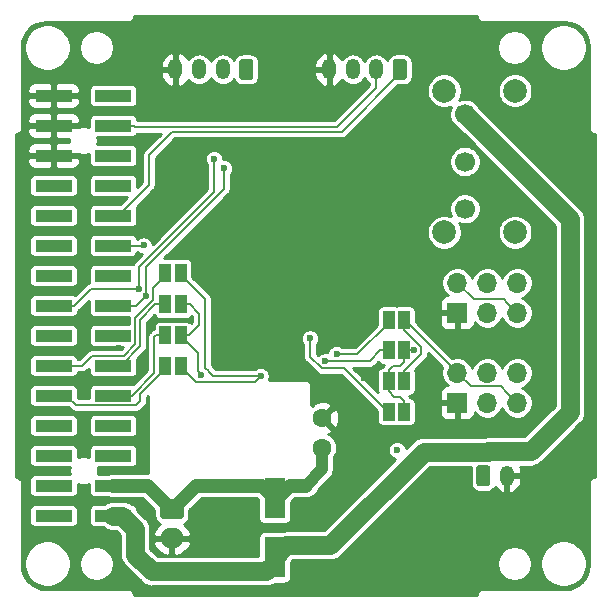
<source format=gbl>
G04 #@! TF.GenerationSoftware,KiCad,Pcbnew,(5.1.5)-3*
G04 #@! TF.CreationDate,2021-11-16T02:10:18+09:00*
G04 #@! TF.ProjectId,m5-pantilt,6d352d70-616e-4746-996c-742e6b696361,1*
G04 #@! TF.SameCoordinates,PX5f5e100PY5f5e100*
G04 #@! TF.FileFunction,Copper,L2,Bot*
G04 #@! TF.FilePolarity,Positive*
%FSLAX46Y46*%
G04 Gerber Fmt 4.6, Leading zero omitted, Abs format (unit mm)*
G04 Created by KiCad (PCBNEW (5.1.5)-3) date 2021-11-16 02:10:18*
%MOMM*%
%LPD*%
G04 APERTURE LIST*
%ADD10O,1.700000X1.700000*%
%ADD11R,1.700000X1.700000*%
%ADD12O,1.200000X1.750000*%
%ADD13C,0.152000*%
%ADD14R,3.150000X1.000000*%
%ADD15C,1.600000*%
%ADD16C,1.700000*%
%ADD17C,2.000000*%
%ADD18R,1.800000X3.500000*%
%ADD19R,1.000000X1.500000*%
%ADD20O,2.000000X1.700000*%
%ADD21C,0.600000*%
%ADD22C,1.000000*%
%ADD23C,1.200000*%
%ADD24C,0.200000*%
%ADD25C,1.600000*%
%ADD26C,0.254000*%
G04 APERTURE END LIST*
D10*
X42926000Y19304000D03*
X42926000Y16764000D03*
X40386000Y19304000D03*
X40386000Y16764000D03*
X37846000Y19304000D03*
D11*
X37846000Y16764000D03*
D12*
X27000000Y45000000D03*
X29000000Y45000000D03*
X31000000Y45000000D03*
G04 #@! TA.AperFunction,ComponentPad*
D13*
G36*
X33374505Y45873796D02*
G01*
X33398773Y45870196D01*
X33422572Y45864235D01*
X33445671Y45855970D01*
X33467850Y45845480D01*
X33488893Y45832868D01*
X33508599Y45818253D01*
X33526777Y45801777D01*
X33543253Y45783599D01*
X33557868Y45763893D01*
X33570480Y45742850D01*
X33580970Y45720671D01*
X33589235Y45697572D01*
X33595196Y45673773D01*
X33598796Y45649505D01*
X33600000Y45625001D01*
X33600000Y44374999D01*
X33598796Y44350495D01*
X33595196Y44326227D01*
X33589235Y44302428D01*
X33580970Y44279329D01*
X33570480Y44257150D01*
X33557868Y44236107D01*
X33543253Y44216401D01*
X33526777Y44198223D01*
X33508599Y44181747D01*
X33488893Y44167132D01*
X33467850Y44154520D01*
X33445671Y44144030D01*
X33422572Y44135765D01*
X33398773Y44129804D01*
X33374505Y44126204D01*
X33350001Y44125000D01*
X32649999Y44125000D01*
X32625495Y44126204D01*
X32601227Y44129804D01*
X32577428Y44135765D01*
X32554329Y44144030D01*
X32532150Y44154520D01*
X32511107Y44167132D01*
X32491401Y44181747D01*
X32473223Y44198223D01*
X32456747Y44216401D01*
X32442132Y44236107D01*
X32429520Y44257150D01*
X32419030Y44279329D01*
X32410765Y44302428D01*
X32404804Y44326227D01*
X32401204Y44350495D01*
X32400000Y44374999D01*
X32400000Y45625001D01*
X32401204Y45649505D01*
X32404804Y45673773D01*
X32410765Y45697572D01*
X32419030Y45720671D01*
X32429520Y45742850D01*
X32442132Y45763893D01*
X32456747Y45783599D01*
X32473223Y45801777D01*
X32491401Y45818253D01*
X32511107Y45832868D01*
X32532150Y45845480D01*
X32554329Y45855970D01*
X32577428Y45864235D01*
X32601227Y45870196D01*
X32625495Y45873796D01*
X32649999Y45875000D01*
X33350001Y45875000D01*
X33374505Y45873796D01*
G37*
G04 #@! TD.AperFunction*
D14*
X3675000Y7220000D03*
X8725000Y7220000D03*
X3675000Y9760000D03*
X8725000Y9760000D03*
X3675000Y12300000D03*
X8725000Y12300000D03*
X3675000Y14840000D03*
X8725000Y14840000D03*
X3675000Y17380000D03*
X8725000Y17380000D03*
X3675000Y19920000D03*
X8725000Y19920000D03*
X3675000Y22460000D03*
X8725000Y22460000D03*
X3675000Y25000000D03*
X8725000Y25000000D03*
X3675000Y27540000D03*
X8725000Y27540000D03*
X3675000Y30080000D03*
X8725000Y30080000D03*
X3675000Y32620000D03*
X8725000Y32620000D03*
X3675000Y35160000D03*
X8725000Y35160000D03*
X3675000Y37700000D03*
X8725000Y37700000D03*
X3675000Y40240000D03*
X8725000Y40240000D03*
X3675000Y42780000D03*
X8725000Y42780000D03*
D15*
X26416000Y15468600D03*
X26416000Y12968600D03*
D11*
X37846000Y24384000D03*
D10*
X37846000Y26924000D03*
X40386000Y24384000D03*
X40386000Y26924000D03*
X42926000Y24384000D03*
X42926000Y26924000D03*
D16*
X38500000Y41200000D03*
X38500000Y37200000D03*
X38500000Y33200000D03*
D17*
X42750000Y31200000D03*
X42750000Y43200000D03*
X36750000Y43200000D03*
X36750000Y31200000D03*
G04 #@! TA.AperFunction,ComponentPad*
D13*
G36*
X40434505Y11473796D02*
G01*
X40458773Y11470196D01*
X40482572Y11464235D01*
X40505671Y11455970D01*
X40527850Y11445480D01*
X40548893Y11432868D01*
X40568599Y11418253D01*
X40586777Y11401777D01*
X40603253Y11383599D01*
X40617868Y11363893D01*
X40630480Y11342850D01*
X40640970Y11320671D01*
X40649235Y11297572D01*
X40655196Y11273773D01*
X40658796Y11249505D01*
X40660000Y11225001D01*
X40660000Y9974999D01*
X40658796Y9950495D01*
X40655196Y9926227D01*
X40649235Y9902428D01*
X40640970Y9879329D01*
X40630480Y9857150D01*
X40617868Y9836107D01*
X40603253Y9816401D01*
X40586777Y9798223D01*
X40568599Y9781747D01*
X40548893Y9767132D01*
X40527850Y9754520D01*
X40505671Y9744030D01*
X40482572Y9735765D01*
X40458773Y9729804D01*
X40434505Y9726204D01*
X40410001Y9725000D01*
X39709999Y9725000D01*
X39685495Y9726204D01*
X39661227Y9729804D01*
X39637428Y9735765D01*
X39614329Y9744030D01*
X39592150Y9754520D01*
X39571107Y9767132D01*
X39551401Y9781747D01*
X39533223Y9798223D01*
X39516747Y9816401D01*
X39502132Y9836107D01*
X39489520Y9857150D01*
X39479030Y9879329D01*
X39470765Y9902428D01*
X39464804Y9926227D01*
X39461204Y9950495D01*
X39460000Y9974999D01*
X39460000Y11225001D01*
X39461204Y11249505D01*
X39464804Y11273773D01*
X39470765Y11297572D01*
X39479030Y11320671D01*
X39489520Y11342850D01*
X39502132Y11363893D01*
X39516747Y11383599D01*
X39533223Y11401777D01*
X39551401Y11418253D01*
X39571107Y11432868D01*
X39592150Y11445480D01*
X39614329Y11455970D01*
X39637428Y11464235D01*
X39661227Y11470196D01*
X39685495Y11473796D01*
X39709999Y11475000D01*
X40410001Y11475000D01*
X40434505Y11473796D01*
G37*
G04 #@! TD.AperFunction*
D12*
X42060000Y10600000D03*
G04 #@! TA.AperFunction,ComponentPad*
D13*
G36*
X20374505Y45873796D02*
G01*
X20398773Y45870196D01*
X20422572Y45864235D01*
X20445671Y45855970D01*
X20467850Y45845480D01*
X20488893Y45832868D01*
X20508599Y45818253D01*
X20526777Y45801777D01*
X20543253Y45783599D01*
X20557868Y45763893D01*
X20570480Y45742850D01*
X20580970Y45720671D01*
X20589235Y45697572D01*
X20595196Y45673773D01*
X20598796Y45649505D01*
X20600000Y45625001D01*
X20600000Y44374999D01*
X20598796Y44350495D01*
X20595196Y44326227D01*
X20589235Y44302428D01*
X20580970Y44279329D01*
X20570480Y44257150D01*
X20557868Y44236107D01*
X20543253Y44216401D01*
X20526777Y44198223D01*
X20508599Y44181747D01*
X20488893Y44167132D01*
X20467850Y44154520D01*
X20445671Y44144030D01*
X20422572Y44135765D01*
X20398773Y44129804D01*
X20374505Y44126204D01*
X20350001Y44125000D01*
X19649999Y44125000D01*
X19625495Y44126204D01*
X19601227Y44129804D01*
X19577428Y44135765D01*
X19554329Y44144030D01*
X19532150Y44154520D01*
X19511107Y44167132D01*
X19491401Y44181747D01*
X19473223Y44198223D01*
X19456747Y44216401D01*
X19442132Y44236107D01*
X19429520Y44257150D01*
X19419030Y44279329D01*
X19410765Y44302428D01*
X19404804Y44326227D01*
X19401204Y44350495D01*
X19400000Y44374999D01*
X19400000Y45625001D01*
X19401204Y45649505D01*
X19404804Y45673773D01*
X19410765Y45697572D01*
X19419030Y45720671D01*
X19429520Y45742850D01*
X19442132Y45763893D01*
X19456747Y45783599D01*
X19473223Y45801777D01*
X19491401Y45818253D01*
X19511107Y45832868D01*
X19532150Y45845480D01*
X19554329Y45855970D01*
X19577428Y45864235D01*
X19601227Y45870196D01*
X19625495Y45873796D01*
X19649999Y45875000D01*
X20350001Y45875000D01*
X20374505Y45873796D01*
G37*
G04 #@! TD.AperFunction*
D12*
X18000000Y45000000D03*
X16000000Y45000000D03*
X14000000Y45000000D03*
D18*
X22400000Y8700000D03*
X22400000Y3700000D03*
D19*
X32050000Y23800000D03*
X33350000Y23800000D03*
X33350000Y21200000D03*
X32050000Y21200000D03*
X32050000Y18600000D03*
X33350000Y18600000D03*
X33350000Y16000000D03*
X32050000Y16000000D03*
X14450000Y25100000D03*
X13150000Y25100000D03*
X13150000Y22500000D03*
X14450000Y22500000D03*
X13150000Y27800000D03*
X14450000Y27800000D03*
X14450000Y19900000D03*
X13150000Y19900000D03*
G04 #@! TA.AperFunction,ComponentPad*
D13*
G36*
X14474504Y8648796D02*
G01*
X14498773Y8645196D01*
X14522571Y8639235D01*
X14545671Y8630970D01*
X14567849Y8620480D01*
X14588893Y8607867D01*
X14608598Y8593253D01*
X14626777Y8576777D01*
X14643253Y8558598D01*
X14657867Y8538893D01*
X14670480Y8517849D01*
X14680970Y8495671D01*
X14689235Y8472571D01*
X14695196Y8448773D01*
X14698796Y8424504D01*
X14700000Y8400000D01*
X14700000Y7200000D01*
X14698796Y7175496D01*
X14695196Y7151227D01*
X14689235Y7127429D01*
X14680970Y7104329D01*
X14670480Y7082151D01*
X14657867Y7061107D01*
X14643253Y7041402D01*
X14626777Y7023223D01*
X14608598Y7006747D01*
X14588893Y6992133D01*
X14567849Y6979520D01*
X14545671Y6969030D01*
X14522571Y6960765D01*
X14498773Y6954804D01*
X14474504Y6951204D01*
X14450000Y6950000D01*
X12950000Y6950000D01*
X12925496Y6951204D01*
X12901227Y6954804D01*
X12877429Y6960765D01*
X12854329Y6969030D01*
X12832151Y6979520D01*
X12811107Y6992133D01*
X12791402Y7006747D01*
X12773223Y7023223D01*
X12756747Y7041402D01*
X12742133Y7061107D01*
X12729520Y7082151D01*
X12719030Y7104329D01*
X12710765Y7127429D01*
X12704804Y7151227D01*
X12701204Y7175496D01*
X12700000Y7200000D01*
X12700000Y8400000D01*
X12701204Y8424504D01*
X12704804Y8448773D01*
X12710765Y8472571D01*
X12719030Y8495671D01*
X12729520Y8517849D01*
X12742133Y8538893D01*
X12756747Y8558598D01*
X12773223Y8576777D01*
X12791402Y8593253D01*
X12811107Y8607867D01*
X12832151Y8620480D01*
X12854329Y8630970D01*
X12877429Y8639235D01*
X12901227Y8645196D01*
X12925496Y8648796D01*
X12950000Y8650000D01*
X14450000Y8650000D01*
X14474504Y8648796D01*
G37*
G04 #@! TD.AperFunction*
D20*
X13700000Y5300000D03*
D21*
X23495000Y24765000D03*
X39000000Y49000000D03*
X34000000Y49000000D03*
X29000000Y49000000D03*
X24000000Y49000000D03*
X19000000Y49000000D03*
X14000000Y49000000D03*
X8000000Y48500000D03*
X1500000Y45000000D03*
X48500000Y44500000D03*
X42000000Y48500000D03*
X1000000Y39000000D03*
X1000000Y34000000D03*
X1000000Y29000000D03*
X1000000Y24000000D03*
X1000000Y19000000D03*
X1000000Y14000000D03*
X1000000Y11000000D03*
X1500000Y5000000D03*
X8000000Y1500000D03*
X11000000Y1000000D03*
X16000000Y1000000D03*
X21000000Y1000000D03*
X26000000Y1000000D03*
X31000000Y1000000D03*
X36000000Y1000000D03*
X42000000Y1500000D03*
X48500000Y5500000D03*
X49000000Y11000000D03*
X49000000Y16000000D03*
X49000000Y21000000D03*
X49000000Y26000000D03*
X49000000Y32000000D03*
X49000000Y37000000D03*
X39000000Y45000000D03*
X30000000Y43750000D03*
X11023600Y33274000D03*
X25900000Y17100000D03*
X27600000Y27000000D03*
X30429200Y28676600D03*
X35800000Y11023600D03*
X30750000Y5500000D03*
X9000000Y5400000D03*
X38500000Y38750000D03*
X36500000Y41500000D03*
X39250000Y31750000D03*
X37000000Y33750000D03*
X27635200Y35001200D03*
X19100800Y38735000D03*
X27051000Y38735000D03*
X27051000Y41148000D03*
X19100800Y41097200D03*
X14833600Y41275000D03*
X16100000Y34800000D03*
X13335000Y37998400D03*
X21234400Y21640800D03*
X19380200Y36550600D03*
X25019000Y33782000D03*
X27686000Y31242000D03*
X12065000Y39243000D03*
X9144000Y33909000D03*
X10922000Y35687000D03*
X30378400Y15290800D03*
X34315400Y8686800D03*
X45669200Y28727400D03*
X42700000Y22800000D03*
X45700000Y23100000D03*
X45872400Y11988800D03*
X30276800Y23266400D03*
X45669200Y31597600D03*
X42011600Y35458400D03*
X30276800Y36372800D03*
X27584400Y23495000D03*
X20777200Y25095200D03*
X16400000Y27800000D03*
X12547600Y31191200D03*
X6248400Y24434800D03*
X11328400Y11023600D03*
X27787600Y12090400D03*
X20400000Y8300000D03*
X18338800Y28702000D03*
X7772400Y38938200D03*
X7823200Y10998200D03*
X4622800Y11023600D03*
X35900000Y15200000D03*
X45700000Y16700000D03*
X36000000Y23800000D03*
X26500000Y6400000D03*
X24100000Y3000000D03*
X20800000Y4000000D03*
X24200000Y8300000D03*
X29200000Y1800000D03*
X27500000Y18415000D03*
X30000000Y18900000D03*
X15300000Y23699997D03*
X9600000Y23700000D03*
X11300000Y15900000D03*
X9200000Y21400000D03*
X10800000Y29200000D03*
X13900000Y29200000D03*
X15600000Y7500000D03*
X12000000Y7500000D03*
X18387800Y23521800D03*
X11300000Y30100000D03*
X18084800Y36626798D03*
X11499998Y25800000D03*
X17272000Y37439600D03*
X10887845Y26414586D03*
X32766006Y12768589D03*
X16200777Y19151420D03*
X34175724Y21275733D03*
X26670000Y20278800D03*
X21209000Y19050000D03*
X27635200Y20900004D03*
X25400036Y22225000D03*
D22*
X26416000Y11128482D02*
X26416000Y12968600D01*
X25047518Y9760000D02*
X26416000Y11128482D01*
D23*
X23660000Y9760000D02*
X25047518Y9760000D01*
X11640000Y9760000D02*
X13700000Y7700000D01*
X8725000Y9760000D02*
X11640000Y9760000D01*
X13700000Y7700000D02*
X15760000Y9760000D01*
X15760000Y9760000D02*
X21340000Y9760000D01*
X21340000Y9760000D02*
X22500000Y8600000D01*
X22500000Y8600000D02*
X23660000Y9760000D01*
D24*
X10608000Y40132000D02*
X10500000Y40240000D01*
X27699788Y40132000D02*
X10608000Y40132000D01*
X31000000Y43432212D02*
X27699788Y40132000D01*
X10500000Y40240000D02*
X8725000Y40240000D01*
X31000000Y45000000D02*
X31000000Y43432212D01*
X9150400Y32620000D02*
X8725000Y32620000D01*
X11734800Y35204400D02*
X9150400Y32620000D01*
X11734800Y37719000D02*
X11734800Y35204400D01*
X13747789Y39731989D02*
X11734800Y37719000D01*
X28073489Y39731989D02*
X13747789Y39731989D01*
X33000000Y44658500D02*
X28073489Y39731989D01*
X33000000Y45000000D02*
X33000000Y44658500D01*
X11280000Y30080000D02*
X11300000Y30100000D01*
X8725000Y30080000D02*
X11280000Y30080000D01*
X18084800Y36626798D02*
X18084800Y34863101D01*
X11199999Y25500001D02*
X11499998Y25800000D01*
X11499998Y28278299D02*
X11499998Y26224264D01*
X18084800Y34863101D02*
X11499998Y28278299D01*
X11499998Y26224264D02*
X11499998Y25800000D01*
X10699998Y25000000D02*
X11199999Y25500001D01*
X8725000Y25000000D02*
X10699998Y25000000D01*
X3675000Y25000000D02*
X5450000Y25000000D01*
X5450000Y25000000D02*
X6864586Y26414586D01*
X10887845Y26838850D02*
X10887845Y26414586D01*
X10463581Y26414586D02*
X10887845Y26414586D01*
X6864586Y26414586D02*
X10463581Y26414586D01*
X17272000Y34616001D02*
X10887845Y28231846D01*
X10887845Y28231846D02*
X10887845Y26838850D01*
X17272000Y37439600D02*
X17272000Y34616001D01*
X42076001Y17613999D02*
X42926000Y16764000D01*
X38996001Y18153999D02*
X41536001Y18153999D01*
X37846000Y19304000D02*
X38996001Y18153999D01*
X41536001Y18153999D02*
X42076001Y17613999D01*
X33350000Y22950000D02*
X33350000Y23800000D01*
X34800000Y21500000D02*
X33350000Y22950000D01*
X34800000Y20900000D02*
X34800000Y21500000D01*
X33350000Y18600000D02*
X33350000Y19450000D01*
X33350000Y19450000D02*
X34800000Y20900000D01*
X37846000Y19354000D02*
X37846000Y19304000D01*
X33350000Y23800000D02*
X33400000Y23800000D01*
X33400000Y23800000D02*
X37846000Y19354000D01*
X15200000Y25100000D02*
X16000000Y24300000D01*
X14450000Y25100000D02*
X15200000Y25100000D01*
X15150000Y22500000D02*
X14450000Y22500000D01*
X16000000Y23350000D02*
X15150000Y22500000D01*
X16000000Y24300000D02*
X16000000Y23350000D01*
X15900778Y20949222D02*
X15900778Y19451419D01*
X14350000Y22500000D02*
X15900778Y20949222D01*
X15900778Y19451419D02*
X16200777Y19151420D01*
X41775999Y25534001D02*
X42076001Y25233999D01*
X37846000Y26924000D02*
X39235999Y25534001D01*
X42076001Y25233999D02*
X42926000Y24384000D01*
X39235999Y25534001D02*
X41775999Y25534001D01*
X32050000Y18750000D02*
X32050000Y18500000D01*
X33350000Y16950000D02*
X33350000Y16000000D01*
X33000000Y17300000D02*
X33350000Y16950000D01*
X32500000Y17300000D02*
X33000000Y17300000D01*
X32050000Y18600000D02*
X32050000Y17750000D01*
X32050000Y17750000D02*
X32500000Y17300000D01*
X33350000Y20250000D02*
X33000000Y19900000D01*
X33350000Y21200000D02*
X33350000Y20250000D01*
X32050000Y19550000D02*
X32050000Y18600000D01*
X32400000Y19900000D02*
X32050000Y19550000D01*
X33000000Y19900000D02*
X32400000Y19900000D01*
X34099991Y21200000D02*
X34175724Y21275733D01*
X33350000Y21200000D02*
X34099991Y21200000D01*
X31350000Y21200000D02*
X32050000Y21200000D01*
X26670000Y20278800D02*
X30428800Y20278800D01*
X30428800Y20278800D02*
X31350000Y21200000D01*
X15698590Y18551410D02*
X14350000Y19900000D01*
X21209000Y19050000D02*
X20710410Y18551410D01*
X16500004Y25549996D02*
X16500004Y19740197D01*
X16500004Y19740197D02*
X16800779Y19439422D01*
X16800779Y19439422D02*
X16800779Y19399221D01*
X14350000Y27700000D02*
X16500004Y25549996D01*
X16800779Y19399221D02*
X17150000Y19050000D01*
X20710410Y18551410D02*
X15698590Y18551410D01*
X17150000Y19050000D02*
X21209000Y19050000D01*
D25*
X40436800Y12633600D02*
X40401600Y12598400D01*
X40436800Y12649200D02*
X40436800Y12633600D01*
X39349999Y40350001D02*
X38500000Y41200000D01*
X47400000Y32300000D02*
X39349999Y40350001D01*
X47400000Y15980200D02*
X47400000Y32300000D01*
X40436800Y12649200D02*
X44069000Y12649200D01*
X44069000Y12649200D02*
X47400000Y15980200D01*
X40411400Y12623800D02*
X40436800Y12649200D01*
X35023800Y12623800D02*
X40411400Y12623800D01*
X27100000Y4700000D02*
X35023800Y12623800D01*
X22400000Y3700000D02*
X23400000Y4700000D01*
X23400000Y4700000D02*
X27100000Y4700000D01*
X22400000Y3200000D02*
X22400000Y3700000D01*
X9485802Y7188200D02*
X10600000Y6074002D01*
X8737600Y7188200D02*
X9485802Y7188200D01*
X10600000Y6074002D02*
X10600000Y3900000D01*
X10600000Y3900000D02*
X12000000Y2500000D01*
X12000000Y2500000D02*
X21700000Y2500000D01*
X21700000Y2500000D02*
X22400000Y3200000D01*
D24*
X32050000Y23550000D02*
X29400004Y20900004D01*
X29400004Y20900004D02*
X28059464Y20900004D01*
X32050000Y23800000D02*
X32050000Y23550000D01*
X28059464Y20900004D02*
X27635200Y20900004D01*
X26381999Y19678799D02*
X25400036Y20660762D01*
X25400036Y20660762D02*
X25400036Y21800736D01*
X25400036Y21800736D02*
X25400036Y22225000D01*
X32050000Y15900000D02*
X28271201Y19678799D01*
X28271201Y19678799D02*
X26381999Y19678799D01*
X4750000Y17380000D02*
X5550001Y16579999D01*
X3675000Y17380000D02*
X4750000Y17380000D01*
X13050000Y19584300D02*
X13050000Y19900000D01*
X5550001Y16579999D02*
X10679999Y16579999D01*
X10679999Y16579999D02*
X11000000Y16900000D01*
X11000000Y16900000D02*
X11000000Y17534300D01*
X11000000Y17534300D02*
X13050000Y19584300D01*
X10280000Y17380000D02*
X8725000Y17380000D01*
X12200000Y19300000D02*
X10280000Y17380000D01*
X12350000Y22500000D02*
X12200000Y22350000D01*
X12200000Y22350000D02*
X12200000Y19300000D01*
X13050000Y22500000D02*
X12350000Y22500000D01*
X13050000Y27450000D02*
X12099999Y26499999D01*
X10600001Y23200001D02*
X10600001Y21719999D01*
X10600001Y21719999D02*
X9600002Y20720001D01*
X12099999Y25465699D02*
X10599989Y23965689D01*
X9600002Y20720001D02*
X6909999Y20720001D01*
X6909999Y20720001D02*
X6109998Y19920000D01*
X5450000Y19920000D02*
X3675000Y19920000D01*
X6109998Y19920000D02*
X5450000Y19920000D01*
X10599989Y23200013D02*
X10600001Y23200001D01*
X10599989Y23965689D02*
X10599989Y23200013D01*
X12099999Y26499999D02*
X12099999Y25465699D01*
X13050000Y27700000D02*
X13050000Y27450000D01*
X12300000Y25100000D02*
X13050000Y25100000D01*
X11000000Y23365702D02*
X11000000Y23800000D01*
X11000000Y23800000D02*
X12300000Y25100000D01*
X8725000Y19920000D02*
X9365701Y19920000D01*
X11000012Y21554310D02*
X11000012Y23365690D01*
X9365701Y19920000D02*
X11000012Y21554310D01*
X11000012Y23365690D02*
X11000000Y23365702D01*
D26*
G36*
X39505264Y49401591D02*
G01*
X39533969Y49306964D01*
X39580583Y49219755D01*
X39643316Y49143316D01*
X39719755Y49080583D01*
X39806964Y49033969D01*
X39901591Y49005264D01*
X39975347Y48998000D01*
X40000000Y48995572D01*
X40024653Y48998000D01*
X46975450Y48998000D01*
X47387613Y48957587D01*
X47760459Y48845018D01*
X48104347Y48662170D01*
X48406165Y48416013D01*
X48654423Y48115919D01*
X48839663Y47773323D01*
X48954833Y47401269D01*
X48998000Y46990564D01*
X48998001Y40024663D01*
X48995572Y40000000D01*
X49005264Y39901591D01*
X49033969Y39806964D01*
X49080583Y39719755D01*
X49143316Y39643316D01*
X49219755Y39580583D01*
X49306964Y39533969D01*
X49401591Y39505264D01*
X49475347Y39498000D01*
X49498000Y39495769D01*
X49498001Y10504231D01*
X49475347Y10502000D01*
X49401591Y10494736D01*
X49306964Y10466031D01*
X49219755Y10419417D01*
X49143316Y10356684D01*
X49080583Y10280245D01*
X49033969Y10193036D01*
X49005264Y10098409D01*
X48995572Y10000000D01*
X48998001Y9975337D01*
X48998000Y3024551D01*
X48957587Y2612386D01*
X48845018Y2239538D01*
X48662170Y1895654D01*
X48416015Y1593837D01*
X48115922Y1345579D01*
X47773326Y1160338D01*
X47401269Y1045167D01*
X46990564Y1002000D01*
X40024653Y1002000D01*
X40000000Y1004428D01*
X39975347Y1002000D01*
X39901591Y994736D01*
X39806964Y966031D01*
X39719755Y919417D01*
X39643316Y856684D01*
X39580583Y780245D01*
X39533969Y693036D01*
X39505264Y598409D01*
X39495769Y502000D01*
X10504231Y502000D01*
X10494736Y598409D01*
X10466031Y693036D01*
X10419417Y780245D01*
X10356684Y856684D01*
X10280245Y919417D01*
X10193036Y966031D01*
X10098409Y994736D01*
X10024653Y1002000D01*
X10000000Y1004428D01*
X9975347Y1002000D01*
X3024551Y1002000D01*
X2612386Y1042413D01*
X2239538Y1154982D01*
X1895654Y1337830D01*
X1593837Y1583985D01*
X1345579Y1884078D01*
X1160338Y2226674D01*
X1045167Y2598731D01*
X1002000Y3009436D01*
X1002000Y3344718D01*
X1173000Y3344718D01*
X1173000Y2955282D01*
X1248975Y2573330D01*
X1398005Y2213539D01*
X1614364Y1889736D01*
X1889736Y1614364D01*
X2213539Y1398005D01*
X2573330Y1248975D01*
X2955282Y1173000D01*
X3344718Y1173000D01*
X3726670Y1248975D01*
X4086461Y1398005D01*
X4410264Y1614364D01*
X4685636Y1889736D01*
X4901995Y2213539D01*
X5051025Y2573330D01*
X5127000Y2955282D01*
X5127000Y3295472D01*
X5823000Y3295472D01*
X5823000Y3004528D01*
X5879760Y2719175D01*
X5991099Y2450378D01*
X6152739Y2208467D01*
X6358467Y2002739D01*
X6600378Y1841099D01*
X6869175Y1729760D01*
X7154528Y1673000D01*
X7445472Y1673000D01*
X7730825Y1729760D01*
X7999622Y1841099D01*
X8241533Y2002739D01*
X8447261Y2208467D01*
X8608901Y2450378D01*
X8720240Y2719175D01*
X8777000Y3004528D01*
X8777000Y3295472D01*
X8720240Y3580825D01*
X8608901Y3849622D01*
X8447261Y4091533D01*
X8241533Y4297261D01*
X7999622Y4458901D01*
X7730825Y4570240D01*
X7445472Y4627000D01*
X7154528Y4627000D01*
X6869175Y4570240D01*
X6600378Y4458901D01*
X6358467Y4297261D01*
X6152739Y4091533D01*
X5991099Y3849622D01*
X5879760Y3580825D01*
X5823000Y3295472D01*
X5127000Y3295472D01*
X5127000Y3344718D01*
X5051025Y3726670D01*
X4901995Y4086461D01*
X4685636Y4410264D01*
X4410264Y4685636D01*
X4086461Y4901995D01*
X3726670Y5051025D01*
X3344718Y5127000D01*
X2955282Y5127000D01*
X2573330Y5051025D01*
X2213539Y4901995D01*
X1889736Y4685636D01*
X1614364Y4410264D01*
X1398005Y4086461D01*
X1248975Y3726670D01*
X1173000Y3344718D01*
X1002000Y3344718D01*
X1002000Y7720000D01*
X1620693Y7720000D01*
X1620693Y6720000D01*
X1629903Y6626492D01*
X1657178Y6536577D01*
X1701471Y6453711D01*
X1761079Y6381079D01*
X1833711Y6321471D01*
X1916577Y6277178D01*
X2006492Y6249903D01*
X2100000Y6240693D01*
X5250000Y6240693D01*
X5343508Y6249903D01*
X5433423Y6277178D01*
X5516289Y6321471D01*
X5588921Y6381079D01*
X5648529Y6453711D01*
X5692822Y6536577D01*
X5720097Y6626492D01*
X5729307Y6720000D01*
X5729307Y7720000D01*
X6670693Y7720000D01*
X6670693Y6720000D01*
X6679903Y6626492D01*
X6707178Y6536577D01*
X6751471Y6453711D01*
X6811079Y6381079D01*
X6883711Y6321471D01*
X6966577Y6277178D01*
X7056492Y6249903D01*
X7150000Y6240693D01*
X7879195Y6240693D01*
X8024704Y6121276D01*
X8246549Y6002698D01*
X8487264Y5929678D01*
X8674874Y5911200D01*
X8956852Y5911200D01*
X9323000Y5545051D01*
X9323001Y3962735D01*
X9316822Y3900000D01*
X9341478Y3649665D01*
X9382481Y3514498D01*
X9414499Y3408949D01*
X9533077Y3187104D01*
X9692657Y2992656D01*
X9741380Y2952670D01*
X11052669Y1641380D01*
X11092656Y1592656D01*
X11287104Y1433076D01*
X11417731Y1363255D01*
X11508948Y1314498D01*
X11749664Y1241478D01*
X12000000Y1216822D01*
X12062726Y1223000D01*
X21637274Y1223000D01*
X21700000Y1216822D01*
X21762726Y1223000D01*
X21950336Y1241478D01*
X22191051Y1314498D01*
X22412896Y1433076D01*
X22458732Y1470693D01*
X23300000Y1470693D01*
X23393508Y1479903D01*
X23483423Y1507178D01*
X23566289Y1551471D01*
X23638921Y1611079D01*
X23698529Y1683711D01*
X23742822Y1766577D01*
X23770097Y1856492D01*
X23779307Y1950000D01*
X23779307Y3273357D01*
X23801422Y3295472D01*
X41223000Y3295472D01*
X41223000Y3004528D01*
X41279760Y2719175D01*
X41391099Y2450378D01*
X41552739Y2208467D01*
X41758467Y2002739D01*
X42000378Y1841099D01*
X42269175Y1729760D01*
X42554528Y1673000D01*
X42845472Y1673000D01*
X43130825Y1729760D01*
X43399622Y1841099D01*
X43641533Y2002739D01*
X43847261Y2208467D01*
X44008901Y2450378D01*
X44120240Y2719175D01*
X44177000Y3004528D01*
X44177000Y3295472D01*
X44167205Y3344718D01*
X44873000Y3344718D01*
X44873000Y2955282D01*
X44948975Y2573330D01*
X45098005Y2213539D01*
X45314364Y1889736D01*
X45589736Y1614364D01*
X45913539Y1398005D01*
X46273330Y1248975D01*
X46655282Y1173000D01*
X47044718Y1173000D01*
X47426670Y1248975D01*
X47786461Y1398005D01*
X48110264Y1614364D01*
X48385636Y1889736D01*
X48601995Y2213539D01*
X48751025Y2573330D01*
X48827000Y2955282D01*
X48827000Y3344718D01*
X48751025Y3726670D01*
X48601995Y4086461D01*
X48385636Y4410264D01*
X48110264Y4685636D01*
X47786461Y4901995D01*
X47426670Y5051025D01*
X47044718Y5127000D01*
X46655282Y5127000D01*
X46273330Y5051025D01*
X45913539Y4901995D01*
X45589736Y4685636D01*
X45314364Y4410264D01*
X45098005Y4086461D01*
X44948975Y3726670D01*
X44873000Y3344718D01*
X44167205Y3344718D01*
X44120240Y3580825D01*
X44008901Y3849622D01*
X43847261Y4091533D01*
X43641533Y4297261D01*
X43399622Y4458901D01*
X43130825Y4570240D01*
X42845472Y4627000D01*
X42554528Y4627000D01*
X42269175Y4570240D01*
X42000378Y4458901D01*
X41758467Y4297261D01*
X41552739Y4091533D01*
X41391099Y3849622D01*
X41279760Y3580825D01*
X41223000Y3295472D01*
X23801422Y3295472D01*
X23928951Y3423000D01*
X27037274Y3423000D01*
X27100000Y3416822D01*
X27162726Y3423000D01*
X27350336Y3441478D01*
X27591051Y3514498D01*
X27812896Y3633076D01*
X28007344Y3792656D01*
X28047335Y3841385D01*
X35552751Y11346800D01*
X38992689Y11346800D01*
X38980693Y11225001D01*
X38980693Y9974999D01*
X38994706Y9832718D01*
X39036208Y9695906D01*
X39103603Y9569818D01*
X39194302Y9459302D01*
X39304818Y9368603D01*
X39430906Y9301208D01*
X39567718Y9259706D01*
X39709999Y9245693D01*
X40410001Y9245693D01*
X40552282Y9259706D01*
X40689094Y9301208D01*
X40815182Y9368603D01*
X40925698Y9459302D01*
X41016397Y9569818D01*
X41044097Y9621642D01*
X41103693Y9533275D01*
X41276526Y9361922D01*
X41479467Y9227579D01*
X41704718Y9135409D01*
X41742391Y9131538D01*
X41933000Y9256269D01*
X41933000Y10473000D01*
X42187000Y10473000D01*
X42187000Y9256269D01*
X42377609Y9131538D01*
X42415282Y9135409D01*
X42640533Y9227579D01*
X42843474Y9361922D01*
X43016307Y9533275D01*
X43152390Y9735054D01*
X43246493Y9959504D01*
X43295000Y10198000D01*
X43295000Y10473000D01*
X42187000Y10473000D01*
X41933000Y10473000D01*
X41913000Y10473000D01*
X41913000Y10727000D01*
X41933000Y10727000D01*
X41933000Y10747000D01*
X42187000Y10747000D01*
X42187000Y10727000D01*
X43295000Y10727000D01*
X43295000Y11002000D01*
X43246493Y11240496D01*
X43191275Y11372200D01*
X44006274Y11372200D01*
X44069000Y11366022D01*
X44131726Y11372200D01*
X44319336Y11390678D01*
X44560051Y11463698D01*
X44781896Y11582276D01*
X44976344Y11741856D01*
X45016335Y11790585D01*
X48258621Y15032870D01*
X48307344Y15072856D01*
X48466924Y15267304D01*
X48585502Y15489149D01*
X48658522Y15729864D01*
X48677000Y15917474D01*
X48677000Y15917481D01*
X48683177Y15980199D01*
X48677000Y16042918D01*
X48677000Y32237272D01*
X48683178Y32300000D01*
X48658523Y32550336D01*
X48585502Y32791051D01*
X48573809Y32812928D01*
X48466924Y33012896D01*
X48307344Y33207344D01*
X48258620Y33247331D01*
X40208620Y41297330D01*
X39673137Y41832813D01*
X39530748Y42045913D01*
X39345913Y42230748D01*
X39128570Y42375972D01*
X38887072Y42476004D01*
X38630698Y42527000D01*
X38369302Y42527000D01*
X38112928Y42476004D01*
X38015707Y42435734D01*
X38058901Y42500378D01*
X38170240Y42769175D01*
X38227000Y43054528D01*
X38227000Y43345472D01*
X41273000Y43345472D01*
X41273000Y43054528D01*
X41329760Y42769175D01*
X41441099Y42500378D01*
X41602739Y42258467D01*
X41808467Y42052739D01*
X42050378Y41891099D01*
X42319175Y41779760D01*
X42604528Y41723000D01*
X42895472Y41723000D01*
X43180825Y41779760D01*
X43449622Y41891099D01*
X43691533Y42052739D01*
X43897261Y42258467D01*
X44058901Y42500378D01*
X44170240Y42769175D01*
X44227000Y43054528D01*
X44227000Y43345472D01*
X44170240Y43630825D01*
X44058901Y43899622D01*
X43897261Y44141533D01*
X43691533Y44347261D01*
X43449622Y44508901D01*
X43180825Y44620240D01*
X42895472Y44677000D01*
X42604528Y44677000D01*
X42319175Y44620240D01*
X42050378Y44508901D01*
X41808467Y44347261D01*
X41602739Y44141533D01*
X41441099Y43899622D01*
X41329760Y43630825D01*
X41273000Y43345472D01*
X38227000Y43345472D01*
X38170240Y43630825D01*
X38058901Y43899622D01*
X37897261Y44141533D01*
X37691533Y44347261D01*
X37449622Y44508901D01*
X37180825Y44620240D01*
X36895472Y44677000D01*
X36604528Y44677000D01*
X36319175Y44620240D01*
X36050378Y44508901D01*
X35808467Y44347261D01*
X35602739Y44141533D01*
X35441099Y43899622D01*
X35329760Y43630825D01*
X35273000Y43345472D01*
X35273000Y43054528D01*
X35329760Y42769175D01*
X35441099Y42500378D01*
X35602739Y42258467D01*
X35808467Y42052739D01*
X36050378Y41891099D01*
X36319175Y41779760D01*
X36604528Y41723000D01*
X36895472Y41723000D01*
X37180825Y41779760D01*
X37333735Y41843097D01*
X37324028Y41828570D01*
X37223996Y41587072D01*
X37173000Y41330698D01*
X37173000Y41069302D01*
X37223996Y40812928D01*
X37324028Y40571430D01*
X37469252Y40354087D01*
X37654087Y40169252D01*
X37867187Y40026863D01*
X38402670Y39491380D01*
X46123001Y31771048D01*
X46123000Y16509151D01*
X43540050Y13926200D01*
X40499526Y13926200D01*
X40436800Y13932378D01*
X40436799Y13932378D01*
X40300657Y13918969D01*
X40186464Y13907722D01*
X40163645Y13900800D01*
X35086518Y13900800D01*
X35023799Y13906977D01*
X34961081Y13900800D01*
X34961074Y13900800D01*
X34773464Y13882322D01*
X34532749Y13809302D01*
X34310904Y13690724D01*
X34116456Y13531144D01*
X34076470Y13482421D01*
X33525778Y12931729D01*
X33513147Y12995232D01*
X33454575Y13136637D01*
X33369542Y13263898D01*
X33261315Y13372125D01*
X33134054Y13457158D01*
X32992649Y13515730D01*
X32842534Y13545589D01*
X32689478Y13545589D01*
X32539363Y13515730D01*
X32397958Y13457158D01*
X32270697Y13372125D01*
X32162470Y13263898D01*
X32077437Y13136637D01*
X32018865Y12995232D01*
X31989006Y12845117D01*
X31989006Y12692061D01*
X32018865Y12541946D01*
X32077437Y12400541D01*
X32162470Y12273280D01*
X32270697Y12165053D01*
X32397958Y12080020D01*
X32539363Y12021448D01*
X32602866Y12008817D01*
X26571050Y5977000D01*
X23462728Y5977000D01*
X23400000Y5983178D01*
X23149664Y5958523D01*
X23053353Y5929307D01*
X21500000Y5929307D01*
X21406492Y5920097D01*
X21316577Y5892822D01*
X21233711Y5848529D01*
X21161079Y5788921D01*
X21101471Y5716289D01*
X21057178Y5633423D01*
X21029903Y5543508D01*
X21020693Y5450000D01*
X21020693Y3777000D01*
X12528951Y3777000D01*
X11877000Y4428950D01*
X11877000Y4943110D01*
X12108524Y4943110D01*
X12110446Y4930739D01*
X12210146Y4656991D01*
X12361336Y4407954D01*
X12558205Y4193198D01*
X12793188Y4020975D01*
X13057255Y3897904D01*
X13340258Y3828715D01*
X13573000Y3972768D01*
X13573000Y5173000D01*
X13827000Y5173000D01*
X13827000Y3972768D01*
X14059742Y3828715D01*
X14342745Y3897904D01*
X14606812Y4020975D01*
X14841795Y4193198D01*
X15038664Y4407954D01*
X15189854Y4656991D01*
X15289554Y4930739D01*
X15291476Y4943110D01*
X15170155Y5173000D01*
X13827000Y5173000D01*
X13573000Y5173000D01*
X12229845Y5173000D01*
X12108524Y4943110D01*
X11877000Y4943110D01*
X11877000Y6011276D01*
X11883178Y6074002D01*
X11858522Y6324338D01*
X11785502Y6565053D01*
X11721762Y6684302D01*
X11666924Y6786898D01*
X11507344Y6981346D01*
X11458621Y7021332D01*
X10779307Y7700645D01*
X10779307Y7720000D01*
X10770097Y7813508D01*
X10742822Y7903423D01*
X10698529Y7986289D01*
X10638921Y8058921D01*
X10566289Y8118529D01*
X10483423Y8162822D01*
X10393508Y8190097D01*
X10300000Y8199307D01*
X10266711Y8199307D01*
X10198698Y8255124D01*
X9976853Y8373702D01*
X9736138Y8446722D01*
X9548528Y8465200D01*
X9485802Y8471378D01*
X9423076Y8465200D01*
X8674874Y8465200D01*
X8487264Y8446722D01*
X8246549Y8373702D01*
X8024704Y8255124D01*
X7956691Y8199307D01*
X7150000Y8199307D01*
X7056492Y8190097D01*
X6966577Y8162822D01*
X6883711Y8118529D01*
X6811079Y8058921D01*
X6751471Y7986289D01*
X6707178Y7903423D01*
X6679903Y7813508D01*
X6670693Y7720000D01*
X5729307Y7720000D01*
X5720097Y7813508D01*
X5692822Y7903423D01*
X5648529Y7986289D01*
X5588921Y8058921D01*
X5516289Y8118529D01*
X5433423Y8162822D01*
X5343508Y8190097D01*
X5250000Y8199307D01*
X2100000Y8199307D01*
X2006492Y8190097D01*
X1916577Y8162822D01*
X1833711Y8118529D01*
X1761079Y8058921D01*
X1701471Y7986289D01*
X1657178Y7903423D01*
X1629903Y7813508D01*
X1620693Y7720000D01*
X1002000Y7720000D01*
X1002000Y9975348D01*
X1004428Y10000000D01*
X994736Y10098409D01*
X966031Y10193036D01*
X919417Y10280245D01*
X856684Y10356684D01*
X780245Y10419417D01*
X693036Y10466031D01*
X598409Y10494736D01*
X524653Y10502000D01*
X502000Y10504231D01*
X502000Y15340000D01*
X1620693Y15340000D01*
X1620693Y14340000D01*
X1629903Y14246492D01*
X1657178Y14156577D01*
X1701471Y14073711D01*
X1761079Y14001079D01*
X1833711Y13941471D01*
X1916577Y13897178D01*
X2006492Y13869903D01*
X2100000Y13860693D01*
X5250000Y13860693D01*
X5343508Y13869903D01*
X5433423Y13897178D01*
X5516289Y13941471D01*
X5588921Y14001079D01*
X5648529Y14073711D01*
X5692822Y14156577D01*
X5720097Y14246492D01*
X5729307Y14340000D01*
X5729307Y15340000D01*
X6670693Y15340000D01*
X6670693Y14340000D01*
X6679903Y14246492D01*
X6707178Y14156577D01*
X6751471Y14073711D01*
X6811079Y14001079D01*
X6883711Y13941471D01*
X6966577Y13897178D01*
X7056492Y13869903D01*
X7150000Y13860693D01*
X10300000Y13860693D01*
X10393508Y13869903D01*
X10483423Y13897178D01*
X10566289Y13941471D01*
X10638921Y14001079D01*
X10698529Y14073711D01*
X10742822Y14156577D01*
X10770097Y14246492D01*
X10779307Y14340000D01*
X10779307Y15340000D01*
X10770097Y15433508D01*
X10742822Y15523423D01*
X10698529Y15606289D01*
X10638921Y15678921D01*
X10566289Y15738529D01*
X10483423Y15782822D01*
X10393508Y15810097D01*
X10300000Y15819307D01*
X7150000Y15819307D01*
X7056492Y15810097D01*
X6966577Y15782822D01*
X6883711Y15738529D01*
X6811079Y15678921D01*
X6751471Y15606289D01*
X6707178Y15523423D01*
X6679903Y15433508D01*
X6670693Y15340000D01*
X5729307Y15340000D01*
X5720097Y15433508D01*
X5692822Y15523423D01*
X5648529Y15606289D01*
X5588921Y15678921D01*
X5516289Y15738529D01*
X5433423Y15782822D01*
X5343508Y15810097D01*
X5250000Y15819307D01*
X2100000Y15819307D01*
X2006492Y15810097D01*
X1916577Y15782822D01*
X1833711Y15738529D01*
X1761079Y15678921D01*
X1701471Y15606289D01*
X1657178Y15523423D01*
X1629903Y15433508D01*
X1620693Y15340000D01*
X502000Y15340000D01*
X502000Y22960000D01*
X1620693Y22960000D01*
X1620693Y21960000D01*
X1629903Y21866492D01*
X1657178Y21776577D01*
X1701471Y21693711D01*
X1761079Y21621079D01*
X1833711Y21561471D01*
X1916577Y21517178D01*
X2006492Y21489903D01*
X2100000Y21480693D01*
X5250000Y21480693D01*
X5343508Y21489903D01*
X5433423Y21517178D01*
X5516289Y21561471D01*
X5588921Y21621079D01*
X5648529Y21693711D01*
X5692822Y21776577D01*
X5720097Y21866492D01*
X5729307Y21960000D01*
X5729307Y22960000D01*
X5720097Y23053508D01*
X5692822Y23143423D01*
X5648529Y23226289D01*
X5588921Y23298921D01*
X5516289Y23358529D01*
X5433423Y23402822D01*
X5343508Y23430097D01*
X5250000Y23439307D01*
X2100000Y23439307D01*
X2006492Y23430097D01*
X1916577Y23402822D01*
X1833711Y23358529D01*
X1761079Y23298921D01*
X1701471Y23226289D01*
X1657178Y23143423D01*
X1629903Y23053508D01*
X1620693Y22960000D01*
X502000Y22960000D01*
X502000Y25500000D01*
X1620693Y25500000D01*
X1620693Y24500000D01*
X1629903Y24406492D01*
X1657178Y24316577D01*
X1701471Y24233711D01*
X1761079Y24161079D01*
X1833711Y24101471D01*
X1916577Y24057178D01*
X2006492Y24029903D01*
X2100000Y24020693D01*
X5250000Y24020693D01*
X5343508Y24029903D01*
X5433423Y24057178D01*
X5516289Y24101471D01*
X5588921Y24161079D01*
X5648529Y24233711D01*
X5692822Y24316577D01*
X5720097Y24406492D01*
X5728791Y24494764D01*
X5772115Y24517921D01*
X5859974Y24590026D01*
X5878039Y24612038D01*
X6670693Y25404692D01*
X6670693Y24500000D01*
X6679903Y24406492D01*
X6707178Y24316577D01*
X6751471Y24233711D01*
X6811079Y24161079D01*
X6883711Y24101471D01*
X6966577Y24057178D01*
X7056492Y24029903D01*
X7150000Y24020693D01*
X10025616Y24020693D01*
X10020199Y23965689D01*
X10022989Y23937358D01*
X10022989Y23439307D01*
X7150000Y23439307D01*
X7056492Y23430097D01*
X6966577Y23402822D01*
X6883711Y23358529D01*
X6811079Y23298921D01*
X6751471Y23226289D01*
X6707178Y23143423D01*
X6679903Y23053508D01*
X6670693Y22960000D01*
X6670693Y21960000D01*
X6679903Y21866492D01*
X6707178Y21776577D01*
X6751471Y21693711D01*
X6811079Y21621079D01*
X6883711Y21561471D01*
X6966577Y21517178D01*
X7056492Y21489903D01*
X7150000Y21480693D01*
X9544694Y21480693D01*
X9361002Y21297001D01*
X6938327Y21297001D01*
X6909998Y21299791D01*
X6881669Y21297001D01*
X6881663Y21297001D01*
X6796887Y21288651D01*
X6688123Y21255658D01*
X6587884Y21202080D01*
X6558404Y21177886D01*
X6522034Y21148038D01*
X6522032Y21148036D01*
X6500025Y21129975D01*
X6481964Y21107968D01*
X5870997Y20497000D01*
X5721723Y20497000D01*
X5720097Y20513508D01*
X5692822Y20603423D01*
X5648529Y20686289D01*
X5588921Y20758921D01*
X5516289Y20818529D01*
X5433423Y20862822D01*
X5343508Y20890097D01*
X5250000Y20899307D01*
X2100000Y20899307D01*
X2006492Y20890097D01*
X1916577Y20862822D01*
X1833711Y20818529D01*
X1761079Y20758921D01*
X1701471Y20686289D01*
X1657178Y20603423D01*
X1629903Y20513508D01*
X1620693Y20420000D01*
X1620693Y19420000D01*
X1629903Y19326492D01*
X1657178Y19236577D01*
X1701471Y19153711D01*
X1761079Y19081079D01*
X1833711Y19021471D01*
X1916577Y18977178D01*
X2006492Y18949903D01*
X2100000Y18940693D01*
X5250000Y18940693D01*
X5343508Y18949903D01*
X5433423Y18977178D01*
X5516289Y19021471D01*
X5588921Y19081079D01*
X5648529Y19153711D01*
X5692822Y19236577D01*
X5720097Y19326492D01*
X5721723Y19343000D01*
X6081667Y19343000D01*
X6109998Y19340210D01*
X6138329Y19343000D01*
X6138334Y19343000D01*
X6168043Y19345926D01*
X6223109Y19351349D01*
X6267768Y19364897D01*
X6331874Y19384343D01*
X6432113Y19437921D01*
X6519972Y19510026D01*
X6538037Y19532038D01*
X6670693Y19664694D01*
X6670693Y19420000D01*
X6679903Y19326492D01*
X6707178Y19236577D01*
X6751471Y19153711D01*
X6811079Y19081079D01*
X6883711Y19021471D01*
X6966577Y18977178D01*
X7056492Y18949903D01*
X7150000Y18940693D01*
X10300000Y18940693D01*
X10393508Y18949903D01*
X10483423Y18977178D01*
X10566289Y19021471D01*
X10638921Y19081079D01*
X10698529Y19153711D01*
X10742822Y19236577D01*
X10770097Y19326492D01*
X10779307Y19420000D01*
X10779307Y20420000D01*
X10770556Y20508853D01*
X11387980Y21126276D01*
X11409986Y21144336D01*
X11431949Y21171097D01*
X11457376Y21202080D01*
X11482091Y21232195D01*
X11535669Y21332434D01*
X11568662Y21441198D01*
X11577012Y21525974D01*
X11577012Y21525980D01*
X11579802Y21554309D01*
X11577012Y21582640D01*
X11577012Y23337359D01*
X11579802Y23365690D01*
X11577000Y23394143D01*
X11577000Y23560999D01*
X12201453Y24185452D01*
X12207178Y24166577D01*
X12251471Y24083711D01*
X12311079Y24011079D01*
X12383711Y23951471D01*
X12466577Y23907178D01*
X12556492Y23879903D01*
X12650000Y23870693D01*
X13650000Y23870693D01*
X13743508Y23879903D01*
X13800000Y23897039D01*
X13856492Y23879903D01*
X13950000Y23870693D01*
X14950000Y23870693D01*
X15043508Y23879903D01*
X15133423Y23907178D01*
X15216289Y23951471D01*
X15288921Y24011079D01*
X15348529Y24083711D01*
X15366558Y24117441D01*
X15423000Y24060999D01*
X15423001Y23589002D01*
X15349142Y23515143D01*
X15348529Y23516289D01*
X15288921Y23588921D01*
X15216289Y23648529D01*
X15133423Y23692822D01*
X15043508Y23720097D01*
X14950000Y23729307D01*
X13950000Y23729307D01*
X13856492Y23720097D01*
X13800000Y23702961D01*
X13743508Y23720097D01*
X13650000Y23729307D01*
X12650000Y23729307D01*
X12556492Y23720097D01*
X12466577Y23692822D01*
X12383711Y23648529D01*
X12311079Y23588921D01*
X12251471Y23516289D01*
X12207178Y23433423D01*
X12179903Y23343508D01*
X12170693Y23250000D01*
X12170693Y23048570D01*
X12128124Y23035657D01*
X12027885Y22982079D01*
X11940026Y22909974D01*
X11921963Y22887964D01*
X11812038Y22778039D01*
X11790026Y22759974D01*
X11717921Y22672114D01*
X11664343Y22571875D01*
X11656832Y22547115D01*
X11631349Y22463111D01*
X11625334Y22402028D01*
X11623843Y22386888D01*
X11620210Y22350000D01*
X11623000Y22321669D01*
X11623001Y19539003D01*
X10424649Y18340651D01*
X10393508Y18350097D01*
X10300000Y18359307D01*
X7150000Y18359307D01*
X7056492Y18350097D01*
X6966577Y18322822D01*
X6883711Y18278529D01*
X6811079Y18218921D01*
X6751471Y18146289D01*
X6707178Y18063423D01*
X6679903Y17973508D01*
X6670693Y17880000D01*
X6670693Y17156999D01*
X5789003Y17156999D01*
X5729307Y17216695D01*
X5729307Y17880000D01*
X5720097Y17973508D01*
X5692822Y18063423D01*
X5648529Y18146289D01*
X5588921Y18218921D01*
X5516289Y18278529D01*
X5433423Y18322822D01*
X5343508Y18350097D01*
X5250000Y18359307D01*
X2100000Y18359307D01*
X2006492Y18350097D01*
X1916577Y18322822D01*
X1833711Y18278529D01*
X1761079Y18218921D01*
X1701471Y18146289D01*
X1657178Y18063423D01*
X1629903Y17973508D01*
X1620693Y17880000D01*
X1620693Y16880000D01*
X1629903Y16786492D01*
X1657178Y16696577D01*
X1701471Y16613711D01*
X1761079Y16541079D01*
X1833711Y16481471D01*
X1916577Y16437178D01*
X2006492Y16409903D01*
X2100000Y16400693D01*
X4913305Y16400693D01*
X5121966Y16192032D01*
X5140027Y16170025D01*
X5162034Y16151964D01*
X5162036Y16151962D01*
X5181981Y16135594D01*
X5227886Y16097920D01*
X5328125Y16044342D01*
X5436889Y16011349D01*
X5521665Y16002999D01*
X5521671Y16002999D01*
X5550000Y16000209D01*
X5578329Y16002999D01*
X10651668Y16002999D01*
X10679999Y16000209D01*
X10708330Y16002999D01*
X10708335Y16002999D01*
X10738044Y16005925D01*
X10793110Y16011348D01*
X10837769Y16024896D01*
X10901875Y16044342D01*
X11002114Y16097920D01*
X11089973Y16170025D01*
X11108039Y16192038D01*
X11387958Y16471958D01*
X11409974Y16490026D01*
X11482079Y16577885D01*
X11535657Y16678124D01*
X11551803Y16731350D01*
X11568651Y16786888D01*
X11574363Y16844886D01*
X11577000Y16871664D01*
X11577000Y16871669D01*
X11579790Y16900000D01*
X11577000Y16928331D01*
X11577000Y17295299D01*
X11651600Y17369899D01*
X11651601Y10841068D01*
X11640000Y10842211D01*
X11587093Y10837000D01*
X8672091Y10837000D01*
X8513871Y10821417D01*
X8310856Y10759833D01*
X8272455Y10739307D01*
X7410820Y10739307D01*
X7443459Y10903395D01*
X7443459Y11143805D01*
X7408273Y11320693D01*
X10300000Y11320693D01*
X10393508Y11329903D01*
X10483423Y11357178D01*
X10566289Y11401471D01*
X10638921Y11461079D01*
X10698529Y11533711D01*
X10742822Y11616577D01*
X10770097Y11706492D01*
X10779307Y11800000D01*
X10779307Y12800000D01*
X10770097Y12893508D01*
X10742822Y12983423D01*
X10698529Y13066289D01*
X10638921Y13138921D01*
X10566289Y13198529D01*
X10483423Y13242822D01*
X10393508Y13270097D01*
X10300000Y13279307D01*
X7150000Y13279307D01*
X7056492Y13270097D01*
X6966577Y13242822D01*
X6883711Y13198529D01*
X6811079Y13138921D01*
X6751471Y13066289D01*
X6707178Y12983423D01*
X6679903Y12893508D01*
X6670693Y12800000D01*
X6670693Y12159174D01*
X6578995Y12197157D01*
X6343205Y12244059D01*
X6102795Y12244059D01*
X5867005Y12197157D01*
X5729307Y12140120D01*
X5729307Y12800000D01*
X5720097Y12893508D01*
X5692822Y12983423D01*
X5648529Y13066289D01*
X5588921Y13138921D01*
X5516289Y13198529D01*
X5433423Y13242822D01*
X5343508Y13270097D01*
X5250000Y13279307D01*
X2100000Y13279307D01*
X2006492Y13270097D01*
X1916577Y13242822D01*
X1833711Y13198529D01*
X1761079Y13138921D01*
X1701471Y13066289D01*
X1657178Y12983423D01*
X1629903Y12893508D01*
X1620693Y12800000D01*
X1620693Y11800000D01*
X1629903Y11706492D01*
X1657178Y11616577D01*
X1701471Y11533711D01*
X1761079Y11461079D01*
X1833711Y11401471D01*
X1916577Y11357178D01*
X2006492Y11329903D01*
X2100000Y11320693D01*
X5037727Y11320693D01*
X5002541Y11143805D01*
X5002541Y10903395D01*
X5035180Y10739307D01*
X2100000Y10739307D01*
X2006492Y10730097D01*
X1916577Y10702822D01*
X1833711Y10658529D01*
X1761079Y10598921D01*
X1701471Y10526289D01*
X1657178Y10443423D01*
X1629903Y10353508D01*
X1620693Y10260000D01*
X1620693Y9260000D01*
X1629903Y9166492D01*
X1657178Y9076577D01*
X1701471Y8993711D01*
X1761079Y8921079D01*
X1833711Y8861471D01*
X1916577Y8817178D01*
X2006492Y8789903D01*
X2100000Y8780693D01*
X5250000Y8780693D01*
X5343508Y8789903D01*
X5433423Y8817178D01*
X5516289Y8861471D01*
X5588921Y8921079D01*
X5648529Y8993711D01*
X5692822Y9076577D01*
X5720097Y9166492D01*
X5729307Y9260000D01*
X5729307Y9907080D01*
X5867005Y9850043D01*
X6102795Y9803141D01*
X6343205Y9803141D01*
X6578995Y9850043D01*
X6670693Y9888026D01*
X6670693Y9260000D01*
X6679903Y9166492D01*
X6707178Y9076577D01*
X6751471Y8993711D01*
X6811079Y8921079D01*
X6883711Y8861471D01*
X6966577Y8817178D01*
X7056492Y8789903D01*
X7150000Y8780693D01*
X8272455Y8780693D01*
X8310856Y8760167D01*
X8513871Y8698583D01*
X8672091Y8683000D01*
X11193893Y8683000D01*
X12220693Y7656199D01*
X12220693Y7200000D01*
X12234706Y7057719D01*
X12276208Y6920906D01*
X12343603Y6794819D01*
X12434302Y6684302D01*
X12544819Y6593603D01*
X12670906Y6526208D01*
X12706423Y6515434D01*
X12558205Y6406802D01*
X12361336Y6192046D01*
X12210146Y5943009D01*
X12110446Y5669261D01*
X12108524Y5656890D01*
X12229845Y5427000D01*
X13573000Y5427000D01*
X13573000Y5447000D01*
X13827000Y5447000D01*
X13827000Y5427000D01*
X15170155Y5427000D01*
X15291476Y5656890D01*
X15289554Y5669261D01*
X15189854Y5943009D01*
X15038664Y6192046D01*
X14841795Y6406802D01*
X14693577Y6515434D01*
X14729094Y6526208D01*
X14855181Y6593603D01*
X14965698Y6684302D01*
X15056397Y6794819D01*
X15123792Y6920906D01*
X15165294Y7057719D01*
X15179307Y7200000D01*
X15179307Y7656200D01*
X16206108Y8683000D01*
X20893893Y8683000D01*
X21020693Y8556200D01*
X21020693Y6950000D01*
X21029903Y6856492D01*
X21057178Y6766577D01*
X21101471Y6683711D01*
X21161079Y6611079D01*
X21233711Y6551471D01*
X21316577Y6507178D01*
X21406492Y6479903D01*
X21500000Y6470693D01*
X23300000Y6470693D01*
X23393508Y6479903D01*
X23483423Y6507178D01*
X23566289Y6551471D01*
X23638921Y6611079D01*
X23698529Y6683711D01*
X23742822Y6766577D01*
X23770097Y6856492D01*
X23779307Y6950000D01*
X23779307Y8356200D01*
X24106108Y8683000D01*
X25100427Y8683000D01*
X25258647Y8698583D01*
X25461662Y8760167D01*
X25648762Y8860174D01*
X25812757Y8994761D01*
X25947344Y9158756D01*
X26047351Y9345856D01*
X26061412Y9392207D01*
X27072907Y10403702D01*
X27110186Y10434296D01*
X27232276Y10583064D01*
X27322997Y10752791D01*
X27373749Y10920097D01*
X27378863Y10936956D01*
X27397727Y11128482D01*
X27393000Y11176475D01*
X27393000Y12139649D01*
X27407911Y12154560D01*
X27547663Y12363714D01*
X27643926Y12596113D01*
X27693000Y12842826D01*
X27693000Y13094374D01*
X27643926Y13341087D01*
X27547663Y13573486D01*
X27407911Y13782640D01*
X27230040Y13960511D01*
X27020886Y14100263D01*
X26942300Y14132814D01*
X27032292Y14164997D01*
X27157514Y14231929D01*
X27229097Y14475898D01*
X26416000Y15288995D01*
X26401858Y15274852D01*
X26222253Y15454457D01*
X26236395Y15468600D01*
X26595605Y15468600D01*
X27408702Y14655503D01*
X27652671Y14727086D01*
X27773571Y14982596D01*
X27842300Y15256784D01*
X27856217Y15539112D01*
X27814787Y15818730D01*
X27719603Y16084892D01*
X27652671Y16210114D01*
X27408702Y16281697D01*
X26595605Y15468600D01*
X26236395Y15468600D01*
X26222253Y15482742D01*
X26401858Y15662347D01*
X26416000Y15648205D01*
X27229097Y16461302D01*
X27157514Y16705271D01*
X26902004Y16826171D01*
X26627816Y16894900D01*
X26345488Y16908817D01*
X26065870Y16867387D01*
X25799708Y16772203D01*
X25674486Y16705271D01*
X25602903Y16461304D01*
X25490600Y16573607D01*
X25490600Y18201747D01*
X25493028Y18226400D01*
X25483336Y18324809D01*
X25454631Y18419436D01*
X25408017Y18506645D01*
X25345284Y18583084D01*
X25268845Y18645817D01*
X25181636Y18692431D01*
X25087009Y18721136D01*
X25013253Y18728400D01*
X24988600Y18730828D01*
X24963947Y18728400D01*
X21916808Y18728400D01*
X21956141Y18823357D01*
X21986000Y18973472D01*
X21986000Y19126528D01*
X21956141Y19276643D01*
X21897569Y19418048D01*
X21812536Y19545309D01*
X21704309Y19653536D01*
X21577048Y19738569D01*
X21435643Y19797141D01*
X21285528Y19827000D01*
X21132472Y19827000D01*
X20982357Y19797141D01*
X20840952Y19738569D01*
X20713691Y19653536D01*
X20687155Y19627000D01*
X17389001Y19627000D01*
X17315461Y19700540D01*
X17282858Y19761537D01*
X17210753Y19849396D01*
X17188742Y19867460D01*
X17077004Y19979198D01*
X17077004Y22301528D01*
X24623036Y22301528D01*
X24623036Y22148472D01*
X24652895Y21998357D01*
X24711467Y21856952D01*
X24796500Y21729691D01*
X24823037Y21703154D01*
X24823036Y20689094D01*
X24820246Y20660762D01*
X24823036Y20632431D01*
X24823036Y20632427D01*
X24823177Y20631000D01*
X24831385Y20547651D01*
X24846225Y20498733D01*
X24864379Y20438887D01*
X24917957Y20338648D01*
X24990062Y20250788D01*
X25012074Y20232723D01*
X25953960Y19290837D01*
X25972025Y19268825D01*
X26059884Y19196720D01*
X26160123Y19143142D01*
X26268887Y19110149D01*
X26353663Y19101799D01*
X26353669Y19101799D01*
X26381998Y19099009D01*
X26410327Y19101799D01*
X28032200Y19101799D01*
X31070693Y16063306D01*
X31070693Y15250000D01*
X31079903Y15156492D01*
X31107178Y15066577D01*
X31151471Y14983711D01*
X31211079Y14911079D01*
X31283711Y14851471D01*
X31366577Y14807178D01*
X31456492Y14779903D01*
X31550000Y14770693D01*
X32550000Y14770693D01*
X32643508Y14779903D01*
X32700000Y14797039D01*
X32756492Y14779903D01*
X32850000Y14770693D01*
X33850000Y14770693D01*
X33943508Y14779903D01*
X34033423Y14807178D01*
X34116289Y14851471D01*
X34188921Y14911079D01*
X34248529Y14983711D01*
X34292822Y15066577D01*
X34320097Y15156492D01*
X34329307Y15250000D01*
X34329307Y15914000D01*
X36357928Y15914000D01*
X36370188Y15789518D01*
X36406498Y15669820D01*
X36465463Y15559506D01*
X36544815Y15462815D01*
X36641506Y15383463D01*
X36751820Y15324498D01*
X36871518Y15288188D01*
X36996000Y15275928D01*
X37560250Y15279000D01*
X37719000Y15437750D01*
X37719000Y16637000D01*
X36519750Y16637000D01*
X36361000Y16478250D01*
X36357928Y15914000D01*
X34329307Y15914000D01*
X34329307Y16750000D01*
X34320097Y16843508D01*
X34292822Y16933423D01*
X34248529Y17016289D01*
X34188921Y17088921D01*
X34116289Y17148529D01*
X34033423Y17192822D01*
X33943508Y17220097D01*
X33855236Y17228791D01*
X33832079Y17272115D01*
X33759974Y17359974D01*
X33746913Y17370693D01*
X33850000Y17370693D01*
X33943508Y17379903D01*
X34033423Y17407178D01*
X34116289Y17451471D01*
X34188921Y17511079D01*
X34248529Y17583711D01*
X34292822Y17666577D01*
X34320097Y17756492D01*
X34329307Y17850000D01*
X34329307Y19350000D01*
X34320097Y19443508D01*
X34292822Y19533423D01*
X34277705Y19561704D01*
X35187963Y20471962D01*
X35209974Y20490026D01*
X35282079Y20577885D01*
X35335657Y20678124D01*
X35355491Y20743508D01*
X35368651Y20786888D01*
X35379791Y20900000D01*
X35377000Y20928339D01*
X35377000Y21006999D01*
X36606002Y19777997D01*
X36569996Y19691072D01*
X36519000Y19434698D01*
X36519000Y19173302D01*
X36569996Y18916928D01*
X36670028Y18675430D01*
X36815252Y18458087D01*
X37000087Y18273252D01*
X37032079Y18251876D01*
X36996000Y18252072D01*
X36871518Y18239812D01*
X36751820Y18203502D01*
X36641506Y18144537D01*
X36544815Y18065185D01*
X36465463Y17968494D01*
X36406498Y17858180D01*
X36370188Y17738482D01*
X36357928Y17614000D01*
X36361000Y17049750D01*
X36519750Y16891000D01*
X37719000Y16891000D01*
X37719000Y16911000D01*
X37973000Y16911000D01*
X37973000Y16891000D01*
X37993000Y16891000D01*
X37993000Y16637000D01*
X37973000Y16637000D01*
X37973000Y15437750D01*
X38131750Y15279000D01*
X38696000Y15275928D01*
X38820482Y15288188D01*
X38940180Y15324498D01*
X39050494Y15383463D01*
X39147185Y15462815D01*
X39226537Y15559506D01*
X39285502Y15669820D01*
X39321812Y15789518D01*
X39334072Y15914000D01*
X39333876Y15950079D01*
X39355252Y15918087D01*
X39540087Y15733252D01*
X39757430Y15588028D01*
X39998928Y15487996D01*
X40255302Y15437000D01*
X40516698Y15437000D01*
X40773072Y15487996D01*
X41014570Y15588028D01*
X41231913Y15733252D01*
X41416748Y15918087D01*
X41561972Y16135430D01*
X41656000Y16362433D01*
X41750028Y16135430D01*
X41895252Y15918087D01*
X42080087Y15733252D01*
X42297430Y15588028D01*
X42538928Y15487996D01*
X42795302Y15437000D01*
X43056698Y15437000D01*
X43313072Y15487996D01*
X43554570Y15588028D01*
X43771913Y15733252D01*
X43956748Y15918087D01*
X44101972Y16135430D01*
X44202004Y16376928D01*
X44253000Y16633302D01*
X44253000Y16894698D01*
X44202004Y17151072D01*
X44101972Y17392570D01*
X43956748Y17609913D01*
X43771913Y17794748D01*
X43554570Y17939972D01*
X43327567Y18034000D01*
X43554570Y18128028D01*
X43771913Y18273252D01*
X43956748Y18458087D01*
X44101972Y18675430D01*
X44202004Y18916928D01*
X44253000Y19173302D01*
X44253000Y19434698D01*
X44202004Y19691072D01*
X44101972Y19932570D01*
X43956748Y20149913D01*
X43771913Y20334748D01*
X43554570Y20479972D01*
X43313072Y20580004D01*
X43056698Y20631000D01*
X42795302Y20631000D01*
X42538928Y20580004D01*
X42297430Y20479972D01*
X42080087Y20334748D01*
X41895252Y20149913D01*
X41750028Y19932570D01*
X41656000Y19705567D01*
X41561972Y19932570D01*
X41416748Y20149913D01*
X41231913Y20334748D01*
X41014570Y20479972D01*
X40773072Y20580004D01*
X40516698Y20631000D01*
X40255302Y20631000D01*
X39998928Y20580004D01*
X39757430Y20479972D01*
X39540087Y20334748D01*
X39355252Y20149913D01*
X39210028Y19932570D01*
X39116000Y19705567D01*
X39021972Y19932570D01*
X38876748Y20149913D01*
X38691913Y20334748D01*
X38474570Y20479972D01*
X38233072Y20580004D01*
X37976698Y20631000D01*
X37715302Y20631000D01*
X37458928Y20580004D01*
X37442713Y20573288D01*
X34482001Y23534000D01*
X36357928Y23534000D01*
X36370188Y23409518D01*
X36406498Y23289820D01*
X36465463Y23179506D01*
X36544815Y23082815D01*
X36641506Y23003463D01*
X36751820Y22944498D01*
X36871518Y22908188D01*
X36996000Y22895928D01*
X37560250Y22899000D01*
X37719000Y23057750D01*
X37719000Y24257000D01*
X36519750Y24257000D01*
X36361000Y24098250D01*
X36357928Y23534000D01*
X34482001Y23534000D01*
X34329307Y23686694D01*
X34329307Y24550000D01*
X34320097Y24643508D01*
X34292822Y24733423D01*
X34248529Y24816289D01*
X34188921Y24888921D01*
X34116289Y24948529D01*
X34033423Y24992822D01*
X33943508Y25020097D01*
X33850000Y25029307D01*
X32850000Y25029307D01*
X32756492Y25020097D01*
X32700000Y25002961D01*
X32643508Y25020097D01*
X32550000Y25029307D01*
X31550000Y25029307D01*
X31456492Y25020097D01*
X31366577Y24992822D01*
X31283711Y24948529D01*
X31211079Y24888921D01*
X31151471Y24816289D01*
X31107178Y24733423D01*
X31079903Y24643508D01*
X31070693Y24550000D01*
X31070693Y23386694D01*
X29161003Y21477004D01*
X28157045Y21477004D01*
X28130509Y21503540D01*
X28003248Y21588573D01*
X27861843Y21647145D01*
X27711728Y21677004D01*
X27558672Y21677004D01*
X27408557Y21647145D01*
X27267152Y21588573D01*
X27139891Y21503540D01*
X27031664Y21395313D01*
X26946631Y21268052D01*
X26888059Y21126647D01*
X26869117Y21031416D01*
X26746528Y21055800D01*
X26593472Y21055800D01*
X26443357Y21025941D01*
X26301952Y20967369D01*
X26174691Y20882336D01*
X26084577Y20792222D01*
X25977036Y20899763D01*
X25977036Y21703155D01*
X26003572Y21729691D01*
X26088605Y21856952D01*
X26147177Y21998357D01*
X26177036Y22148472D01*
X26177036Y22301528D01*
X26147177Y22451643D01*
X26088605Y22593048D01*
X26003572Y22720309D01*
X25895345Y22828536D01*
X25768084Y22913569D01*
X25626679Y22972141D01*
X25476564Y23002000D01*
X25323508Y23002000D01*
X25173393Y22972141D01*
X25031988Y22913569D01*
X24904727Y22828536D01*
X24796500Y22720309D01*
X24711467Y22593048D01*
X24652895Y22451643D01*
X24623036Y22301528D01*
X17077004Y22301528D01*
X17077004Y25234000D01*
X36357928Y25234000D01*
X36361000Y24669750D01*
X36519750Y24511000D01*
X37719000Y24511000D01*
X37719000Y24531000D01*
X37973000Y24531000D01*
X37973000Y24511000D01*
X37993000Y24511000D01*
X37993000Y24257000D01*
X37973000Y24257000D01*
X37973000Y23057750D01*
X38131750Y22899000D01*
X38696000Y22895928D01*
X38820482Y22908188D01*
X38940180Y22944498D01*
X39050494Y23003463D01*
X39147185Y23082815D01*
X39226537Y23179506D01*
X39285502Y23289820D01*
X39321812Y23409518D01*
X39334072Y23534000D01*
X39333876Y23570079D01*
X39355252Y23538087D01*
X39540087Y23353252D01*
X39757430Y23208028D01*
X39998928Y23107996D01*
X40255302Y23057000D01*
X40516698Y23057000D01*
X40773072Y23107996D01*
X41014570Y23208028D01*
X41231913Y23353252D01*
X41416748Y23538087D01*
X41561972Y23755430D01*
X41656000Y23982433D01*
X41750028Y23755430D01*
X41895252Y23538087D01*
X42080087Y23353252D01*
X42297430Y23208028D01*
X42538928Y23107996D01*
X42795302Y23057000D01*
X43056698Y23057000D01*
X43313072Y23107996D01*
X43554570Y23208028D01*
X43771913Y23353252D01*
X43956748Y23538087D01*
X44101972Y23755430D01*
X44202004Y23996928D01*
X44253000Y24253302D01*
X44253000Y24514698D01*
X44202004Y24771072D01*
X44101972Y25012570D01*
X43956748Y25229913D01*
X43771913Y25414748D01*
X43554570Y25559972D01*
X43327567Y25654000D01*
X43554570Y25748028D01*
X43771913Y25893252D01*
X43956748Y26078087D01*
X44101972Y26295430D01*
X44202004Y26536928D01*
X44253000Y26793302D01*
X44253000Y27054698D01*
X44202004Y27311072D01*
X44101972Y27552570D01*
X43956748Y27769913D01*
X43771913Y27954748D01*
X43554570Y28099972D01*
X43313072Y28200004D01*
X43056698Y28251000D01*
X42795302Y28251000D01*
X42538928Y28200004D01*
X42297430Y28099972D01*
X42080087Y27954748D01*
X41895252Y27769913D01*
X41750028Y27552570D01*
X41656000Y27325567D01*
X41561972Y27552570D01*
X41416748Y27769913D01*
X41231913Y27954748D01*
X41014570Y28099972D01*
X40773072Y28200004D01*
X40516698Y28251000D01*
X40255302Y28251000D01*
X39998928Y28200004D01*
X39757430Y28099972D01*
X39540087Y27954748D01*
X39355252Y27769913D01*
X39210028Y27552570D01*
X39116000Y27325567D01*
X39021972Y27552570D01*
X38876748Y27769913D01*
X38691913Y27954748D01*
X38474570Y28099972D01*
X38233072Y28200004D01*
X37976698Y28251000D01*
X37715302Y28251000D01*
X37458928Y28200004D01*
X37217430Y28099972D01*
X37000087Y27954748D01*
X36815252Y27769913D01*
X36670028Y27552570D01*
X36569996Y27311072D01*
X36519000Y27054698D01*
X36519000Y26793302D01*
X36569996Y26536928D01*
X36670028Y26295430D01*
X36815252Y26078087D01*
X37000087Y25893252D01*
X37032079Y25871876D01*
X36996000Y25872072D01*
X36871518Y25859812D01*
X36751820Y25823502D01*
X36641506Y25764537D01*
X36544815Y25685185D01*
X36465463Y25588494D01*
X36406498Y25478180D01*
X36370188Y25358482D01*
X36357928Y25234000D01*
X17077004Y25234000D01*
X17077004Y25521665D01*
X17079794Y25549996D01*
X17076957Y25578810D01*
X17070539Y25643973D01*
X17068655Y25663108D01*
X17040513Y25755877D01*
X17035661Y25771872D01*
X16982083Y25872111D01*
X16909978Y25959970D01*
X16887967Y25978034D01*
X15429307Y27436694D01*
X15429307Y28550000D01*
X15420097Y28643508D01*
X15392822Y28733423D01*
X15348529Y28816289D01*
X15288921Y28888921D01*
X15216289Y28948529D01*
X15133423Y28992822D01*
X15043508Y29020097D01*
X14950000Y29029307D01*
X13950000Y29029307D01*
X13856492Y29020097D01*
X13800000Y29002961D01*
X13743508Y29020097D01*
X13650000Y29029307D01*
X13067007Y29029307D01*
X15383172Y31345472D01*
X35273000Y31345472D01*
X35273000Y31054528D01*
X35329760Y30769175D01*
X35441099Y30500378D01*
X35602739Y30258467D01*
X35808467Y30052739D01*
X36050378Y29891099D01*
X36319175Y29779760D01*
X36604528Y29723000D01*
X36895472Y29723000D01*
X37180825Y29779760D01*
X37449622Y29891099D01*
X37691533Y30052739D01*
X37897261Y30258467D01*
X38058901Y30500378D01*
X38170240Y30769175D01*
X38227000Y31054528D01*
X38227000Y31345472D01*
X41273000Y31345472D01*
X41273000Y31054528D01*
X41329760Y30769175D01*
X41441099Y30500378D01*
X41602739Y30258467D01*
X41808467Y30052739D01*
X42050378Y29891099D01*
X42319175Y29779760D01*
X42604528Y29723000D01*
X42895472Y29723000D01*
X43180825Y29779760D01*
X43449622Y29891099D01*
X43691533Y30052739D01*
X43897261Y30258467D01*
X44058901Y30500378D01*
X44170240Y30769175D01*
X44227000Y31054528D01*
X44227000Y31345472D01*
X44170240Y31630825D01*
X44058901Y31899622D01*
X43897261Y32141533D01*
X43691533Y32347261D01*
X43449622Y32508901D01*
X43180825Y32620240D01*
X42895472Y32677000D01*
X42604528Y32677000D01*
X42319175Y32620240D01*
X42050378Y32508901D01*
X41808467Y32347261D01*
X41602739Y32141533D01*
X41441099Y31899622D01*
X41329760Y31630825D01*
X41273000Y31345472D01*
X38227000Y31345472D01*
X38170240Y31630825D01*
X38058901Y31899622D01*
X38015707Y31964266D01*
X38112928Y31923996D01*
X38369302Y31873000D01*
X38630698Y31873000D01*
X38887072Y31923996D01*
X39128570Y32024028D01*
X39345913Y32169252D01*
X39530748Y32354087D01*
X39675972Y32571430D01*
X39776004Y32812928D01*
X39827000Y33069302D01*
X39827000Y33330698D01*
X39776004Y33587072D01*
X39675972Y33828570D01*
X39530748Y34045913D01*
X39345913Y34230748D01*
X39128570Y34375972D01*
X38887072Y34476004D01*
X38630698Y34527000D01*
X38369302Y34527000D01*
X38112928Y34476004D01*
X37871430Y34375972D01*
X37654087Y34230748D01*
X37469252Y34045913D01*
X37324028Y33828570D01*
X37223996Y33587072D01*
X37173000Y33330698D01*
X37173000Y33069302D01*
X37223996Y32812928D01*
X37324028Y32571430D01*
X37333735Y32556903D01*
X37180825Y32620240D01*
X36895472Y32677000D01*
X36604528Y32677000D01*
X36319175Y32620240D01*
X36050378Y32508901D01*
X35808467Y32347261D01*
X35602739Y32141533D01*
X35441099Y31899622D01*
X35329760Y31630825D01*
X35273000Y31345472D01*
X15383172Y31345472D01*
X18472762Y34435062D01*
X18494774Y34453127D01*
X18566879Y34540986D01*
X18620457Y34641225D01*
X18653450Y34749989D01*
X18661800Y34834765D01*
X18661800Y34834771D01*
X18664590Y34863100D01*
X18661800Y34891429D01*
X18661800Y36104953D01*
X18688336Y36131489D01*
X18773369Y36258750D01*
X18831941Y36400155D01*
X18861800Y36550270D01*
X18861800Y36703326D01*
X18831941Y36853441D01*
X18773369Y36994846D01*
X18688336Y37122107D01*
X18580109Y37230334D01*
X18452848Y37315367D01*
X18415836Y37330698D01*
X37173000Y37330698D01*
X37173000Y37069302D01*
X37223996Y36812928D01*
X37324028Y36571430D01*
X37469252Y36354087D01*
X37654087Y36169252D01*
X37871430Y36024028D01*
X38112928Y35923996D01*
X38369302Y35873000D01*
X38630698Y35873000D01*
X38887072Y35923996D01*
X39128570Y36024028D01*
X39345913Y36169252D01*
X39530748Y36354087D01*
X39675972Y36571430D01*
X39776004Y36812928D01*
X39827000Y37069302D01*
X39827000Y37330698D01*
X39776004Y37587072D01*
X39675972Y37828570D01*
X39530748Y38045913D01*
X39345913Y38230748D01*
X39128570Y38375972D01*
X38887072Y38476004D01*
X38630698Y38527000D01*
X38369302Y38527000D01*
X38112928Y38476004D01*
X37871430Y38375972D01*
X37654087Y38230748D01*
X37469252Y38045913D01*
X37324028Y37828570D01*
X37223996Y37587072D01*
X37173000Y37330698D01*
X18415836Y37330698D01*
X18311443Y37373939D01*
X18161328Y37403798D01*
X18049000Y37403798D01*
X18049000Y37516128D01*
X18019141Y37666243D01*
X17960569Y37807648D01*
X17875536Y37934909D01*
X17767309Y38043136D01*
X17640048Y38128169D01*
X17498643Y38186741D01*
X17348528Y38216600D01*
X17195472Y38216600D01*
X17045357Y38186741D01*
X16903952Y38128169D01*
X16776691Y38043136D01*
X16668464Y37934909D01*
X16583431Y37807648D01*
X16524859Y37666243D01*
X16495000Y37516128D01*
X16495000Y37363072D01*
X16524859Y37212957D01*
X16583431Y37071552D01*
X16668464Y36944291D01*
X16695000Y36917755D01*
X16695001Y34855003D01*
X12066967Y30226969D01*
X12047141Y30326643D01*
X11988569Y30468048D01*
X11903536Y30595309D01*
X11795309Y30703536D01*
X11668048Y30788569D01*
X11526643Y30847141D01*
X11376528Y30877000D01*
X11223472Y30877000D01*
X11073357Y30847141D01*
X10931952Y30788569D01*
X10804691Y30703536D01*
X10770506Y30669351D01*
X10770097Y30673508D01*
X10742822Y30763423D01*
X10698529Y30846289D01*
X10638921Y30918921D01*
X10566289Y30978529D01*
X10483423Y31022822D01*
X10393508Y31050097D01*
X10300000Y31059307D01*
X7150000Y31059307D01*
X7056492Y31050097D01*
X6966577Y31022822D01*
X6883711Y30978529D01*
X6811079Y30918921D01*
X6751471Y30846289D01*
X6707178Y30763423D01*
X6679903Y30673508D01*
X6670693Y30580000D01*
X6670693Y29580000D01*
X6679903Y29486492D01*
X6707178Y29396577D01*
X6751471Y29313711D01*
X6811079Y29241079D01*
X6883711Y29181471D01*
X6966577Y29137178D01*
X7056492Y29109903D01*
X7150000Y29100693D01*
X10300000Y29100693D01*
X10393508Y29109903D01*
X10483423Y29137178D01*
X10566289Y29181471D01*
X10638921Y29241079D01*
X10698529Y29313711D01*
X10742822Y29396577D01*
X10770097Y29486492D01*
X10771723Y29503000D01*
X10798155Y29503000D01*
X10804691Y29496464D01*
X10931952Y29411431D01*
X11073357Y29352859D01*
X11173031Y29333033D01*
X10499883Y28659885D01*
X10477871Y28641820D01*
X10405766Y28553960D01*
X10382881Y28511144D01*
X10300000Y28519307D01*
X7150000Y28519307D01*
X7056492Y28510097D01*
X6966577Y28482822D01*
X6883711Y28438529D01*
X6811079Y28378921D01*
X6751471Y28306289D01*
X6707178Y28223423D01*
X6679903Y28133508D01*
X6670693Y28040000D01*
X6670693Y27040000D01*
X6678465Y26961089D01*
X6642710Y26950243D01*
X6542471Y26896665D01*
X6454612Y26824560D01*
X6436547Y26802548D01*
X5525208Y25891209D01*
X5516289Y25898529D01*
X5433423Y25942822D01*
X5343508Y25970097D01*
X5250000Y25979307D01*
X2100000Y25979307D01*
X2006492Y25970097D01*
X1916577Y25942822D01*
X1833711Y25898529D01*
X1761079Y25838921D01*
X1701471Y25766289D01*
X1657178Y25683423D01*
X1629903Y25593508D01*
X1620693Y25500000D01*
X502000Y25500000D01*
X502000Y28040000D01*
X1620693Y28040000D01*
X1620693Y27040000D01*
X1629903Y26946492D01*
X1657178Y26856577D01*
X1701471Y26773711D01*
X1761079Y26701079D01*
X1833711Y26641471D01*
X1916577Y26597178D01*
X2006492Y26569903D01*
X2100000Y26560693D01*
X5250000Y26560693D01*
X5343508Y26569903D01*
X5433423Y26597178D01*
X5516289Y26641471D01*
X5588921Y26701079D01*
X5648529Y26773711D01*
X5692822Y26856577D01*
X5720097Y26946492D01*
X5729307Y27040000D01*
X5729307Y28040000D01*
X5720097Y28133508D01*
X5692822Y28223423D01*
X5648529Y28306289D01*
X5588921Y28378921D01*
X5516289Y28438529D01*
X5433423Y28482822D01*
X5343508Y28510097D01*
X5250000Y28519307D01*
X2100000Y28519307D01*
X2006492Y28510097D01*
X1916577Y28482822D01*
X1833711Y28438529D01*
X1761079Y28378921D01*
X1701471Y28306289D01*
X1657178Y28223423D01*
X1629903Y28133508D01*
X1620693Y28040000D01*
X502000Y28040000D01*
X502000Y30580000D01*
X1620693Y30580000D01*
X1620693Y29580000D01*
X1629903Y29486492D01*
X1657178Y29396577D01*
X1701471Y29313711D01*
X1761079Y29241079D01*
X1833711Y29181471D01*
X1916577Y29137178D01*
X2006492Y29109903D01*
X2100000Y29100693D01*
X5250000Y29100693D01*
X5343508Y29109903D01*
X5433423Y29137178D01*
X5516289Y29181471D01*
X5588921Y29241079D01*
X5648529Y29313711D01*
X5692822Y29396577D01*
X5720097Y29486492D01*
X5729307Y29580000D01*
X5729307Y30580000D01*
X5720097Y30673508D01*
X5692822Y30763423D01*
X5648529Y30846289D01*
X5588921Y30918921D01*
X5516289Y30978529D01*
X5433423Y31022822D01*
X5343508Y31050097D01*
X5250000Y31059307D01*
X2100000Y31059307D01*
X2006492Y31050097D01*
X1916577Y31022822D01*
X1833711Y30978529D01*
X1761079Y30918921D01*
X1701471Y30846289D01*
X1657178Y30763423D01*
X1629903Y30673508D01*
X1620693Y30580000D01*
X502000Y30580000D01*
X502000Y33120000D01*
X1620693Y33120000D01*
X1620693Y32120000D01*
X1629903Y32026492D01*
X1657178Y31936577D01*
X1701471Y31853711D01*
X1761079Y31781079D01*
X1833711Y31721471D01*
X1916577Y31677178D01*
X2006492Y31649903D01*
X2100000Y31640693D01*
X5250000Y31640693D01*
X5343508Y31649903D01*
X5433423Y31677178D01*
X5516289Y31721471D01*
X5588921Y31781079D01*
X5648529Y31853711D01*
X5692822Y31936577D01*
X5720097Y32026492D01*
X5729307Y32120000D01*
X5729307Y33120000D01*
X5720097Y33213508D01*
X5692822Y33303423D01*
X5648529Y33386289D01*
X5588921Y33458921D01*
X5516289Y33518529D01*
X5433423Y33562822D01*
X5343508Y33590097D01*
X5250000Y33599307D01*
X2100000Y33599307D01*
X2006492Y33590097D01*
X1916577Y33562822D01*
X1833711Y33518529D01*
X1761079Y33458921D01*
X1701471Y33386289D01*
X1657178Y33303423D01*
X1629903Y33213508D01*
X1620693Y33120000D01*
X502000Y33120000D01*
X502000Y35660000D01*
X1620693Y35660000D01*
X1620693Y34660000D01*
X1629903Y34566492D01*
X1657178Y34476577D01*
X1701471Y34393711D01*
X1761079Y34321079D01*
X1833711Y34261471D01*
X1916577Y34217178D01*
X2006492Y34189903D01*
X2100000Y34180693D01*
X5250000Y34180693D01*
X5343508Y34189903D01*
X5433423Y34217178D01*
X5516289Y34261471D01*
X5588921Y34321079D01*
X5648529Y34393711D01*
X5692822Y34476577D01*
X5720097Y34566492D01*
X5729307Y34660000D01*
X5729307Y35660000D01*
X5720097Y35753508D01*
X5692822Y35843423D01*
X5648529Y35926289D01*
X5588921Y35998921D01*
X5516289Y36058529D01*
X5433423Y36102822D01*
X5343508Y36130097D01*
X5250000Y36139307D01*
X2100000Y36139307D01*
X2006492Y36130097D01*
X1916577Y36102822D01*
X1833711Y36058529D01*
X1761079Y35998921D01*
X1701471Y35926289D01*
X1657178Y35843423D01*
X1629903Y35753508D01*
X1620693Y35660000D01*
X502000Y35660000D01*
X502000Y37200000D01*
X1461928Y37200000D01*
X1474188Y37075518D01*
X1510498Y36955820D01*
X1569463Y36845506D01*
X1648815Y36748815D01*
X1745506Y36669463D01*
X1855820Y36610498D01*
X1975518Y36574188D01*
X2100000Y36561928D01*
X3389250Y36565000D01*
X3548000Y36723750D01*
X3548000Y37573000D01*
X3802000Y37573000D01*
X3802000Y36723750D01*
X3960750Y36565000D01*
X5250000Y36561928D01*
X5374482Y36574188D01*
X5494180Y36610498D01*
X5604494Y36669463D01*
X5701185Y36748815D01*
X5780537Y36845506D01*
X5839502Y36955820D01*
X5875812Y37075518D01*
X5888072Y37200000D01*
X5885000Y37414250D01*
X5726250Y37573000D01*
X3802000Y37573000D01*
X3548000Y37573000D01*
X1623750Y37573000D01*
X1465000Y37414250D01*
X1461928Y37200000D01*
X502000Y37200000D01*
X502000Y38200000D01*
X1461928Y38200000D01*
X1465000Y37985750D01*
X1623750Y37827000D01*
X3548000Y37827000D01*
X3548000Y38676250D01*
X3389250Y38835000D01*
X2100000Y38838072D01*
X1975518Y38825812D01*
X1855820Y38789502D01*
X1745506Y38730537D01*
X1648815Y38651185D01*
X1569463Y38554494D01*
X1510498Y38444180D01*
X1474188Y38324482D01*
X1461928Y38200000D01*
X502000Y38200000D01*
X502000Y39495769D01*
X524653Y39498000D01*
X598409Y39505264D01*
X693036Y39533969D01*
X780245Y39580583D01*
X856684Y39643316D01*
X919417Y39719755D01*
X930238Y39740000D01*
X1461928Y39740000D01*
X1474188Y39615518D01*
X1510498Y39495820D01*
X1569463Y39385506D01*
X1648815Y39288815D01*
X1745506Y39209463D01*
X1855820Y39150498D01*
X1975518Y39114188D01*
X2100000Y39101928D01*
X3389250Y39105000D01*
X3548000Y39263750D01*
X3548000Y40113000D01*
X3802000Y40113000D01*
X3802000Y39263750D01*
X3960750Y39105000D01*
X4979514Y39102573D01*
X4977141Y39090642D01*
X4977141Y38850232D01*
X4979688Y38837428D01*
X3960750Y38835000D01*
X3802000Y38676250D01*
X3802000Y37827000D01*
X5726250Y37827000D01*
X5738739Y37839489D01*
X5841605Y37796880D01*
X6077395Y37749978D01*
X6317805Y37749978D01*
X6553595Y37796880D01*
X6670693Y37845384D01*
X6670693Y37200000D01*
X6679903Y37106492D01*
X6707178Y37016577D01*
X6751471Y36933711D01*
X6811079Y36861079D01*
X6883711Y36801471D01*
X6966577Y36757178D01*
X7056492Y36729903D01*
X7150000Y36720693D01*
X10300000Y36720693D01*
X10393508Y36729903D01*
X10483423Y36757178D01*
X10566289Y36801471D01*
X10638921Y36861079D01*
X10698529Y36933711D01*
X10742822Y37016577D01*
X10770097Y37106492D01*
X10779307Y37200000D01*
X10779307Y38200000D01*
X10770097Y38293508D01*
X10742822Y38383423D01*
X10698529Y38466289D01*
X10638921Y38538921D01*
X10566289Y38598529D01*
X10483423Y38642822D01*
X10393508Y38670097D01*
X10300000Y38679307D01*
X7384060Y38679307D01*
X7418059Y38850232D01*
X7418059Y39090642D01*
X7384233Y39260693D01*
X10300000Y39260693D01*
X10393508Y39269903D01*
X10483423Y39297178D01*
X10566289Y39341471D01*
X10638921Y39401079D01*
X10698529Y39473711D01*
X10741979Y39555000D01*
X12754799Y39555000D01*
X11346838Y38147039D01*
X11324826Y38128974D01*
X11252721Y38041114D01*
X11199143Y37940875D01*
X11193320Y37921679D01*
X11166149Y37832111D01*
X11162680Y37796880D01*
X11158061Y37749978D01*
X11155010Y37719000D01*
X11157800Y37690669D01*
X11157801Y35443402D01*
X10779307Y35064908D01*
X10779307Y35660000D01*
X10770097Y35753508D01*
X10742822Y35843423D01*
X10698529Y35926289D01*
X10638921Y35998921D01*
X10566289Y36058529D01*
X10483423Y36102822D01*
X10393508Y36130097D01*
X10300000Y36139307D01*
X7150000Y36139307D01*
X7056492Y36130097D01*
X6966577Y36102822D01*
X6883711Y36058529D01*
X6811079Y35998921D01*
X6751471Y35926289D01*
X6707178Y35843423D01*
X6679903Y35753508D01*
X6670693Y35660000D01*
X6670693Y34660000D01*
X6679903Y34566492D01*
X6707178Y34476577D01*
X6751471Y34393711D01*
X6811079Y34321079D01*
X6883711Y34261471D01*
X6966577Y34217178D01*
X7056492Y34189903D01*
X7150000Y34180693D01*
X9895092Y34180693D01*
X9313706Y33599307D01*
X7150000Y33599307D01*
X7056492Y33590097D01*
X6966577Y33562822D01*
X6883711Y33518529D01*
X6811079Y33458921D01*
X6751471Y33386289D01*
X6707178Y33303423D01*
X6679903Y33213508D01*
X6670693Y33120000D01*
X6670693Y32120000D01*
X6679903Y32026492D01*
X6707178Y31936577D01*
X6751471Y31853711D01*
X6811079Y31781079D01*
X6883711Y31721471D01*
X6966577Y31677178D01*
X7056492Y31649903D01*
X7150000Y31640693D01*
X10300000Y31640693D01*
X10393508Y31649903D01*
X10483423Y31677178D01*
X10566289Y31721471D01*
X10638921Y31781079D01*
X10698529Y31853711D01*
X10742822Y31936577D01*
X10770097Y32026492D01*
X10779307Y32120000D01*
X10779307Y33120000D01*
X10770097Y33213508D01*
X10742822Y33303423D01*
X10710428Y33364027D01*
X12122762Y34776361D01*
X12144774Y34794426D01*
X12216879Y34882285D01*
X12256616Y34956628D01*
X12270457Y34982523D01*
X12303451Y35091288D01*
X12314591Y35204400D01*
X12311800Y35232739D01*
X12311800Y37479999D01*
X13986790Y39154989D01*
X28045158Y39154989D01*
X28073489Y39152199D01*
X28101820Y39154989D01*
X28101825Y39154989D01*
X28131534Y39157915D01*
X28186600Y39163338D01*
X28231259Y39176886D01*
X28295365Y39196332D01*
X28395604Y39249910D01*
X28483463Y39322015D01*
X28501528Y39344027D01*
X32803194Y43645693D01*
X33350001Y43645693D01*
X33492282Y43659706D01*
X33629094Y43701208D01*
X33755182Y43768603D01*
X33865698Y43859302D01*
X33956397Y43969818D01*
X34023792Y44095906D01*
X34065294Y44232718D01*
X34079307Y44374999D01*
X34079307Y45625001D01*
X34065294Y45767282D01*
X34023792Y45904094D01*
X33956397Y46030182D01*
X33865698Y46140698D01*
X33755182Y46231397D01*
X33629094Y46298792D01*
X33492282Y46340294D01*
X33350001Y46354307D01*
X32649999Y46354307D01*
X32507718Y46340294D01*
X32370906Y46298792D01*
X32244818Y46231397D01*
X32134302Y46140698D01*
X32043603Y46030182D01*
X31976208Y45904094D01*
X31943164Y45795164D01*
X31899826Y45876244D01*
X31765239Y46040239D01*
X31601244Y46174826D01*
X31414144Y46274833D01*
X31211129Y46336417D01*
X31000000Y46357211D01*
X30788872Y46336417D01*
X30585857Y46274833D01*
X30398757Y46174826D01*
X30234762Y46040239D01*
X30100175Y45876244D01*
X30000168Y45689144D01*
X30000000Y45688591D01*
X29999833Y45689143D01*
X29899826Y45876244D01*
X29765239Y46040239D01*
X29601244Y46174826D01*
X29414144Y46274833D01*
X29211129Y46336417D01*
X29000000Y46357211D01*
X28788872Y46336417D01*
X28585857Y46274833D01*
X28398757Y46174826D01*
X28234762Y46040239D01*
X28100175Y45876244D01*
X28093158Y45863115D01*
X28092390Y45864946D01*
X27956307Y46066725D01*
X27783474Y46238078D01*
X27580533Y46372421D01*
X27355282Y46464591D01*
X27317609Y46468462D01*
X27127000Y46343731D01*
X27127000Y45127000D01*
X27147000Y45127000D01*
X27147000Y44873000D01*
X27127000Y44873000D01*
X27127000Y43656269D01*
X27317609Y43531538D01*
X27355282Y43535409D01*
X27580533Y43627579D01*
X27783474Y43761922D01*
X27956307Y43933275D01*
X28092390Y44135054D01*
X28093157Y44136884D01*
X28100174Y44123756D01*
X28234761Y43959761D01*
X28398756Y43825174D01*
X28585856Y43725167D01*
X28788871Y43663583D01*
X29000000Y43642789D01*
X29211128Y43663583D01*
X29414143Y43725167D01*
X29601244Y43825174D01*
X29765239Y43959761D01*
X29899826Y44123756D01*
X29999833Y44310856D01*
X30000000Y44311407D01*
X30000167Y44310857D01*
X30100174Y44123756D01*
X30234761Y43959761D01*
X30398756Y43825174D01*
X30423001Y43812215D01*
X30423001Y43671214D01*
X27460787Y40709000D01*
X10838052Y40709000D01*
X10822115Y40722079D01*
X10778791Y40745236D01*
X10770097Y40833508D01*
X10742822Y40923423D01*
X10698529Y41006289D01*
X10638921Y41078921D01*
X10566289Y41138529D01*
X10483423Y41182822D01*
X10393508Y41210097D01*
X10300000Y41219307D01*
X7150000Y41219307D01*
X7056492Y41210097D01*
X6966577Y41182822D01*
X6883711Y41138529D01*
X6811079Y41078921D01*
X6751471Y41006289D01*
X6707178Y40923423D01*
X6679903Y40833508D01*
X6670693Y40740000D01*
X6670693Y40095490D01*
X6553595Y40143994D01*
X6317805Y40190896D01*
X6077395Y40190896D01*
X5841605Y40143994D01*
X5738121Y40101129D01*
X5726250Y40113000D01*
X3802000Y40113000D01*
X3548000Y40113000D01*
X1623750Y40113000D01*
X1465000Y39954250D01*
X1461928Y39740000D01*
X930238Y39740000D01*
X966031Y39806964D01*
X994736Y39901591D01*
X1004428Y40000000D01*
X1002000Y40024653D01*
X1002000Y40740000D01*
X1461928Y40740000D01*
X1465000Y40525750D01*
X1623750Y40367000D01*
X3548000Y40367000D01*
X3548000Y41216250D01*
X3802000Y41216250D01*
X3802000Y40367000D01*
X5726250Y40367000D01*
X5885000Y40525750D01*
X5888072Y40740000D01*
X5875812Y40864482D01*
X5839502Y40984180D01*
X5780537Y41094494D01*
X5701185Y41191185D01*
X5604494Y41270537D01*
X5494180Y41329502D01*
X5374482Y41365812D01*
X5250000Y41378072D01*
X3960750Y41375000D01*
X3802000Y41216250D01*
X3548000Y41216250D01*
X3389250Y41375000D01*
X2100000Y41378072D01*
X1975518Y41365812D01*
X1855820Y41329502D01*
X1745506Y41270537D01*
X1648815Y41191185D01*
X1569463Y41094494D01*
X1510498Y40984180D01*
X1474188Y40864482D01*
X1461928Y40740000D01*
X1002000Y40740000D01*
X1002000Y42280000D01*
X1461928Y42280000D01*
X1474188Y42155518D01*
X1510498Y42035820D01*
X1569463Y41925506D01*
X1648815Y41828815D01*
X1745506Y41749463D01*
X1855820Y41690498D01*
X1975518Y41654188D01*
X2100000Y41641928D01*
X3389250Y41645000D01*
X3548000Y41803750D01*
X3548000Y42653000D01*
X3802000Y42653000D01*
X3802000Y41803750D01*
X3960750Y41645000D01*
X5250000Y41641928D01*
X5374482Y41654188D01*
X5494180Y41690498D01*
X5604494Y41749463D01*
X5701185Y41828815D01*
X5780537Y41925506D01*
X5839502Y42035820D01*
X5875812Y42155518D01*
X5888072Y42280000D01*
X5885000Y42494250D01*
X5726250Y42653000D01*
X3802000Y42653000D01*
X3548000Y42653000D01*
X1623750Y42653000D01*
X1465000Y42494250D01*
X1461928Y42280000D01*
X1002000Y42280000D01*
X1002000Y43280000D01*
X1461928Y43280000D01*
X1465000Y43065750D01*
X1623750Y42907000D01*
X3548000Y42907000D01*
X3548000Y43756250D01*
X3802000Y43756250D01*
X3802000Y42907000D01*
X5726250Y42907000D01*
X5885000Y43065750D01*
X5888072Y43280000D01*
X6670693Y43280000D01*
X6670693Y42280000D01*
X6679903Y42186492D01*
X6707178Y42096577D01*
X6751471Y42013711D01*
X6811079Y41941079D01*
X6883711Y41881471D01*
X6966577Y41837178D01*
X7056492Y41809903D01*
X7150000Y41800693D01*
X10300000Y41800693D01*
X10393508Y41809903D01*
X10483423Y41837178D01*
X10566289Y41881471D01*
X10638921Y41941079D01*
X10698529Y42013711D01*
X10742822Y42096577D01*
X10770097Y42186492D01*
X10779307Y42280000D01*
X10779307Y43280000D01*
X10770097Y43373508D01*
X10742822Y43463423D01*
X10698529Y43546289D01*
X10638921Y43618921D01*
X10566289Y43678529D01*
X10483423Y43722822D01*
X10393508Y43750097D01*
X10300000Y43759307D01*
X7150000Y43759307D01*
X7056492Y43750097D01*
X6966577Y43722822D01*
X6883711Y43678529D01*
X6811079Y43618921D01*
X6751471Y43546289D01*
X6707178Y43463423D01*
X6679903Y43373508D01*
X6670693Y43280000D01*
X5888072Y43280000D01*
X5875812Y43404482D01*
X5839502Y43524180D01*
X5780537Y43634494D01*
X5701185Y43731185D01*
X5604494Y43810537D01*
X5494180Y43869502D01*
X5374482Y43905812D01*
X5250000Y43918072D01*
X3960750Y43915000D01*
X3802000Y43756250D01*
X3548000Y43756250D01*
X3389250Y43915000D01*
X2100000Y43918072D01*
X1975518Y43905812D01*
X1855820Y43869502D01*
X1745506Y43810537D01*
X1648815Y43731185D01*
X1569463Y43634494D01*
X1510498Y43524180D01*
X1474188Y43404482D01*
X1461928Y43280000D01*
X1002000Y43280000D01*
X1002000Y46975450D01*
X1008791Y47044718D01*
X1173000Y47044718D01*
X1173000Y46655282D01*
X1248975Y46273330D01*
X1398005Y45913539D01*
X1614364Y45589736D01*
X1889736Y45314364D01*
X2213539Y45098005D01*
X2573330Y44948975D01*
X2955282Y44873000D01*
X3344718Y44873000D01*
X12765000Y44873000D01*
X12765000Y44598000D01*
X12813507Y44359504D01*
X12907610Y44135054D01*
X13043693Y43933275D01*
X13216526Y43761922D01*
X13419467Y43627579D01*
X13644718Y43535409D01*
X13682391Y43531538D01*
X13873000Y43656269D01*
X13873000Y44873000D01*
X12765000Y44873000D01*
X3344718Y44873000D01*
X3726670Y44948975D01*
X4086461Y45098005D01*
X4410264Y45314364D01*
X4685636Y45589736D01*
X4901995Y45913539D01*
X5051025Y46273330D01*
X5127000Y46655282D01*
X5127000Y46995472D01*
X5823000Y46995472D01*
X5823000Y46704528D01*
X5879760Y46419175D01*
X5991099Y46150378D01*
X6152739Y45908467D01*
X6358467Y45702739D01*
X6600378Y45541099D01*
X6869175Y45429760D01*
X7154528Y45373000D01*
X7445472Y45373000D01*
X7591265Y45402000D01*
X12765000Y45402000D01*
X12765000Y45127000D01*
X13873000Y45127000D01*
X13873000Y46343731D01*
X14127000Y46343731D01*
X14127000Y45127000D01*
X14147000Y45127000D01*
X14147000Y44873000D01*
X14127000Y44873000D01*
X14127000Y43656269D01*
X14317609Y43531538D01*
X14355282Y43535409D01*
X14580533Y43627579D01*
X14783474Y43761922D01*
X14956307Y43933275D01*
X15092390Y44135054D01*
X15093157Y44136884D01*
X15100174Y44123756D01*
X15234761Y43959761D01*
X15398756Y43825174D01*
X15585856Y43725167D01*
X15788871Y43663583D01*
X16000000Y43642789D01*
X16211128Y43663583D01*
X16414143Y43725167D01*
X16601244Y43825174D01*
X16765239Y43959761D01*
X16899826Y44123756D01*
X16999833Y44310856D01*
X17000000Y44311407D01*
X17000167Y44310857D01*
X17100174Y44123756D01*
X17234761Y43959761D01*
X17398756Y43825174D01*
X17585856Y43725167D01*
X17788871Y43663583D01*
X18000000Y43642789D01*
X18211128Y43663583D01*
X18414143Y43725167D01*
X18601244Y43825174D01*
X18765239Y43959761D01*
X18899826Y44123756D01*
X18943164Y44204836D01*
X18976208Y44095906D01*
X19043603Y43969818D01*
X19134302Y43859302D01*
X19244818Y43768603D01*
X19370906Y43701208D01*
X19507718Y43659706D01*
X19649999Y43645693D01*
X20350001Y43645693D01*
X20492282Y43659706D01*
X20629094Y43701208D01*
X20755182Y43768603D01*
X20865698Y43859302D01*
X20956397Y43969818D01*
X21023792Y44095906D01*
X21065294Y44232718D01*
X21079307Y44374999D01*
X21079307Y44873000D01*
X25765000Y44873000D01*
X25765000Y44598000D01*
X25813507Y44359504D01*
X25907610Y44135054D01*
X26043693Y43933275D01*
X26216526Y43761922D01*
X26419467Y43627579D01*
X26644718Y43535409D01*
X26682391Y43531538D01*
X26873000Y43656269D01*
X26873000Y44873000D01*
X25765000Y44873000D01*
X21079307Y44873000D01*
X21079307Y45402000D01*
X25765000Y45402000D01*
X25765000Y45127000D01*
X26873000Y45127000D01*
X26873000Y46343731D01*
X26682391Y46468462D01*
X26644718Y46464591D01*
X26419467Y46372421D01*
X26216526Y46238078D01*
X26043693Y46066725D01*
X25907610Y45864946D01*
X25813507Y45640496D01*
X25765000Y45402000D01*
X21079307Y45402000D01*
X21079307Y45625001D01*
X21065294Y45767282D01*
X21023792Y45904094D01*
X20956397Y46030182D01*
X20865698Y46140698D01*
X20755182Y46231397D01*
X20629094Y46298792D01*
X20492282Y46340294D01*
X20350001Y46354307D01*
X19649999Y46354307D01*
X19507718Y46340294D01*
X19370906Y46298792D01*
X19244818Y46231397D01*
X19134302Y46140698D01*
X19043603Y46030182D01*
X18976208Y45904094D01*
X18943164Y45795164D01*
X18899826Y45876244D01*
X18765239Y46040239D01*
X18601244Y46174826D01*
X18414144Y46274833D01*
X18211129Y46336417D01*
X18000000Y46357211D01*
X17788872Y46336417D01*
X17585857Y46274833D01*
X17398757Y46174826D01*
X17234762Y46040239D01*
X17100175Y45876244D01*
X17000168Y45689144D01*
X17000000Y45688591D01*
X16999833Y45689143D01*
X16899826Y45876244D01*
X16765239Y46040239D01*
X16601244Y46174826D01*
X16414144Y46274833D01*
X16211129Y46336417D01*
X16000000Y46357211D01*
X15788872Y46336417D01*
X15585857Y46274833D01*
X15398757Y46174826D01*
X15234762Y46040239D01*
X15100175Y45876244D01*
X15093158Y45863115D01*
X15092390Y45864946D01*
X14956307Y46066725D01*
X14783474Y46238078D01*
X14580533Y46372421D01*
X14355282Y46464591D01*
X14317609Y46468462D01*
X14127000Y46343731D01*
X13873000Y46343731D01*
X13682391Y46468462D01*
X13644718Y46464591D01*
X13419467Y46372421D01*
X13216526Y46238078D01*
X13043693Y46066725D01*
X12907610Y45864946D01*
X12813507Y45640496D01*
X12765000Y45402000D01*
X7591265Y45402000D01*
X7730825Y45429760D01*
X7999622Y45541099D01*
X8241533Y45702739D01*
X8447261Y45908467D01*
X8608901Y46150378D01*
X8720240Y46419175D01*
X8777000Y46704528D01*
X8777000Y46995472D01*
X41223000Y46995472D01*
X41223000Y46704528D01*
X41279760Y46419175D01*
X41391099Y46150378D01*
X41552739Y45908467D01*
X41758467Y45702739D01*
X42000378Y45541099D01*
X42269175Y45429760D01*
X42554528Y45373000D01*
X42845472Y45373000D01*
X43130825Y45429760D01*
X43399622Y45541099D01*
X43641533Y45702739D01*
X43847261Y45908467D01*
X44008901Y46150378D01*
X44120240Y46419175D01*
X44177000Y46704528D01*
X44177000Y46995472D01*
X44167205Y47044718D01*
X44873000Y47044718D01*
X44873000Y46655282D01*
X44948975Y46273330D01*
X45098005Y45913539D01*
X45314364Y45589736D01*
X45589736Y45314364D01*
X45913539Y45098005D01*
X46273330Y44948975D01*
X46655282Y44873000D01*
X47044718Y44873000D01*
X47426670Y44948975D01*
X47786461Y45098005D01*
X48110264Y45314364D01*
X48385636Y45589736D01*
X48601995Y45913539D01*
X48751025Y46273330D01*
X48827000Y46655282D01*
X48827000Y47044718D01*
X48751025Y47426670D01*
X48601995Y47786461D01*
X48385636Y48110264D01*
X48110264Y48385636D01*
X47786461Y48601995D01*
X47426670Y48751025D01*
X47044718Y48827000D01*
X46655282Y48827000D01*
X46273330Y48751025D01*
X45913539Y48601995D01*
X45589736Y48385636D01*
X45314364Y48110264D01*
X45098005Y47786461D01*
X44948975Y47426670D01*
X44873000Y47044718D01*
X44167205Y47044718D01*
X44120240Y47280825D01*
X44008901Y47549622D01*
X43847261Y47791533D01*
X43641533Y47997261D01*
X43399622Y48158901D01*
X43130825Y48270240D01*
X42845472Y48327000D01*
X42554528Y48327000D01*
X42269175Y48270240D01*
X42000378Y48158901D01*
X41758467Y47997261D01*
X41552739Y47791533D01*
X41391099Y47549622D01*
X41279760Y47280825D01*
X41223000Y46995472D01*
X8777000Y46995472D01*
X8720240Y47280825D01*
X8608901Y47549622D01*
X8447261Y47791533D01*
X8241533Y47997261D01*
X7999622Y48158901D01*
X7730825Y48270240D01*
X7445472Y48327000D01*
X7154528Y48327000D01*
X6869175Y48270240D01*
X6600378Y48158901D01*
X6358467Y47997261D01*
X6152739Y47791533D01*
X5991099Y47549622D01*
X5879760Y47280825D01*
X5823000Y46995472D01*
X5127000Y46995472D01*
X5127000Y47044718D01*
X5051025Y47426670D01*
X4901995Y47786461D01*
X4685636Y48110264D01*
X4410264Y48385636D01*
X4086461Y48601995D01*
X3726670Y48751025D01*
X3344718Y48827000D01*
X2955282Y48827000D01*
X2573330Y48751025D01*
X2213539Y48601995D01*
X1889736Y48385636D01*
X1614364Y48110264D01*
X1398005Y47786461D01*
X1248975Y47426670D01*
X1173000Y47044718D01*
X1008791Y47044718D01*
X1042413Y47387613D01*
X1154982Y47760459D01*
X1337830Y48104347D01*
X1583987Y48406165D01*
X1884081Y48654423D01*
X2226677Y48839663D01*
X2598731Y48954833D01*
X3009436Y48998000D01*
X9975347Y48998000D01*
X10000000Y48995572D01*
X10024653Y48998000D01*
X10098409Y49005264D01*
X10193036Y49033969D01*
X10280245Y49080583D01*
X10356684Y49143316D01*
X10419417Y49219755D01*
X10466031Y49306964D01*
X10494736Y49401591D01*
X10504231Y49498000D01*
X39495769Y49498000D01*
X39505264Y49401591D01*
G37*
X39505264Y49401591D02*
X39533969Y49306964D01*
X39580583Y49219755D01*
X39643316Y49143316D01*
X39719755Y49080583D01*
X39806964Y49033969D01*
X39901591Y49005264D01*
X39975347Y48998000D01*
X40000000Y48995572D01*
X40024653Y48998000D01*
X46975450Y48998000D01*
X47387613Y48957587D01*
X47760459Y48845018D01*
X48104347Y48662170D01*
X48406165Y48416013D01*
X48654423Y48115919D01*
X48839663Y47773323D01*
X48954833Y47401269D01*
X48998000Y46990564D01*
X48998001Y40024663D01*
X48995572Y40000000D01*
X49005264Y39901591D01*
X49033969Y39806964D01*
X49080583Y39719755D01*
X49143316Y39643316D01*
X49219755Y39580583D01*
X49306964Y39533969D01*
X49401591Y39505264D01*
X49475347Y39498000D01*
X49498000Y39495769D01*
X49498001Y10504231D01*
X49475347Y10502000D01*
X49401591Y10494736D01*
X49306964Y10466031D01*
X49219755Y10419417D01*
X49143316Y10356684D01*
X49080583Y10280245D01*
X49033969Y10193036D01*
X49005264Y10098409D01*
X48995572Y10000000D01*
X48998001Y9975337D01*
X48998000Y3024551D01*
X48957587Y2612386D01*
X48845018Y2239538D01*
X48662170Y1895654D01*
X48416015Y1593837D01*
X48115922Y1345579D01*
X47773326Y1160338D01*
X47401269Y1045167D01*
X46990564Y1002000D01*
X40024653Y1002000D01*
X40000000Y1004428D01*
X39975347Y1002000D01*
X39901591Y994736D01*
X39806964Y966031D01*
X39719755Y919417D01*
X39643316Y856684D01*
X39580583Y780245D01*
X39533969Y693036D01*
X39505264Y598409D01*
X39495769Y502000D01*
X10504231Y502000D01*
X10494736Y598409D01*
X10466031Y693036D01*
X10419417Y780245D01*
X10356684Y856684D01*
X10280245Y919417D01*
X10193036Y966031D01*
X10098409Y994736D01*
X10024653Y1002000D01*
X10000000Y1004428D01*
X9975347Y1002000D01*
X3024551Y1002000D01*
X2612386Y1042413D01*
X2239538Y1154982D01*
X1895654Y1337830D01*
X1593837Y1583985D01*
X1345579Y1884078D01*
X1160338Y2226674D01*
X1045167Y2598731D01*
X1002000Y3009436D01*
X1002000Y3344718D01*
X1173000Y3344718D01*
X1173000Y2955282D01*
X1248975Y2573330D01*
X1398005Y2213539D01*
X1614364Y1889736D01*
X1889736Y1614364D01*
X2213539Y1398005D01*
X2573330Y1248975D01*
X2955282Y1173000D01*
X3344718Y1173000D01*
X3726670Y1248975D01*
X4086461Y1398005D01*
X4410264Y1614364D01*
X4685636Y1889736D01*
X4901995Y2213539D01*
X5051025Y2573330D01*
X5127000Y2955282D01*
X5127000Y3295472D01*
X5823000Y3295472D01*
X5823000Y3004528D01*
X5879760Y2719175D01*
X5991099Y2450378D01*
X6152739Y2208467D01*
X6358467Y2002739D01*
X6600378Y1841099D01*
X6869175Y1729760D01*
X7154528Y1673000D01*
X7445472Y1673000D01*
X7730825Y1729760D01*
X7999622Y1841099D01*
X8241533Y2002739D01*
X8447261Y2208467D01*
X8608901Y2450378D01*
X8720240Y2719175D01*
X8777000Y3004528D01*
X8777000Y3295472D01*
X8720240Y3580825D01*
X8608901Y3849622D01*
X8447261Y4091533D01*
X8241533Y4297261D01*
X7999622Y4458901D01*
X7730825Y4570240D01*
X7445472Y4627000D01*
X7154528Y4627000D01*
X6869175Y4570240D01*
X6600378Y4458901D01*
X6358467Y4297261D01*
X6152739Y4091533D01*
X5991099Y3849622D01*
X5879760Y3580825D01*
X5823000Y3295472D01*
X5127000Y3295472D01*
X5127000Y3344718D01*
X5051025Y3726670D01*
X4901995Y4086461D01*
X4685636Y4410264D01*
X4410264Y4685636D01*
X4086461Y4901995D01*
X3726670Y5051025D01*
X3344718Y5127000D01*
X2955282Y5127000D01*
X2573330Y5051025D01*
X2213539Y4901995D01*
X1889736Y4685636D01*
X1614364Y4410264D01*
X1398005Y4086461D01*
X1248975Y3726670D01*
X1173000Y3344718D01*
X1002000Y3344718D01*
X1002000Y7720000D01*
X1620693Y7720000D01*
X1620693Y6720000D01*
X1629903Y6626492D01*
X1657178Y6536577D01*
X1701471Y6453711D01*
X1761079Y6381079D01*
X1833711Y6321471D01*
X1916577Y6277178D01*
X2006492Y6249903D01*
X2100000Y6240693D01*
X5250000Y6240693D01*
X5343508Y6249903D01*
X5433423Y6277178D01*
X5516289Y6321471D01*
X5588921Y6381079D01*
X5648529Y6453711D01*
X5692822Y6536577D01*
X5720097Y6626492D01*
X5729307Y6720000D01*
X5729307Y7720000D01*
X6670693Y7720000D01*
X6670693Y6720000D01*
X6679903Y6626492D01*
X6707178Y6536577D01*
X6751471Y6453711D01*
X6811079Y6381079D01*
X6883711Y6321471D01*
X6966577Y6277178D01*
X7056492Y6249903D01*
X7150000Y6240693D01*
X7879195Y6240693D01*
X8024704Y6121276D01*
X8246549Y6002698D01*
X8487264Y5929678D01*
X8674874Y5911200D01*
X8956852Y5911200D01*
X9323000Y5545051D01*
X9323001Y3962735D01*
X9316822Y3900000D01*
X9341478Y3649665D01*
X9382481Y3514498D01*
X9414499Y3408949D01*
X9533077Y3187104D01*
X9692657Y2992656D01*
X9741380Y2952670D01*
X11052669Y1641380D01*
X11092656Y1592656D01*
X11287104Y1433076D01*
X11417731Y1363255D01*
X11508948Y1314498D01*
X11749664Y1241478D01*
X12000000Y1216822D01*
X12062726Y1223000D01*
X21637274Y1223000D01*
X21700000Y1216822D01*
X21762726Y1223000D01*
X21950336Y1241478D01*
X22191051Y1314498D01*
X22412896Y1433076D01*
X22458732Y1470693D01*
X23300000Y1470693D01*
X23393508Y1479903D01*
X23483423Y1507178D01*
X23566289Y1551471D01*
X23638921Y1611079D01*
X23698529Y1683711D01*
X23742822Y1766577D01*
X23770097Y1856492D01*
X23779307Y1950000D01*
X23779307Y3273357D01*
X23801422Y3295472D01*
X41223000Y3295472D01*
X41223000Y3004528D01*
X41279760Y2719175D01*
X41391099Y2450378D01*
X41552739Y2208467D01*
X41758467Y2002739D01*
X42000378Y1841099D01*
X42269175Y1729760D01*
X42554528Y1673000D01*
X42845472Y1673000D01*
X43130825Y1729760D01*
X43399622Y1841099D01*
X43641533Y2002739D01*
X43847261Y2208467D01*
X44008901Y2450378D01*
X44120240Y2719175D01*
X44177000Y3004528D01*
X44177000Y3295472D01*
X44167205Y3344718D01*
X44873000Y3344718D01*
X44873000Y2955282D01*
X44948975Y2573330D01*
X45098005Y2213539D01*
X45314364Y1889736D01*
X45589736Y1614364D01*
X45913539Y1398005D01*
X46273330Y1248975D01*
X46655282Y1173000D01*
X47044718Y1173000D01*
X47426670Y1248975D01*
X47786461Y1398005D01*
X48110264Y1614364D01*
X48385636Y1889736D01*
X48601995Y2213539D01*
X48751025Y2573330D01*
X48827000Y2955282D01*
X48827000Y3344718D01*
X48751025Y3726670D01*
X48601995Y4086461D01*
X48385636Y4410264D01*
X48110264Y4685636D01*
X47786461Y4901995D01*
X47426670Y5051025D01*
X47044718Y5127000D01*
X46655282Y5127000D01*
X46273330Y5051025D01*
X45913539Y4901995D01*
X45589736Y4685636D01*
X45314364Y4410264D01*
X45098005Y4086461D01*
X44948975Y3726670D01*
X44873000Y3344718D01*
X44167205Y3344718D01*
X44120240Y3580825D01*
X44008901Y3849622D01*
X43847261Y4091533D01*
X43641533Y4297261D01*
X43399622Y4458901D01*
X43130825Y4570240D01*
X42845472Y4627000D01*
X42554528Y4627000D01*
X42269175Y4570240D01*
X42000378Y4458901D01*
X41758467Y4297261D01*
X41552739Y4091533D01*
X41391099Y3849622D01*
X41279760Y3580825D01*
X41223000Y3295472D01*
X23801422Y3295472D01*
X23928951Y3423000D01*
X27037274Y3423000D01*
X27100000Y3416822D01*
X27162726Y3423000D01*
X27350336Y3441478D01*
X27591051Y3514498D01*
X27812896Y3633076D01*
X28007344Y3792656D01*
X28047335Y3841385D01*
X35552751Y11346800D01*
X38992689Y11346800D01*
X38980693Y11225001D01*
X38980693Y9974999D01*
X38994706Y9832718D01*
X39036208Y9695906D01*
X39103603Y9569818D01*
X39194302Y9459302D01*
X39304818Y9368603D01*
X39430906Y9301208D01*
X39567718Y9259706D01*
X39709999Y9245693D01*
X40410001Y9245693D01*
X40552282Y9259706D01*
X40689094Y9301208D01*
X40815182Y9368603D01*
X40925698Y9459302D01*
X41016397Y9569818D01*
X41044097Y9621642D01*
X41103693Y9533275D01*
X41276526Y9361922D01*
X41479467Y9227579D01*
X41704718Y9135409D01*
X41742391Y9131538D01*
X41933000Y9256269D01*
X41933000Y10473000D01*
X42187000Y10473000D01*
X42187000Y9256269D01*
X42377609Y9131538D01*
X42415282Y9135409D01*
X42640533Y9227579D01*
X42843474Y9361922D01*
X43016307Y9533275D01*
X43152390Y9735054D01*
X43246493Y9959504D01*
X43295000Y10198000D01*
X43295000Y10473000D01*
X42187000Y10473000D01*
X41933000Y10473000D01*
X41913000Y10473000D01*
X41913000Y10727000D01*
X41933000Y10727000D01*
X41933000Y10747000D01*
X42187000Y10747000D01*
X42187000Y10727000D01*
X43295000Y10727000D01*
X43295000Y11002000D01*
X43246493Y11240496D01*
X43191275Y11372200D01*
X44006274Y11372200D01*
X44069000Y11366022D01*
X44131726Y11372200D01*
X44319336Y11390678D01*
X44560051Y11463698D01*
X44781896Y11582276D01*
X44976344Y11741856D01*
X45016335Y11790585D01*
X48258621Y15032870D01*
X48307344Y15072856D01*
X48466924Y15267304D01*
X48585502Y15489149D01*
X48658522Y15729864D01*
X48677000Y15917474D01*
X48677000Y15917481D01*
X48683177Y15980199D01*
X48677000Y16042918D01*
X48677000Y32237272D01*
X48683178Y32300000D01*
X48658523Y32550336D01*
X48585502Y32791051D01*
X48573809Y32812928D01*
X48466924Y33012896D01*
X48307344Y33207344D01*
X48258620Y33247331D01*
X40208620Y41297330D01*
X39673137Y41832813D01*
X39530748Y42045913D01*
X39345913Y42230748D01*
X39128570Y42375972D01*
X38887072Y42476004D01*
X38630698Y42527000D01*
X38369302Y42527000D01*
X38112928Y42476004D01*
X38015707Y42435734D01*
X38058901Y42500378D01*
X38170240Y42769175D01*
X38227000Y43054528D01*
X38227000Y43345472D01*
X41273000Y43345472D01*
X41273000Y43054528D01*
X41329760Y42769175D01*
X41441099Y42500378D01*
X41602739Y42258467D01*
X41808467Y42052739D01*
X42050378Y41891099D01*
X42319175Y41779760D01*
X42604528Y41723000D01*
X42895472Y41723000D01*
X43180825Y41779760D01*
X43449622Y41891099D01*
X43691533Y42052739D01*
X43897261Y42258467D01*
X44058901Y42500378D01*
X44170240Y42769175D01*
X44227000Y43054528D01*
X44227000Y43345472D01*
X44170240Y43630825D01*
X44058901Y43899622D01*
X43897261Y44141533D01*
X43691533Y44347261D01*
X43449622Y44508901D01*
X43180825Y44620240D01*
X42895472Y44677000D01*
X42604528Y44677000D01*
X42319175Y44620240D01*
X42050378Y44508901D01*
X41808467Y44347261D01*
X41602739Y44141533D01*
X41441099Y43899622D01*
X41329760Y43630825D01*
X41273000Y43345472D01*
X38227000Y43345472D01*
X38170240Y43630825D01*
X38058901Y43899622D01*
X37897261Y44141533D01*
X37691533Y44347261D01*
X37449622Y44508901D01*
X37180825Y44620240D01*
X36895472Y44677000D01*
X36604528Y44677000D01*
X36319175Y44620240D01*
X36050378Y44508901D01*
X35808467Y44347261D01*
X35602739Y44141533D01*
X35441099Y43899622D01*
X35329760Y43630825D01*
X35273000Y43345472D01*
X35273000Y43054528D01*
X35329760Y42769175D01*
X35441099Y42500378D01*
X35602739Y42258467D01*
X35808467Y42052739D01*
X36050378Y41891099D01*
X36319175Y41779760D01*
X36604528Y41723000D01*
X36895472Y41723000D01*
X37180825Y41779760D01*
X37333735Y41843097D01*
X37324028Y41828570D01*
X37223996Y41587072D01*
X37173000Y41330698D01*
X37173000Y41069302D01*
X37223996Y40812928D01*
X37324028Y40571430D01*
X37469252Y40354087D01*
X37654087Y40169252D01*
X37867187Y40026863D01*
X38402670Y39491380D01*
X46123001Y31771048D01*
X46123000Y16509151D01*
X43540050Y13926200D01*
X40499526Y13926200D01*
X40436800Y13932378D01*
X40436799Y13932378D01*
X40300657Y13918969D01*
X40186464Y13907722D01*
X40163645Y13900800D01*
X35086518Y13900800D01*
X35023799Y13906977D01*
X34961081Y13900800D01*
X34961074Y13900800D01*
X34773464Y13882322D01*
X34532749Y13809302D01*
X34310904Y13690724D01*
X34116456Y13531144D01*
X34076470Y13482421D01*
X33525778Y12931729D01*
X33513147Y12995232D01*
X33454575Y13136637D01*
X33369542Y13263898D01*
X33261315Y13372125D01*
X33134054Y13457158D01*
X32992649Y13515730D01*
X32842534Y13545589D01*
X32689478Y13545589D01*
X32539363Y13515730D01*
X32397958Y13457158D01*
X32270697Y13372125D01*
X32162470Y13263898D01*
X32077437Y13136637D01*
X32018865Y12995232D01*
X31989006Y12845117D01*
X31989006Y12692061D01*
X32018865Y12541946D01*
X32077437Y12400541D01*
X32162470Y12273280D01*
X32270697Y12165053D01*
X32397958Y12080020D01*
X32539363Y12021448D01*
X32602866Y12008817D01*
X26571050Y5977000D01*
X23462728Y5977000D01*
X23400000Y5983178D01*
X23149664Y5958523D01*
X23053353Y5929307D01*
X21500000Y5929307D01*
X21406492Y5920097D01*
X21316577Y5892822D01*
X21233711Y5848529D01*
X21161079Y5788921D01*
X21101471Y5716289D01*
X21057178Y5633423D01*
X21029903Y5543508D01*
X21020693Y5450000D01*
X21020693Y3777000D01*
X12528951Y3777000D01*
X11877000Y4428950D01*
X11877000Y4943110D01*
X12108524Y4943110D01*
X12110446Y4930739D01*
X12210146Y4656991D01*
X12361336Y4407954D01*
X12558205Y4193198D01*
X12793188Y4020975D01*
X13057255Y3897904D01*
X13340258Y3828715D01*
X13573000Y3972768D01*
X13573000Y5173000D01*
X13827000Y5173000D01*
X13827000Y3972768D01*
X14059742Y3828715D01*
X14342745Y3897904D01*
X14606812Y4020975D01*
X14841795Y4193198D01*
X15038664Y4407954D01*
X15189854Y4656991D01*
X15289554Y4930739D01*
X15291476Y4943110D01*
X15170155Y5173000D01*
X13827000Y5173000D01*
X13573000Y5173000D01*
X12229845Y5173000D01*
X12108524Y4943110D01*
X11877000Y4943110D01*
X11877000Y6011276D01*
X11883178Y6074002D01*
X11858522Y6324338D01*
X11785502Y6565053D01*
X11721762Y6684302D01*
X11666924Y6786898D01*
X11507344Y6981346D01*
X11458621Y7021332D01*
X10779307Y7700645D01*
X10779307Y7720000D01*
X10770097Y7813508D01*
X10742822Y7903423D01*
X10698529Y7986289D01*
X10638921Y8058921D01*
X10566289Y8118529D01*
X10483423Y8162822D01*
X10393508Y8190097D01*
X10300000Y8199307D01*
X10266711Y8199307D01*
X10198698Y8255124D01*
X9976853Y8373702D01*
X9736138Y8446722D01*
X9548528Y8465200D01*
X9485802Y8471378D01*
X9423076Y8465200D01*
X8674874Y8465200D01*
X8487264Y8446722D01*
X8246549Y8373702D01*
X8024704Y8255124D01*
X7956691Y8199307D01*
X7150000Y8199307D01*
X7056492Y8190097D01*
X6966577Y8162822D01*
X6883711Y8118529D01*
X6811079Y8058921D01*
X6751471Y7986289D01*
X6707178Y7903423D01*
X6679903Y7813508D01*
X6670693Y7720000D01*
X5729307Y7720000D01*
X5720097Y7813508D01*
X5692822Y7903423D01*
X5648529Y7986289D01*
X5588921Y8058921D01*
X5516289Y8118529D01*
X5433423Y8162822D01*
X5343508Y8190097D01*
X5250000Y8199307D01*
X2100000Y8199307D01*
X2006492Y8190097D01*
X1916577Y8162822D01*
X1833711Y8118529D01*
X1761079Y8058921D01*
X1701471Y7986289D01*
X1657178Y7903423D01*
X1629903Y7813508D01*
X1620693Y7720000D01*
X1002000Y7720000D01*
X1002000Y9975348D01*
X1004428Y10000000D01*
X994736Y10098409D01*
X966031Y10193036D01*
X919417Y10280245D01*
X856684Y10356684D01*
X780245Y10419417D01*
X693036Y10466031D01*
X598409Y10494736D01*
X524653Y10502000D01*
X502000Y10504231D01*
X502000Y15340000D01*
X1620693Y15340000D01*
X1620693Y14340000D01*
X1629903Y14246492D01*
X1657178Y14156577D01*
X1701471Y14073711D01*
X1761079Y14001079D01*
X1833711Y13941471D01*
X1916577Y13897178D01*
X2006492Y13869903D01*
X2100000Y13860693D01*
X5250000Y13860693D01*
X5343508Y13869903D01*
X5433423Y13897178D01*
X5516289Y13941471D01*
X5588921Y14001079D01*
X5648529Y14073711D01*
X5692822Y14156577D01*
X5720097Y14246492D01*
X5729307Y14340000D01*
X5729307Y15340000D01*
X6670693Y15340000D01*
X6670693Y14340000D01*
X6679903Y14246492D01*
X6707178Y14156577D01*
X6751471Y14073711D01*
X6811079Y14001079D01*
X6883711Y13941471D01*
X6966577Y13897178D01*
X7056492Y13869903D01*
X7150000Y13860693D01*
X10300000Y13860693D01*
X10393508Y13869903D01*
X10483423Y13897178D01*
X10566289Y13941471D01*
X10638921Y14001079D01*
X10698529Y14073711D01*
X10742822Y14156577D01*
X10770097Y14246492D01*
X10779307Y14340000D01*
X10779307Y15340000D01*
X10770097Y15433508D01*
X10742822Y15523423D01*
X10698529Y15606289D01*
X10638921Y15678921D01*
X10566289Y15738529D01*
X10483423Y15782822D01*
X10393508Y15810097D01*
X10300000Y15819307D01*
X7150000Y15819307D01*
X7056492Y15810097D01*
X6966577Y15782822D01*
X6883711Y15738529D01*
X6811079Y15678921D01*
X6751471Y15606289D01*
X6707178Y15523423D01*
X6679903Y15433508D01*
X6670693Y15340000D01*
X5729307Y15340000D01*
X5720097Y15433508D01*
X5692822Y15523423D01*
X5648529Y15606289D01*
X5588921Y15678921D01*
X5516289Y15738529D01*
X5433423Y15782822D01*
X5343508Y15810097D01*
X5250000Y15819307D01*
X2100000Y15819307D01*
X2006492Y15810097D01*
X1916577Y15782822D01*
X1833711Y15738529D01*
X1761079Y15678921D01*
X1701471Y15606289D01*
X1657178Y15523423D01*
X1629903Y15433508D01*
X1620693Y15340000D01*
X502000Y15340000D01*
X502000Y22960000D01*
X1620693Y22960000D01*
X1620693Y21960000D01*
X1629903Y21866492D01*
X1657178Y21776577D01*
X1701471Y21693711D01*
X1761079Y21621079D01*
X1833711Y21561471D01*
X1916577Y21517178D01*
X2006492Y21489903D01*
X2100000Y21480693D01*
X5250000Y21480693D01*
X5343508Y21489903D01*
X5433423Y21517178D01*
X5516289Y21561471D01*
X5588921Y21621079D01*
X5648529Y21693711D01*
X5692822Y21776577D01*
X5720097Y21866492D01*
X5729307Y21960000D01*
X5729307Y22960000D01*
X5720097Y23053508D01*
X5692822Y23143423D01*
X5648529Y23226289D01*
X5588921Y23298921D01*
X5516289Y23358529D01*
X5433423Y23402822D01*
X5343508Y23430097D01*
X5250000Y23439307D01*
X2100000Y23439307D01*
X2006492Y23430097D01*
X1916577Y23402822D01*
X1833711Y23358529D01*
X1761079Y23298921D01*
X1701471Y23226289D01*
X1657178Y23143423D01*
X1629903Y23053508D01*
X1620693Y22960000D01*
X502000Y22960000D01*
X502000Y25500000D01*
X1620693Y25500000D01*
X1620693Y24500000D01*
X1629903Y24406492D01*
X1657178Y24316577D01*
X1701471Y24233711D01*
X1761079Y24161079D01*
X1833711Y24101471D01*
X1916577Y24057178D01*
X2006492Y24029903D01*
X2100000Y24020693D01*
X5250000Y24020693D01*
X5343508Y24029903D01*
X5433423Y24057178D01*
X5516289Y24101471D01*
X5588921Y24161079D01*
X5648529Y24233711D01*
X5692822Y24316577D01*
X5720097Y24406492D01*
X5728791Y24494764D01*
X5772115Y24517921D01*
X5859974Y24590026D01*
X5878039Y24612038D01*
X6670693Y25404692D01*
X6670693Y24500000D01*
X6679903Y24406492D01*
X6707178Y24316577D01*
X6751471Y24233711D01*
X6811079Y24161079D01*
X6883711Y24101471D01*
X6966577Y24057178D01*
X7056492Y24029903D01*
X7150000Y24020693D01*
X10025616Y24020693D01*
X10020199Y23965689D01*
X10022989Y23937358D01*
X10022989Y23439307D01*
X7150000Y23439307D01*
X7056492Y23430097D01*
X6966577Y23402822D01*
X6883711Y23358529D01*
X6811079Y23298921D01*
X6751471Y23226289D01*
X6707178Y23143423D01*
X6679903Y23053508D01*
X6670693Y22960000D01*
X6670693Y21960000D01*
X6679903Y21866492D01*
X6707178Y21776577D01*
X6751471Y21693711D01*
X6811079Y21621079D01*
X6883711Y21561471D01*
X6966577Y21517178D01*
X7056492Y21489903D01*
X7150000Y21480693D01*
X9544694Y21480693D01*
X9361002Y21297001D01*
X6938327Y21297001D01*
X6909998Y21299791D01*
X6881669Y21297001D01*
X6881663Y21297001D01*
X6796887Y21288651D01*
X6688123Y21255658D01*
X6587884Y21202080D01*
X6558404Y21177886D01*
X6522034Y21148038D01*
X6522032Y21148036D01*
X6500025Y21129975D01*
X6481964Y21107968D01*
X5870997Y20497000D01*
X5721723Y20497000D01*
X5720097Y20513508D01*
X5692822Y20603423D01*
X5648529Y20686289D01*
X5588921Y20758921D01*
X5516289Y20818529D01*
X5433423Y20862822D01*
X5343508Y20890097D01*
X5250000Y20899307D01*
X2100000Y20899307D01*
X2006492Y20890097D01*
X1916577Y20862822D01*
X1833711Y20818529D01*
X1761079Y20758921D01*
X1701471Y20686289D01*
X1657178Y20603423D01*
X1629903Y20513508D01*
X1620693Y20420000D01*
X1620693Y19420000D01*
X1629903Y19326492D01*
X1657178Y19236577D01*
X1701471Y19153711D01*
X1761079Y19081079D01*
X1833711Y19021471D01*
X1916577Y18977178D01*
X2006492Y18949903D01*
X2100000Y18940693D01*
X5250000Y18940693D01*
X5343508Y18949903D01*
X5433423Y18977178D01*
X5516289Y19021471D01*
X5588921Y19081079D01*
X5648529Y19153711D01*
X5692822Y19236577D01*
X5720097Y19326492D01*
X5721723Y19343000D01*
X6081667Y19343000D01*
X6109998Y19340210D01*
X6138329Y19343000D01*
X6138334Y19343000D01*
X6168043Y19345926D01*
X6223109Y19351349D01*
X6267768Y19364897D01*
X6331874Y19384343D01*
X6432113Y19437921D01*
X6519972Y19510026D01*
X6538037Y19532038D01*
X6670693Y19664694D01*
X6670693Y19420000D01*
X6679903Y19326492D01*
X6707178Y19236577D01*
X6751471Y19153711D01*
X6811079Y19081079D01*
X6883711Y19021471D01*
X6966577Y18977178D01*
X7056492Y18949903D01*
X7150000Y18940693D01*
X10300000Y18940693D01*
X10393508Y18949903D01*
X10483423Y18977178D01*
X10566289Y19021471D01*
X10638921Y19081079D01*
X10698529Y19153711D01*
X10742822Y19236577D01*
X10770097Y19326492D01*
X10779307Y19420000D01*
X10779307Y20420000D01*
X10770556Y20508853D01*
X11387980Y21126276D01*
X11409986Y21144336D01*
X11431949Y21171097D01*
X11457376Y21202080D01*
X11482091Y21232195D01*
X11535669Y21332434D01*
X11568662Y21441198D01*
X11577012Y21525974D01*
X11577012Y21525980D01*
X11579802Y21554309D01*
X11577012Y21582640D01*
X11577012Y23337359D01*
X11579802Y23365690D01*
X11577000Y23394143D01*
X11577000Y23560999D01*
X12201453Y24185452D01*
X12207178Y24166577D01*
X12251471Y24083711D01*
X12311079Y24011079D01*
X12383711Y23951471D01*
X12466577Y23907178D01*
X12556492Y23879903D01*
X12650000Y23870693D01*
X13650000Y23870693D01*
X13743508Y23879903D01*
X13800000Y23897039D01*
X13856492Y23879903D01*
X13950000Y23870693D01*
X14950000Y23870693D01*
X15043508Y23879903D01*
X15133423Y23907178D01*
X15216289Y23951471D01*
X15288921Y24011079D01*
X15348529Y24083711D01*
X15366558Y24117441D01*
X15423000Y24060999D01*
X15423001Y23589002D01*
X15349142Y23515143D01*
X15348529Y23516289D01*
X15288921Y23588921D01*
X15216289Y23648529D01*
X15133423Y23692822D01*
X15043508Y23720097D01*
X14950000Y23729307D01*
X13950000Y23729307D01*
X13856492Y23720097D01*
X13800000Y23702961D01*
X13743508Y23720097D01*
X13650000Y23729307D01*
X12650000Y23729307D01*
X12556492Y23720097D01*
X12466577Y23692822D01*
X12383711Y23648529D01*
X12311079Y23588921D01*
X12251471Y23516289D01*
X12207178Y23433423D01*
X12179903Y23343508D01*
X12170693Y23250000D01*
X12170693Y23048570D01*
X12128124Y23035657D01*
X12027885Y22982079D01*
X11940026Y22909974D01*
X11921963Y22887964D01*
X11812038Y22778039D01*
X11790026Y22759974D01*
X11717921Y22672114D01*
X11664343Y22571875D01*
X11656832Y22547115D01*
X11631349Y22463111D01*
X11625334Y22402028D01*
X11623843Y22386888D01*
X11620210Y22350000D01*
X11623000Y22321669D01*
X11623001Y19539003D01*
X10424649Y18340651D01*
X10393508Y18350097D01*
X10300000Y18359307D01*
X7150000Y18359307D01*
X7056492Y18350097D01*
X6966577Y18322822D01*
X6883711Y18278529D01*
X6811079Y18218921D01*
X6751471Y18146289D01*
X6707178Y18063423D01*
X6679903Y17973508D01*
X6670693Y17880000D01*
X6670693Y17156999D01*
X5789003Y17156999D01*
X5729307Y17216695D01*
X5729307Y17880000D01*
X5720097Y17973508D01*
X5692822Y18063423D01*
X5648529Y18146289D01*
X5588921Y18218921D01*
X5516289Y18278529D01*
X5433423Y18322822D01*
X5343508Y18350097D01*
X5250000Y18359307D01*
X2100000Y18359307D01*
X2006492Y18350097D01*
X1916577Y18322822D01*
X1833711Y18278529D01*
X1761079Y18218921D01*
X1701471Y18146289D01*
X1657178Y18063423D01*
X1629903Y17973508D01*
X1620693Y17880000D01*
X1620693Y16880000D01*
X1629903Y16786492D01*
X1657178Y16696577D01*
X1701471Y16613711D01*
X1761079Y16541079D01*
X1833711Y16481471D01*
X1916577Y16437178D01*
X2006492Y16409903D01*
X2100000Y16400693D01*
X4913305Y16400693D01*
X5121966Y16192032D01*
X5140027Y16170025D01*
X5162034Y16151964D01*
X5162036Y16151962D01*
X5181981Y16135594D01*
X5227886Y16097920D01*
X5328125Y16044342D01*
X5436889Y16011349D01*
X5521665Y16002999D01*
X5521671Y16002999D01*
X5550000Y16000209D01*
X5578329Y16002999D01*
X10651668Y16002999D01*
X10679999Y16000209D01*
X10708330Y16002999D01*
X10708335Y16002999D01*
X10738044Y16005925D01*
X10793110Y16011348D01*
X10837769Y16024896D01*
X10901875Y16044342D01*
X11002114Y16097920D01*
X11089973Y16170025D01*
X11108039Y16192038D01*
X11387958Y16471958D01*
X11409974Y16490026D01*
X11482079Y16577885D01*
X11535657Y16678124D01*
X11551803Y16731350D01*
X11568651Y16786888D01*
X11574363Y16844886D01*
X11577000Y16871664D01*
X11577000Y16871669D01*
X11579790Y16900000D01*
X11577000Y16928331D01*
X11577000Y17295299D01*
X11651600Y17369899D01*
X11651601Y10841068D01*
X11640000Y10842211D01*
X11587093Y10837000D01*
X8672091Y10837000D01*
X8513871Y10821417D01*
X8310856Y10759833D01*
X8272455Y10739307D01*
X7410820Y10739307D01*
X7443459Y10903395D01*
X7443459Y11143805D01*
X7408273Y11320693D01*
X10300000Y11320693D01*
X10393508Y11329903D01*
X10483423Y11357178D01*
X10566289Y11401471D01*
X10638921Y11461079D01*
X10698529Y11533711D01*
X10742822Y11616577D01*
X10770097Y11706492D01*
X10779307Y11800000D01*
X10779307Y12800000D01*
X10770097Y12893508D01*
X10742822Y12983423D01*
X10698529Y13066289D01*
X10638921Y13138921D01*
X10566289Y13198529D01*
X10483423Y13242822D01*
X10393508Y13270097D01*
X10300000Y13279307D01*
X7150000Y13279307D01*
X7056492Y13270097D01*
X6966577Y13242822D01*
X6883711Y13198529D01*
X6811079Y13138921D01*
X6751471Y13066289D01*
X6707178Y12983423D01*
X6679903Y12893508D01*
X6670693Y12800000D01*
X6670693Y12159174D01*
X6578995Y12197157D01*
X6343205Y12244059D01*
X6102795Y12244059D01*
X5867005Y12197157D01*
X5729307Y12140120D01*
X5729307Y12800000D01*
X5720097Y12893508D01*
X5692822Y12983423D01*
X5648529Y13066289D01*
X5588921Y13138921D01*
X5516289Y13198529D01*
X5433423Y13242822D01*
X5343508Y13270097D01*
X5250000Y13279307D01*
X2100000Y13279307D01*
X2006492Y13270097D01*
X1916577Y13242822D01*
X1833711Y13198529D01*
X1761079Y13138921D01*
X1701471Y13066289D01*
X1657178Y12983423D01*
X1629903Y12893508D01*
X1620693Y12800000D01*
X1620693Y11800000D01*
X1629903Y11706492D01*
X1657178Y11616577D01*
X1701471Y11533711D01*
X1761079Y11461079D01*
X1833711Y11401471D01*
X1916577Y11357178D01*
X2006492Y11329903D01*
X2100000Y11320693D01*
X5037727Y11320693D01*
X5002541Y11143805D01*
X5002541Y10903395D01*
X5035180Y10739307D01*
X2100000Y10739307D01*
X2006492Y10730097D01*
X1916577Y10702822D01*
X1833711Y10658529D01*
X1761079Y10598921D01*
X1701471Y10526289D01*
X1657178Y10443423D01*
X1629903Y10353508D01*
X1620693Y10260000D01*
X1620693Y9260000D01*
X1629903Y9166492D01*
X1657178Y9076577D01*
X1701471Y8993711D01*
X1761079Y8921079D01*
X1833711Y8861471D01*
X1916577Y8817178D01*
X2006492Y8789903D01*
X2100000Y8780693D01*
X5250000Y8780693D01*
X5343508Y8789903D01*
X5433423Y8817178D01*
X5516289Y8861471D01*
X5588921Y8921079D01*
X5648529Y8993711D01*
X5692822Y9076577D01*
X5720097Y9166492D01*
X5729307Y9260000D01*
X5729307Y9907080D01*
X5867005Y9850043D01*
X6102795Y9803141D01*
X6343205Y9803141D01*
X6578995Y9850043D01*
X6670693Y9888026D01*
X6670693Y9260000D01*
X6679903Y9166492D01*
X6707178Y9076577D01*
X6751471Y8993711D01*
X6811079Y8921079D01*
X6883711Y8861471D01*
X6966577Y8817178D01*
X7056492Y8789903D01*
X7150000Y8780693D01*
X8272455Y8780693D01*
X8310856Y8760167D01*
X8513871Y8698583D01*
X8672091Y8683000D01*
X11193893Y8683000D01*
X12220693Y7656199D01*
X12220693Y7200000D01*
X12234706Y7057719D01*
X12276208Y6920906D01*
X12343603Y6794819D01*
X12434302Y6684302D01*
X12544819Y6593603D01*
X12670906Y6526208D01*
X12706423Y6515434D01*
X12558205Y6406802D01*
X12361336Y6192046D01*
X12210146Y5943009D01*
X12110446Y5669261D01*
X12108524Y5656890D01*
X12229845Y5427000D01*
X13573000Y5427000D01*
X13573000Y5447000D01*
X13827000Y5447000D01*
X13827000Y5427000D01*
X15170155Y5427000D01*
X15291476Y5656890D01*
X15289554Y5669261D01*
X15189854Y5943009D01*
X15038664Y6192046D01*
X14841795Y6406802D01*
X14693577Y6515434D01*
X14729094Y6526208D01*
X14855181Y6593603D01*
X14965698Y6684302D01*
X15056397Y6794819D01*
X15123792Y6920906D01*
X15165294Y7057719D01*
X15179307Y7200000D01*
X15179307Y7656200D01*
X16206108Y8683000D01*
X20893893Y8683000D01*
X21020693Y8556200D01*
X21020693Y6950000D01*
X21029903Y6856492D01*
X21057178Y6766577D01*
X21101471Y6683711D01*
X21161079Y6611079D01*
X21233711Y6551471D01*
X21316577Y6507178D01*
X21406492Y6479903D01*
X21500000Y6470693D01*
X23300000Y6470693D01*
X23393508Y6479903D01*
X23483423Y6507178D01*
X23566289Y6551471D01*
X23638921Y6611079D01*
X23698529Y6683711D01*
X23742822Y6766577D01*
X23770097Y6856492D01*
X23779307Y6950000D01*
X23779307Y8356200D01*
X24106108Y8683000D01*
X25100427Y8683000D01*
X25258647Y8698583D01*
X25461662Y8760167D01*
X25648762Y8860174D01*
X25812757Y8994761D01*
X25947344Y9158756D01*
X26047351Y9345856D01*
X26061412Y9392207D01*
X27072907Y10403702D01*
X27110186Y10434296D01*
X27232276Y10583064D01*
X27322997Y10752791D01*
X27373749Y10920097D01*
X27378863Y10936956D01*
X27397727Y11128482D01*
X27393000Y11176475D01*
X27393000Y12139649D01*
X27407911Y12154560D01*
X27547663Y12363714D01*
X27643926Y12596113D01*
X27693000Y12842826D01*
X27693000Y13094374D01*
X27643926Y13341087D01*
X27547663Y13573486D01*
X27407911Y13782640D01*
X27230040Y13960511D01*
X27020886Y14100263D01*
X26942300Y14132814D01*
X27032292Y14164997D01*
X27157514Y14231929D01*
X27229097Y14475898D01*
X26416000Y15288995D01*
X26401858Y15274852D01*
X26222253Y15454457D01*
X26236395Y15468600D01*
X26595605Y15468600D01*
X27408702Y14655503D01*
X27652671Y14727086D01*
X27773571Y14982596D01*
X27842300Y15256784D01*
X27856217Y15539112D01*
X27814787Y15818730D01*
X27719603Y16084892D01*
X27652671Y16210114D01*
X27408702Y16281697D01*
X26595605Y15468600D01*
X26236395Y15468600D01*
X26222253Y15482742D01*
X26401858Y15662347D01*
X26416000Y15648205D01*
X27229097Y16461302D01*
X27157514Y16705271D01*
X26902004Y16826171D01*
X26627816Y16894900D01*
X26345488Y16908817D01*
X26065870Y16867387D01*
X25799708Y16772203D01*
X25674486Y16705271D01*
X25602903Y16461304D01*
X25490600Y16573607D01*
X25490600Y18201747D01*
X25493028Y18226400D01*
X25483336Y18324809D01*
X25454631Y18419436D01*
X25408017Y18506645D01*
X25345284Y18583084D01*
X25268845Y18645817D01*
X25181636Y18692431D01*
X25087009Y18721136D01*
X25013253Y18728400D01*
X24988600Y18730828D01*
X24963947Y18728400D01*
X21916808Y18728400D01*
X21956141Y18823357D01*
X21986000Y18973472D01*
X21986000Y19126528D01*
X21956141Y19276643D01*
X21897569Y19418048D01*
X21812536Y19545309D01*
X21704309Y19653536D01*
X21577048Y19738569D01*
X21435643Y19797141D01*
X21285528Y19827000D01*
X21132472Y19827000D01*
X20982357Y19797141D01*
X20840952Y19738569D01*
X20713691Y19653536D01*
X20687155Y19627000D01*
X17389001Y19627000D01*
X17315461Y19700540D01*
X17282858Y19761537D01*
X17210753Y19849396D01*
X17188742Y19867460D01*
X17077004Y19979198D01*
X17077004Y22301528D01*
X24623036Y22301528D01*
X24623036Y22148472D01*
X24652895Y21998357D01*
X24711467Y21856952D01*
X24796500Y21729691D01*
X24823037Y21703154D01*
X24823036Y20689094D01*
X24820246Y20660762D01*
X24823036Y20632431D01*
X24823036Y20632427D01*
X24823177Y20631000D01*
X24831385Y20547651D01*
X24846225Y20498733D01*
X24864379Y20438887D01*
X24917957Y20338648D01*
X24990062Y20250788D01*
X25012074Y20232723D01*
X25953960Y19290837D01*
X25972025Y19268825D01*
X26059884Y19196720D01*
X26160123Y19143142D01*
X26268887Y19110149D01*
X26353663Y19101799D01*
X26353669Y19101799D01*
X26381998Y19099009D01*
X26410327Y19101799D01*
X28032200Y19101799D01*
X31070693Y16063306D01*
X31070693Y15250000D01*
X31079903Y15156492D01*
X31107178Y15066577D01*
X31151471Y14983711D01*
X31211079Y14911079D01*
X31283711Y14851471D01*
X31366577Y14807178D01*
X31456492Y14779903D01*
X31550000Y14770693D01*
X32550000Y14770693D01*
X32643508Y14779903D01*
X32700000Y14797039D01*
X32756492Y14779903D01*
X32850000Y14770693D01*
X33850000Y14770693D01*
X33943508Y14779903D01*
X34033423Y14807178D01*
X34116289Y14851471D01*
X34188921Y14911079D01*
X34248529Y14983711D01*
X34292822Y15066577D01*
X34320097Y15156492D01*
X34329307Y15250000D01*
X34329307Y15914000D01*
X36357928Y15914000D01*
X36370188Y15789518D01*
X36406498Y15669820D01*
X36465463Y15559506D01*
X36544815Y15462815D01*
X36641506Y15383463D01*
X36751820Y15324498D01*
X36871518Y15288188D01*
X36996000Y15275928D01*
X37560250Y15279000D01*
X37719000Y15437750D01*
X37719000Y16637000D01*
X36519750Y16637000D01*
X36361000Y16478250D01*
X36357928Y15914000D01*
X34329307Y15914000D01*
X34329307Y16750000D01*
X34320097Y16843508D01*
X34292822Y16933423D01*
X34248529Y17016289D01*
X34188921Y17088921D01*
X34116289Y17148529D01*
X34033423Y17192822D01*
X33943508Y17220097D01*
X33855236Y17228791D01*
X33832079Y17272115D01*
X33759974Y17359974D01*
X33746913Y17370693D01*
X33850000Y17370693D01*
X33943508Y17379903D01*
X34033423Y17407178D01*
X34116289Y17451471D01*
X34188921Y17511079D01*
X34248529Y17583711D01*
X34292822Y17666577D01*
X34320097Y17756492D01*
X34329307Y17850000D01*
X34329307Y19350000D01*
X34320097Y19443508D01*
X34292822Y19533423D01*
X34277705Y19561704D01*
X35187963Y20471962D01*
X35209974Y20490026D01*
X35282079Y20577885D01*
X35335657Y20678124D01*
X35355491Y20743508D01*
X35368651Y20786888D01*
X35379791Y20900000D01*
X35377000Y20928339D01*
X35377000Y21006999D01*
X36606002Y19777997D01*
X36569996Y19691072D01*
X36519000Y19434698D01*
X36519000Y19173302D01*
X36569996Y18916928D01*
X36670028Y18675430D01*
X36815252Y18458087D01*
X37000087Y18273252D01*
X37032079Y18251876D01*
X36996000Y18252072D01*
X36871518Y18239812D01*
X36751820Y18203502D01*
X36641506Y18144537D01*
X36544815Y18065185D01*
X36465463Y17968494D01*
X36406498Y17858180D01*
X36370188Y17738482D01*
X36357928Y17614000D01*
X36361000Y17049750D01*
X36519750Y16891000D01*
X37719000Y16891000D01*
X37719000Y16911000D01*
X37973000Y16911000D01*
X37973000Y16891000D01*
X37993000Y16891000D01*
X37993000Y16637000D01*
X37973000Y16637000D01*
X37973000Y15437750D01*
X38131750Y15279000D01*
X38696000Y15275928D01*
X38820482Y15288188D01*
X38940180Y15324498D01*
X39050494Y15383463D01*
X39147185Y15462815D01*
X39226537Y15559506D01*
X39285502Y15669820D01*
X39321812Y15789518D01*
X39334072Y15914000D01*
X39333876Y15950079D01*
X39355252Y15918087D01*
X39540087Y15733252D01*
X39757430Y15588028D01*
X39998928Y15487996D01*
X40255302Y15437000D01*
X40516698Y15437000D01*
X40773072Y15487996D01*
X41014570Y15588028D01*
X41231913Y15733252D01*
X41416748Y15918087D01*
X41561972Y16135430D01*
X41656000Y16362433D01*
X41750028Y16135430D01*
X41895252Y15918087D01*
X42080087Y15733252D01*
X42297430Y15588028D01*
X42538928Y15487996D01*
X42795302Y15437000D01*
X43056698Y15437000D01*
X43313072Y15487996D01*
X43554570Y15588028D01*
X43771913Y15733252D01*
X43956748Y15918087D01*
X44101972Y16135430D01*
X44202004Y16376928D01*
X44253000Y16633302D01*
X44253000Y16894698D01*
X44202004Y17151072D01*
X44101972Y17392570D01*
X43956748Y17609913D01*
X43771913Y17794748D01*
X43554570Y17939972D01*
X43327567Y18034000D01*
X43554570Y18128028D01*
X43771913Y18273252D01*
X43956748Y18458087D01*
X44101972Y18675430D01*
X44202004Y18916928D01*
X44253000Y19173302D01*
X44253000Y19434698D01*
X44202004Y19691072D01*
X44101972Y19932570D01*
X43956748Y20149913D01*
X43771913Y20334748D01*
X43554570Y20479972D01*
X43313072Y20580004D01*
X43056698Y20631000D01*
X42795302Y20631000D01*
X42538928Y20580004D01*
X42297430Y20479972D01*
X42080087Y20334748D01*
X41895252Y20149913D01*
X41750028Y19932570D01*
X41656000Y19705567D01*
X41561972Y19932570D01*
X41416748Y20149913D01*
X41231913Y20334748D01*
X41014570Y20479972D01*
X40773072Y20580004D01*
X40516698Y20631000D01*
X40255302Y20631000D01*
X39998928Y20580004D01*
X39757430Y20479972D01*
X39540087Y20334748D01*
X39355252Y20149913D01*
X39210028Y19932570D01*
X39116000Y19705567D01*
X39021972Y19932570D01*
X38876748Y20149913D01*
X38691913Y20334748D01*
X38474570Y20479972D01*
X38233072Y20580004D01*
X37976698Y20631000D01*
X37715302Y20631000D01*
X37458928Y20580004D01*
X37442713Y20573288D01*
X34482001Y23534000D01*
X36357928Y23534000D01*
X36370188Y23409518D01*
X36406498Y23289820D01*
X36465463Y23179506D01*
X36544815Y23082815D01*
X36641506Y23003463D01*
X36751820Y22944498D01*
X36871518Y22908188D01*
X36996000Y22895928D01*
X37560250Y22899000D01*
X37719000Y23057750D01*
X37719000Y24257000D01*
X36519750Y24257000D01*
X36361000Y24098250D01*
X36357928Y23534000D01*
X34482001Y23534000D01*
X34329307Y23686694D01*
X34329307Y24550000D01*
X34320097Y24643508D01*
X34292822Y24733423D01*
X34248529Y24816289D01*
X34188921Y24888921D01*
X34116289Y24948529D01*
X34033423Y24992822D01*
X33943508Y25020097D01*
X33850000Y25029307D01*
X32850000Y25029307D01*
X32756492Y25020097D01*
X32700000Y25002961D01*
X32643508Y25020097D01*
X32550000Y25029307D01*
X31550000Y25029307D01*
X31456492Y25020097D01*
X31366577Y24992822D01*
X31283711Y24948529D01*
X31211079Y24888921D01*
X31151471Y24816289D01*
X31107178Y24733423D01*
X31079903Y24643508D01*
X31070693Y24550000D01*
X31070693Y23386694D01*
X29161003Y21477004D01*
X28157045Y21477004D01*
X28130509Y21503540D01*
X28003248Y21588573D01*
X27861843Y21647145D01*
X27711728Y21677004D01*
X27558672Y21677004D01*
X27408557Y21647145D01*
X27267152Y21588573D01*
X27139891Y21503540D01*
X27031664Y21395313D01*
X26946631Y21268052D01*
X26888059Y21126647D01*
X26869117Y21031416D01*
X26746528Y21055800D01*
X26593472Y21055800D01*
X26443357Y21025941D01*
X26301952Y20967369D01*
X26174691Y20882336D01*
X26084577Y20792222D01*
X25977036Y20899763D01*
X25977036Y21703155D01*
X26003572Y21729691D01*
X26088605Y21856952D01*
X26147177Y21998357D01*
X26177036Y22148472D01*
X26177036Y22301528D01*
X26147177Y22451643D01*
X26088605Y22593048D01*
X26003572Y22720309D01*
X25895345Y22828536D01*
X25768084Y22913569D01*
X25626679Y22972141D01*
X25476564Y23002000D01*
X25323508Y23002000D01*
X25173393Y22972141D01*
X25031988Y22913569D01*
X24904727Y22828536D01*
X24796500Y22720309D01*
X24711467Y22593048D01*
X24652895Y22451643D01*
X24623036Y22301528D01*
X17077004Y22301528D01*
X17077004Y25234000D01*
X36357928Y25234000D01*
X36361000Y24669750D01*
X36519750Y24511000D01*
X37719000Y24511000D01*
X37719000Y24531000D01*
X37973000Y24531000D01*
X37973000Y24511000D01*
X37993000Y24511000D01*
X37993000Y24257000D01*
X37973000Y24257000D01*
X37973000Y23057750D01*
X38131750Y22899000D01*
X38696000Y22895928D01*
X38820482Y22908188D01*
X38940180Y22944498D01*
X39050494Y23003463D01*
X39147185Y23082815D01*
X39226537Y23179506D01*
X39285502Y23289820D01*
X39321812Y23409518D01*
X39334072Y23534000D01*
X39333876Y23570079D01*
X39355252Y23538087D01*
X39540087Y23353252D01*
X39757430Y23208028D01*
X39998928Y23107996D01*
X40255302Y23057000D01*
X40516698Y23057000D01*
X40773072Y23107996D01*
X41014570Y23208028D01*
X41231913Y23353252D01*
X41416748Y23538087D01*
X41561972Y23755430D01*
X41656000Y23982433D01*
X41750028Y23755430D01*
X41895252Y23538087D01*
X42080087Y23353252D01*
X42297430Y23208028D01*
X42538928Y23107996D01*
X42795302Y23057000D01*
X43056698Y23057000D01*
X43313072Y23107996D01*
X43554570Y23208028D01*
X43771913Y23353252D01*
X43956748Y23538087D01*
X44101972Y23755430D01*
X44202004Y23996928D01*
X44253000Y24253302D01*
X44253000Y24514698D01*
X44202004Y24771072D01*
X44101972Y25012570D01*
X43956748Y25229913D01*
X43771913Y25414748D01*
X43554570Y25559972D01*
X43327567Y25654000D01*
X43554570Y25748028D01*
X43771913Y25893252D01*
X43956748Y26078087D01*
X44101972Y26295430D01*
X44202004Y26536928D01*
X44253000Y26793302D01*
X44253000Y27054698D01*
X44202004Y27311072D01*
X44101972Y27552570D01*
X43956748Y27769913D01*
X43771913Y27954748D01*
X43554570Y28099972D01*
X43313072Y28200004D01*
X43056698Y28251000D01*
X42795302Y28251000D01*
X42538928Y28200004D01*
X42297430Y28099972D01*
X42080087Y27954748D01*
X41895252Y27769913D01*
X41750028Y27552570D01*
X41656000Y27325567D01*
X41561972Y27552570D01*
X41416748Y27769913D01*
X41231913Y27954748D01*
X41014570Y28099972D01*
X40773072Y28200004D01*
X40516698Y28251000D01*
X40255302Y28251000D01*
X39998928Y28200004D01*
X39757430Y28099972D01*
X39540087Y27954748D01*
X39355252Y27769913D01*
X39210028Y27552570D01*
X39116000Y27325567D01*
X39021972Y27552570D01*
X38876748Y27769913D01*
X38691913Y27954748D01*
X38474570Y28099972D01*
X38233072Y28200004D01*
X37976698Y28251000D01*
X37715302Y28251000D01*
X37458928Y28200004D01*
X37217430Y28099972D01*
X37000087Y27954748D01*
X36815252Y27769913D01*
X36670028Y27552570D01*
X36569996Y27311072D01*
X36519000Y27054698D01*
X36519000Y26793302D01*
X36569996Y26536928D01*
X36670028Y26295430D01*
X36815252Y26078087D01*
X37000087Y25893252D01*
X37032079Y25871876D01*
X36996000Y25872072D01*
X36871518Y25859812D01*
X36751820Y25823502D01*
X36641506Y25764537D01*
X36544815Y25685185D01*
X36465463Y25588494D01*
X36406498Y25478180D01*
X36370188Y25358482D01*
X36357928Y25234000D01*
X17077004Y25234000D01*
X17077004Y25521665D01*
X17079794Y25549996D01*
X17076957Y25578810D01*
X17070539Y25643973D01*
X17068655Y25663108D01*
X17040513Y25755877D01*
X17035661Y25771872D01*
X16982083Y25872111D01*
X16909978Y25959970D01*
X16887967Y25978034D01*
X15429307Y27436694D01*
X15429307Y28550000D01*
X15420097Y28643508D01*
X15392822Y28733423D01*
X15348529Y28816289D01*
X15288921Y28888921D01*
X15216289Y28948529D01*
X15133423Y28992822D01*
X15043508Y29020097D01*
X14950000Y29029307D01*
X13950000Y29029307D01*
X13856492Y29020097D01*
X13800000Y29002961D01*
X13743508Y29020097D01*
X13650000Y29029307D01*
X13067007Y29029307D01*
X15383172Y31345472D01*
X35273000Y31345472D01*
X35273000Y31054528D01*
X35329760Y30769175D01*
X35441099Y30500378D01*
X35602739Y30258467D01*
X35808467Y30052739D01*
X36050378Y29891099D01*
X36319175Y29779760D01*
X36604528Y29723000D01*
X36895472Y29723000D01*
X37180825Y29779760D01*
X37449622Y29891099D01*
X37691533Y30052739D01*
X37897261Y30258467D01*
X38058901Y30500378D01*
X38170240Y30769175D01*
X38227000Y31054528D01*
X38227000Y31345472D01*
X41273000Y31345472D01*
X41273000Y31054528D01*
X41329760Y30769175D01*
X41441099Y30500378D01*
X41602739Y30258467D01*
X41808467Y30052739D01*
X42050378Y29891099D01*
X42319175Y29779760D01*
X42604528Y29723000D01*
X42895472Y29723000D01*
X43180825Y29779760D01*
X43449622Y29891099D01*
X43691533Y30052739D01*
X43897261Y30258467D01*
X44058901Y30500378D01*
X44170240Y30769175D01*
X44227000Y31054528D01*
X44227000Y31345472D01*
X44170240Y31630825D01*
X44058901Y31899622D01*
X43897261Y32141533D01*
X43691533Y32347261D01*
X43449622Y32508901D01*
X43180825Y32620240D01*
X42895472Y32677000D01*
X42604528Y32677000D01*
X42319175Y32620240D01*
X42050378Y32508901D01*
X41808467Y32347261D01*
X41602739Y32141533D01*
X41441099Y31899622D01*
X41329760Y31630825D01*
X41273000Y31345472D01*
X38227000Y31345472D01*
X38170240Y31630825D01*
X38058901Y31899622D01*
X38015707Y31964266D01*
X38112928Y31923996D01*
X38369302Y31873000D01*
X38630698Y31873000D01*
X38887072Y31923996D01*
X39128570Y32024028D01*
X39345913Y32169252D01*
X39530748Y32354087D01*
X39675972Y32571430D01*
X39776004Y32812928D01*
X39827000Y33069302D01*
X39827000Y33330698D01*
X39776004Y33587072D01*
X39675972Y33828570D01*
X39530748Y34045913D01*
X39345913Y34230748D01*
X39128570Y34375972D01*
X38887072Y34476004D01*
X38630698Y34527000D01*
X38369302Y34527000D01*
X38112928Y34476004D01*
X37871430Y34375972D01*
X37654087Y34230748D01*
X37469252Y34045913D01*
X37324028Y33828570D01*
X37223996Y33587072D01*
X37173000Y33330698D01*
X37173000Y33069302D01*
X37223996Y32812928D01*
X37324028Y32571430D01*
X37333735Y32556903D01*
X37180825Y32620240D01*
X36895472Y32677000D01*
X36604528Y32677000D01*
X36319175Y32620240D01*
X36050378Y32508901D01*
X35808467Y32347261D01*
X35602739Y32141533D01*
X35441099Y31899622D01*
X35329760Y31630825D01*
X35273000Y31345472D01*
X15383172Y31345472D01*
X18472762Y34435062D01*
X18494774Y34453127D01*
X18566879Y34540986D01*
X18620457Y34641225D01*
X18653450Y34749989D01*
X18661800Y34834765D01*
X18661800Y34834771D01*
X18664590Y34863100D01*
X18661800Y34891429D01*
X18661800Y36104953D01*
X18688336Y36131489D01*
X18773369Y36258750D01*
X18831941Y36400155D01*
X18861800Y36550270D01*
X18861800Y36703326D01*
X18831941Y36853441D01*
X18773369Y36994846D01*
X18688336Y37122107D01*
X18580109Y37230334D01*
X18452848Y37315367D01*
X18415836Y37330698D01*
X37173000Y37330698D01*
X37173000Y37069302D01*
X37223996Y36812928D01*
X37324028Y36571430D01*
X37469252Y36354087D01*
X37654087Y36169252D01*
X37871430Y36024028D01*
X38112928Y35923996D01*
X38369302Y35873000D01*
X38630698Y35873000D01*
X38887072Y35923996D01*
X39128570Y36024028D01*
X39345913Y36169252D01*
X39530748Y36354087D01*
X39675972Y36571430D01*
X39776004Y36812928D01*
X39827000Y37069302D01*
X39827000Y37330698D01*
X39776004Y37587072D01*
X39675972Y37828570D01*
X39530748Y38045913D01*
X39345913Y38230748D01*
X39128570Y38375972D01*
X38887072Y38476004D01*
X38630698Y38527000D01*
X38369302Y38527000D01*
X38112928Y38476004D01*
X37871430Y38375972D01*
X37654087Y38230748D01*
X37469252Y38045913D01*
X37324028Y37828570D01*
X37223996Y37587072D01*
X37173000Y37330698D01*
X18415836Y37330698D01*
X18311443Y37373939D01*
X18161328Y37403798D01*
X18049000Y37403798D01*
X18049000Y37516128D01*
X18019141Y37666243D01*
X17960569Y37807648D01*
X17875536Y37934909D01*
X17767309Y38043136D01*
X17640048Y38128169D01*
X17498643Y38186741D01*
X17348528Y38216600D01*
X17195472Y38216600D01*
X17045357Y38186741D01*
X16903952Y38128169D01*
X16776691Y38043136D01*
X16668464Y37934909D01*
X16583431Y37807648D01*
X16524859Y37666243D01*
X16495000Y37516128D01*
X16495000Y37363072D01*
X16524859Y37212957D01*
X16583431Y37071552D01*
X16668464Y36944291D01*
X16695000Y36917755D01*
X16695001Y34855003D01*
X12066967Y30226969D01*
X12047141Y30326643D01*
X11988569Y30468048D01*
X11903536Y30595309D01*
X11795309Y30703536D01*
X11668048Y30788569D01*
X11526643Y30847141D01*
X11376528Y30877000D01*
X11223472Y30877000D01*
X11073357Y30847141D01*
X10931952Y30788569D01*
X10804691Y30703536D01*
X10770506Y30669351D01*
X10770097Y30673508D01*
X10742822Y30763423D01*
X10698529Y30846289D01*
X10638921Y30918921D01*
X10566289Y30978529D01*
X10483423Y31022822D01*
X10393508Y31050097D01*
X10300000Y31059307D01*
X7150000Y31059307D01*
X7056492Y31050097D01*
X6966577Y31022822D01*
X6883711Y30978529D01*
X6811079Y30918921D01*
X6751471Y30846289D01*
X6707178Y30763423D01*
X6679903Y30673508D01*
X6670693Y30580000D01*
X6670693Y29580000D01*
X6679903Y29486492D01*
X6707178Y29396577D01*
X6751471Y29313711D01*
X6811079Y29241079D01*
X6883711Y29181471D01*
X6966577Y29137178D01*
X7056492Y29109903D01*
X7150000Y29100693D01*
X10300000Y29100693D01*
X10393508Y29109903D01*
X10483423Y29137178D01*
X10566289Y29181471D01*
X10638921Y29241079D01*
X10698529Y29313711D01*
X10742822Y29396577D01*
X10770097Y29486492D01*
X10771723Y29503000D01*
X10798155Y29503000D01*
X10804691Y29496464D01*
X10931952Y29411431D01*
X11073357Y29352859D01*
X11173031Y29333033D01*
X10499883Y28659885D01*
X10477871Y28641820D01*
X10405766Y28553960D01*
X10382881Y28511144D01*
X10300000Y28519307D01*
X7150000Y28519307D01*
X7056492Y28510097D01*
X6966577Y28482822D01*
X6883711Y28438529D01*
X6811079Y28378921D01*
X6751471Y28306289D01*
X6707178Y28223423D01*
X6679903Y28133508D01*
X6670693Y28040000D01*
X6670693Y27040000D01*
X6678465Y26961089D01*
X6642710Y26950243D01*
X6542471Y26896665D01*
X6454612Y26824560D01*
X6436547Y26802548D01*
X5525208Y25891209D01*
X5516289Y25898529D01*
X5433423Y25942822D01*
X5343508Y25970097D01*
X5250000Y25979307D01*
X2100000Y25979307D01*
X2006492Y25970097D01*
X1916577Y25942822D01*
X1833711Y25898529D01*
X1761079Y25838921D01*
X1701471Y25766289D01*
X1657178Y25683423D01*
X1629903Y25593508D01*
X1620693Y25500000D01*
X502000Y25500000D01*
X502000Y28040000D01*
X1620693Y28040000D01*
X1620693Y27040000D01*
X1629903Y26946492D01*
X1657178Y26856577D01*
X1701471Y26773711D01*
X1761079Y26701079D01*
X1833711Y26641471D01*
X1916577Y26597178D01*
X2006492Y26569903D01*
X2100000Y26560693D01*
X5250000Y26560693D01*
X5343508Y26569903D01*
X5433423Y26597178D01*
X5516289Y26641471D01*
X5588921Y26701079D01*
X5648529Y26773711D01*
X5692822Y26856577D01*
X5720097Y26946492D01*
X5729307Y27040000D01*
X5729307Y28040000D01*
X5720097Y28133508D01*
X5692822Y28223423D01*
X5648529Y28306289D01*
X5588921Y28378921D01*
X5516289Y28438529D01*
X5433423Y28482822D01*
X5343508Y28510097D01*
X5250000Y28519307D01*
X2100000Y28519307D01*
X2006492Y28510097D01*
X1916577Y28482822D01*
X1833711Y28438529D01*
X1761079Y28378921D01*
X1701471Y28306289D01*
X1657178Y28223423D01*
X1629903Y28133508D01*
X1620693Y28040000D01*
X502000Y28040000D01*
X502000Y30580000D01*
X1620693Y30580000D01*
X1620693Y29580000D01*
X1629903Y29486492D01*
X1657178Y29396577D01*
X1701471Y29313711D01*
X1761079Y29241079D01*
X1833711Y29181471D01*
X1916577Y29137178D01*
X2006492Y29109903D01*
X2100000Y29100693D01*
X5250000Y29100693D01*
X5343508Y29109903D01*
X5433423Y29137178D01*
X5516289Y29181471D01*
X5588921Y29241079D01*
X5648529Y29313711D01*
X5692822Y29396577D01*
X5720097Y29486492D01*
X5729307Y29580000D01*
X5729307Y30580000D01*
X5720097Y30673508D01*
X5692822Y30763423D01*
X5648529Y30846289D01*
X5588921Y30918921D01*
X5516289Y30978529D01*
X5433423Y31022822D01*
X5343508Y31050097D01*
X5250000Y31059307D01*
X2100000Y31059307D01*
X2006492Y31050097D01*
X1916577Y31022822D01*
X1833711Y30978529D01*
X1761079Y30918921D01*
X1701471Y30846289D01*
X1657178Y30763423D01*
X1629903Y30673508D01*
X1620693Y30580000D01*
X502000Y30580000D01*
X502000Y33120000D01*
X1620693Y33120000D01*
X1620693Y32120000D01*
X1629903Y32026492D01*
X1657178Y31936577D01*
X1701471Y31853711D01*
X1761079Y31781079D01*
X1833711Y31721471D01*
X1916577Y31677178D01*
X2006492Y31649903D01*
X2100000Y31640693D01*
X5250000Y31640693D01*
X5343508Y31649903D01*
X5433423Y31677178D01*
X5516289Y31721471D01*
X5588921Y31781079D01*
X5648529Y31853711D01*
X5692822Y31936577D01*
X5720097Y32026492D01*
X5729307Y32120000D01*
X5729307Y33120000D01*
X5720097Y33213508D01*
X5692822Y33303423D01*
X5648529Y33386289D01*
X5588921Y33458921D01*
X5516289Y33518529D01*
X5433423Y33562822D01*
X5343508Y33590097D01*
X5250000Y33599307D01*
X2100000Y33599307D01*
X2006492Y33590097D01*
X1916577Y33562822D01*
X1833711Y33518529D01*
X1761079Y33458921D01*
X1701471Y33386289D01*
X1657178Y33303423D01*
X1629903Y33213508D01*
X1620693Y33120000D01*
X502000Y33120000D01*
X502000Y35660000D01*
X1620693Y35660000D01*
X1620693Y34660000D01*
X1629903Y34566492D01*
X1657178Y34476577D01*
X1701471Y34393711D01*
X1761079Y34321079D01*
X1833711Y34261471D01*
X1916577Y34217178D01*
X2006492Y34189903D01*
X2100000Y34180693D01*
X5250000Y34180693D01*
X5343508Y34189903D01*
X5433423Y34217178D01*
X5516289Y34261471D01*
X5588921Y34321079D01*
X5648529Y34393711D01*
X5692822Y34476577D01*
X5720097Y34566492D01*
X5729307Y34660000D01*
X5729307Y35660000D01*
X5720097Y35753508D01*
X5692822Y35843423D01*
X5648529Y35926289D01*
X5588921Y35998921D01*
X5516289Y36058529D01*
X5433423Y36102822D01*
X5343508Y36130097D01*
X5250000Y36139307D01*
X2100000Y36139307D01*
X2006492Y36130097D01*
X1916577Y36102822D01*
X1833711Y36058529D01*
X1761079Y35998921D01*
X1701471Y35926289D01*
X1657178Y35843423D01*
X1629903Y35753508D01*
X1620693Y35660000D01*
X502000Y35660000D01*
X502000Y37200000D01*
X1461928Y37200000D01*
X1474188Y37075518D01*
X1510498Y36955820D01*
X1569463Y36845506D01*
X1648815Y36748815D01*
X1745506Y36669463D01*
X1855820Y36610498D01*
X1975518Y36574188D01*
X2100000Y36561928D01*
X3389250Y36565000D01*
X3548000Y36723750D01*
X3548000Y37573000D01*
X3802000Y37573000D01*
X3802000Y36723750D01*
X3960750Y36565000D01*
X5250000Y36561928D01*
X5374482Y36574188D01*
X5494180Y36610498D01*
X5604494Y36669463D01*
X5701185Y36748815D01*
X5780537Y36845506D01*
X5839502Y36955820D01*
X5875812Y37075518D01*
X5888072Y37200000D01*
X5885000Y37414250D01*
X5726250Y37573000D01*
X3802000Y37573000D01*
X3548000Y37573000D01*
X1623750Y37573000D01*
X1465000Y37414250D01*
X1461928Y37200000D01*
X502000Y37200000D01*
X502000Y38200000D01*
X1461928Y38200000D01*
X1465000Y37985750D01*
X1623750Y37827000D01*
X3548000Y37827000D01*
X3548000Y38676250D01*
X3389250Y38835000D01*
X2100000Y38838072D01*
X1975518Y38825812D01*
X1855820Y38789502D01*
X1745506Y38730537D01*
X1648815Y38651185D01*
X1569463Y38554494D01*
X1510498Y38444180D01*
X1474188Y38324482D01*
X1461928Y38200000D01*
X502000Y38200000D01*
X502000Y39495769D01*
X524653Y39498000D01*
X598409Y39505264D01*
X693036Y39533969D01*
X780245Y39580583D01*
X856684Y39643316D01*
X919417Y39719755D01*
X930238Y39740000D01*
X1461928Y39740000D01*
X1474188Y39615518D01*
X1510498Y39495820D01*
X1569463Y39385506D01*
X1648815Y39288815D01*
X1745506Y39209463D01*
X1855820Y39150498D01*
X1975518Y39114188D01*
X2100000Y39101928D01*
X3389250Y39105000D01*
X3548000Y39263750D01*
X3548000Y40113000D01*
X3802000Y40113000D01*
X3802000Y39263750D01*
X3960750Y39105000D01*
X4979514Y39102573D01*
X4977141Y39090642D01*
X4977141Y38850232D01*
X4979688Y38837428D01*
X3960750Y38835000D01*
X3802000Y38676250D01*
X3802000Y37827000D01*
X5726250Y37827000D01*
X5738739Y37839489D01*
X5841605Y37796880D01*
X6077395Y37749978D01*
X6317805Y37749978D01*
X6553595Y37796880D01*
X6670693Y37845384D01*
X6670693Y37200000D01*
X6679903Y37106492D01*
X6707178Y37016577D01*
X6751471Y36933711D01*
X6811079Y36861079D01*
X6883711Y36801471D01*
X6966577Y36757178D01*
X7056492Y36729903D01*
X7150000Y36720693D01*
X10300000Y36720693D01*
X10393508Y36729903D01*
X10483423Y36757178D01*
X10566289Y36801471D01*
X10638921Y36861079D01*
X10698529Y36933711D01*
X10742822Y37016577D01*
X10770097Y37106492D01*
X10779307Y37200000D01*
X10779307Y38200000D01*
X10770097Y38293508D01*
X10742822Y38383423D01*
X10698529Y38466289D01*
X10638921Y38538921D01*
X10566289Y38598529D01*
X10483423Y38642822D01*
X10393508Y38670097D01*
X10300000Y38679307D01*
X7384060Y38679307D01*
X7418059Y38850232D01*
X7418059Y39090642D01*
X7384233Y39260693D01*
X10300000Y39260693D01*
X10393508Y39269903D01*
X10483423Y39297178D01*
X10566289Y39341471D01*
X10638921Y39401079D01*
X10698529Y39473711D01*
X10741979Y39555000D01*
X12754799Y39555000D01*
X11346838Y38147039D01*
X11324826Y38128974D01*
X11252721Y38041114D01*
X11199143Y37940875D01*
X11193320Y37921679D01*
X11166149Y37832111D01*
X11162680Y37796880D01*
X11158061Y37749978D01*
X11155010Y37719000D01*
X11157800Y37690669D01*
X11157801Y35443402D01*
X10779307Y35064908D01*
X10779307Y35660000D01*
X10770097Y35753508D01*
X10742822Y35843423D01*
X10698529Y35926289D01*
X10638921Y35998921D01*
X10566289Y36058529D01*
X10483423Y36102822D01*
X10393508Y36130097D01*
X10300000Y36139307D01*
X7150000Y36139307D01*
X7056492Y36130097D01*
X6966577Y36102822D01*
X6883711Y36058529D01*
X6811079Y35998921D01*
X6751471Y35926289D01*
X6707178Y35843423D01*
X6679903Y35753508D01*
X6670693Y35660000D01*
X6670693Y34660000D01*
X6679903Y34566492D01*
X6707178Y34476577D01*
X6751471Y34393711D01*
X6811079Y34321079D01*
X6883711Y34261471D01*
X6966577Y34217178D01*
X7056492Y34189903D01*
X7150000Y34180693D01*
X9895092Y34180693D01*
X9313706Y33599307D01*
X7150000Y33599307D01*
X7056492Y33590097D01*
X6966577Y33562822D01*
X6883711Y33518529D01*
X6811079Y33458921D01*
X6751471Y33386289D01*
X6707178Y33303423D01*
X6679903Y33213508D01*
X6670693Y33120000D01*
X6670693Y32120000D01*
X6679903Y32026492D01*
X6707178Y31936577D01*
X6751471Y31853711D01*
X6811079Y31781079D01*
X6883711Y31721471D01*
X6966577Y31677178D01*
X7056492Y31649903D01*
X7150000Y31640693D01*
X10300000Y31640693D01*
X10393508Y31649903D01*
X10483423Y31677178D01*
X10566289Y31721471D01*
X10638921Y31781079D01*
X10698529Y31853711D01*
X10742822Y31936577D01*
X10770097Y32026492D01*
X10779307Y32120000D01*
X10779307Y33120000D01*
X10770097Y33213508D01*
X10742822Y33303423D01*
X10710428Y33364027D01*
X12122762Y34776361D01*
X12144774Y34794426D01*
X12216879Y34882285D01*
X12256616Y34956628D01*
X12270457Y34982523D01*
X12303451Y35091288D01*
X12314591Y35204400D01*
X12311800Y35232739D01*
X12311800Y37479999D01*
X13986790Y39154989D01*
X28045158Y39154989D01*
X28073489Y39152199D01*
X28101820Y39154989D01*
X28101825Y39154989D01*
X28131534Y39157915D01*
X28186600Y39163338D01*
X28231259Y39176886D01*
X28295365Y39196332D01*
X28395604Y39249910D01*
X28483463Y39322015D01*
X28501528Y39344027D01*
X32803194Y43645693D01*
X33350001Y43645693D01*
X33492282Y43659706D01*
X33629094Y43701208D01*
X33755182Y43768603D01*
X33865698Y43859302D01*
X33956397Y43969818D01*
X34023792Y44095906D01*
X34065294Y44232718D01*
X34079307Y44374999D01*
X34079307Y45625001D01*
X34065294Y45767282D01*
X34023792Y45904094D01*
X33956397Y46030182D01*
X33865698Y46140698D01*
X33755182Y46231397D01*
X33629094Y46298792D01*
X33492282Y46340294D01*
X33350001Y46354307D01*
X32649999Y46354307D01*
X32507718Y46340294D01*
X32370906Y46298792D01*
X32244818Y46231397D01*
X32134302Y46140698D01*
X32043603Y46030182D01*
X31976208Y45904094D01*
X31943164Y45795164D01*
X31899826Y45876244D01*
X31765239Y46040239D01*
X31601244Y46174826D01*
X31414144Y46274833D01*
X31211129Y46336417D01*
X31000000Y46357211D01*
X30788872Y46336417D01*
X30585857Y46274833D01*
X30398757Y46174826D01*
X30234762Y46040239D01*
X30100175Y45876244D01*
X30000168Y45689144D01*
X30000000Y45688591D01*
X29999833Y45689143D01*
X29899826Y45876244D01*
X29765239Y46040239D01*
X29601244Y46174826D01*
X29414144Y46274833D01*
X29211129Y46336417D01*
X29000000Y46357211D01*
X28788872Y46336417D01*
X28585857Y46274833D01*
X28398757Y46174826D01*
X28234762Y46040239D01*
X28100175Y45876244D01*
X28093158Y45863115D01*
X28092390Y45864946D01*
X27956307Y46066725D01*
X27783474Y46238078D01*
X27580533Y46372421D01*
X27355282Y46464591D01*
X27317609Y46468462D01*
X27127000Y46343731D01*
X27127000Y45127000D01*
X27147000Y45127000D01*
X27147000Y44873000D01*
X27127000Y44873000D01*
X27127000Y43656269D01*
X27317609Y43531538D01*
X27355282Y43535409D01*
X27580533Y43627579D01*
X27783474Y43761922D01*
X27956307Y43933275D01*
X28092390Y44135054D01*
X28093157Y44136884D01*
X28100174Y44123756D01*
X28234761Y43959761D01*
X28398756Y43825174D01*
X28585856Y43725167D01*
X28788871Y43663583D01*
X29000000Y43642789D01*
X29211128Y43663583D01*
X29414143Y43725167D01*
X29601244Y43825174D01*
X29765239Y43959761D01*
X29899826Y44123756D01*
X29999833Y44310856D01*
X30000000Y44311407D01*
X30000167Y44310857D01*
X30100174Y44123756D01*
X30234761Y43959761D01*
X30398756Y43825174D01*
X30423001Y43812215D01*
X30423001Y43671214D01*
X27460787Y40709000D01*
X10838052Y40709000D01*
X10822115Y40722079D01*
X10778791Y40745236D01*
X10770097Y40833508D01*
X10742822Y40923423D01*
X10698529Y41006289D01*
X10638921Y41078921D01*
X10566289Y41138529D01*
X10483423Y41182822D01*
X10393508Y41210097D01*
X10300000Y41219307D01*
X7150000Y41219307D01*
X7056492Y41210097D01*
X6966577Y41182822D01*
X6883711Y41138529D01*
X6811079Y41078921D01*
X6751471Y41006289D01*
X6707178Y40923423D01*
X6679903Y40833508D01*
X6670693Y40740000D01*
X6670693Y40095490D01*
X6553595Y40143994D01*
X6317805Y40190896D01*
X6077395Y40190896D01*
X5841605Y40143994D01*
X5738121Y40101129D01*
X5726250Y40113000D01*
X3802000Y40113000D01*
X3548000Y40113000D01*
X1623750Y40113000D01*
X1465000Y39954250D01*
X1461928Y39740000D01*
X930238Y39740000D01*
X966031Y39806964D01*
X994736Y39901591D01*
X1004428Y40000000D01*
X1002000Y40024653D01*
X1002000Y40740000D01*
X1461928Y40740000D01*
X1465000Y40525750D01*
X1623750Y40367000D01*
X3548000Y40367000D01*
X3548000Y41216250D01*
X3802000Y41216250D01*
X3802000Y40367000D01*
X5726250Y40367000D01*
X5885000Y40525750D01*
X5888072Y40740000D01*
X5875812Y40864482D01*
X5839502Y40984180D01*
X5780537Y41094494D01*
X5701185Y41191185D01*
X5604494Y41270537D01*
X5494180Y41329502D01*
X5374482Y41365812D01*
X5250000Y41378072D01*
X3960750Y41375000D01*
X3802000Y41216250D01*
X3548000Y41216250D01*
X3389250Y41375000D01*
X2100000Y41378072D01*
X1975518Y41365812D01*
X1855820Y41329502D01*
X1745506Y41270537D01*
X1648815Y41191185D01*
X1569463Y41094494D01*
X1510498Y40984180D01*
X1474188Y40864482D01*
X1461928Y40740000D01*
X1002000Y40740000D01*
X1002000Y42280000D01*
X1461928Y42280000D01*
X1474188Y42155518D01*
X1510498Y42035820D01*
X1569463Y41925506D01*
X1648815Y41828815D01*
X1745506Y41749463D01*
X1855820Y41690498D01*
X1975518Y41654188D01*
X2100000Y41641928D01*
X3389250Y41645000D01*
X3548000Y41803750D01*
X3548000Y42653000D01*
X3802000Y42653000D01*
X3802000Y41803750D01*
X3960750Y41645000D01*
X5250000Y41641928D01*
X5374482Y41654188D01*
X5494180Y41690498D01*
X5604494Y41749463D01*
X5701185Y41828815D01*
X5780537Y41925506D01*
X5839502Y42035820D01*
X5875812Y42155518D01*
X5888072Y42280000D01*
X5885000Y42494250D01*
X5726250Y42653000D01*
X3802000Y42653000D01*
X3548000Y42653000D01*
X1623750Y42653000D01*
X1465000Y42494250D01*
X1461928Y42280000D01*
X1002000Y42280000D01*
X1002000Y43280000D01*
X1461928Y43280000D01*
X1465000Y43065750D01*
X1623750Y42907000D01*
X3548000Y42907000D01*
X3548000Y43756250D01*
X3802000Y43756250D01*
X3802000Y42907000D01*
X5726250Y42907000D01*
X5885000Y43065750D01*
X5888072Y43280000D01*
X6670693Y43280000D01*
X6670693Y42280000D01*
X6679903Y42186492D01*
X6707178Y42096577D01*
X6751471Y42013711D01*
X6811079Y41941079D01*
X6883711Y41881471D01*
X6966577Y41837178D01*
X7056492Y41809903D01*
X7150000Y41800693D01*
X10300000Y41800693D01*
X10393508Y41809903D01*
X10483423Y41837178D01*
X10566289Y41881471D01*
X10638921Y41941079D01*
X10698529Y42013711D01*
X10742822Y42096577D01*
X10770097Y42186492D01*
X10779307Y42280000D01*
X10779307Y43280000D01*
X10770097Y43373508D01*
X10742822Y43463423D01*
X10698529Y43546289D01*
X10638921Y43618921D01*
X10566289Y43678529D01*
X10483423Y43722822D01*
X10393508Y43750097D01*
X10300000Y43759307D01*
X7150000Y43759307D01*
X7056492Y43750097D01*
X6966577Y43722822D01*
X6883711Y43678529D01*
X6811079Y43618921D01*
X6751471Y43546289D01*
X6707178Y43463423D01*
X6679903Y43373508D01*
X6670693Y43280000D01*
X5888072Y43280000D01*
X5875812Y43404482D01*
X5839502Y43524180D01*
X5780537Y43634494D01*
X5701185Y43731185D01*
X5604494Y43810537D01*
X5494180Y43869502D01*
X5374482Y43905812D01*
X5250000Y43918072D01*
X3960750Y43915000D01*
X3802000Y43756250D01*
X3548000Y43756250D01*
X3389250Y43915000D01*
X2100000Y43918072D01*
X1975518Y43905812D01*
X1855820Y43869502D01*
X1745506Y43810537D01*
X1648815Y43731185D01*
X1569463Y43634494D01*
X1510498Y43524180D01*
X1474188Y43404482D01*
X1461928Y43280000D01*
X1002000Y43280000D01*
X1002000Y46975450D01*
X1008791Y47044718D01*
X1173000Y47044718D01*
X1173000Y46655282D01*
X1248975Y46273330D01*
X1398005Y45913539D01*
X1614364Y45589736D01*
X1889736Y45314364D01*
X2213539Y45098005D01*
X2573330Y44948975D01*
X2955282Y44873000D01*
X3344718Y44873000D01*
X12765000Y44873000D01*
X12765000Y44598000D01*
X12813507Y44359504D01*
X12907610Y44135054D01*
X13043693Y43933275D01*
X13216526Y43761922D01*
X13419467Y43627579D01*
X13644718Y43535409D01*
X13682391Y43531538D01*
X13873000Y43656269D01*
X13873000Y44873000D01*
X12765000Y44873000D01*
X3344718Y44873000D01*
X3726670Y44948975D01*
X4086461Y45098005D01*
X4410264Y45314364D01*
X4685636Y45589736D01*
X4901995Y45913539D01*
X5051025Y46273330D01*
X5127000Y46655282D01*
X5127000Y46995472D01*
X5823000Y46995472D01*
X5823000Y46704528D01*
X5879760Y46419175D01*
X5991099Y46150378D01*
X6152739Y45908467D01*
X6358467Y45702739D01*
X6600378Y45541099D01*
X6869175Y45429760D01*
X7154528Y45373000D01*
X7445472Y45373000D01*
X7591265Y45402000D01*
X12765000Y45402000D01*
X12765000Y45127000D01*
X13873000Y45127000D01*
X13873000Y46343731D01*
X14127000Y46343731D01*
X14127000Y45127000D01*
X14147000Y45127000D01*
X14147000Y44873000D01*
X14127000Y44873000D01*
X14127000Y43656269D01*
X14317609Y43531538D01*
X14355282Y43535409D01*
X14580533Y43627579D01*
X14783474Y43761922D01*
X14956307Y43933275D01*
X15092390Y44135054D01*
X15093157Y44136884D01*
X15100174Y44123756D01*
X15234761Y43959761D01*
X15398756Y43825174D01*
X15585856Y43725167D01*
X15788871Y43663583D01*
X16000000Y43642789D01*
X16211128Y43663583D01*
X16414143Y43725167D01*
X16601244Y43825174D01*
X16765239Y43959761D01*
X16899826Y44123756D01*
X16999833Y44310856D01*
X17000000Y44311407D01*
X17000167Y44310857D01*
X17100174Y44123756D01*
X17234761Y43959761D01*
X17398756Y43825174D01*
X17585856Y43725167D01*
X17788871Y43663583D01*
X18000000Y43642789D01*
X18211128Y43663583D01*
X18414143Y43725167D01*
X18601244Y43825174D01*
X18765239Y43959761D01*
X18899826Y44123756D01*
X18943164Y44204836D01*
X18976208Y44095906D01*
X19043603Y43969818D01*
X19134302Y43859302D01*
X19244818Y43768603D01*
X19370906Y43701208D01*
X19507718Y43659706D01*
X19649999Y43645693D01*
X20350001Y43645693D01*
X20492282Y43659706D01*
X20629094Y43701208D01*
X20755182Y43768603D01*
X20865698Y43859302D01*
X20956397Y43969818D01*
X21023792Y44095906D01*
X21065294Y44232718D01*
X21079307Y44374999D01*
X21079307Y44873000D01*
X25765000Y44873000D01*
X25765000Y44598000D01*
X25813507Y44359504D01*
X25907610Y44135054D01*
X26043693Y43933275D01*
X26216526Y43761922D01*
X26419467Y43627579D01*
X26644718Y43535409D01*
X26682391Y43531538D01*
X26873000Y43656269D01*
X26873000Y44873000D01*
X25765000Y44873000D01*
X21079307Y44873000D01*
X21079307Y45402000D01*
X25765000Y45402000D01*
X25765000Y45127000D01*
X26873000Y45127000D01*
X26873000Y46343731D01*
X26682391Y46468462D01*
X26644718Y46464591D01*
X26419467Y46372421D01*
X26216526Y46238078D01*
X26043693Y46066725D01*
X25907610Y45864946D01*
X25813507Y45640496D01*
X25765000Y45402000D01*
X21079307Y45402000D01*
X21079307Y45625001D01*
X21065294Y45767282D01*
X21023792Y45904094D01*
X20956397Y46030182D01*
X20865698Y46140698D01*
X20755182Y46231397D01*
X20629094Y46298792D01*
X20492282Y46340294D01*
X20350001Y46354307D01*
X19649999Y46354307D01*
X19507718Y46340294D01*
X19370906Y46298792D01*
X19244818Y46231397D01*
X19134302Y46140698D01*
X19043603Y46030182D01*
X18976208Y45904094D01*
X18943164Y45795164D01*
X18899826Y45876244D01*
X18765239Y46040239D01*
X18601244Y46174826D01*
X18414144Y46274833D01*
X18211129Y46336417D01*
X18000000Y46357211D01*
X17788872Y46336417D01*
X17585857Y46274833D01*
X17398757Y46174826D01*
X17234762Y46040239D01*
X17100175Y45876244D01*
X17000168Y45689144D01*
X17000000Y45688591D01*
X16999833Y45689143D01*
X16899826Y45876244D01*
X16765239Y46040239D01*
X16601244Y46174826D01*
X16414144Y46274833D01*
X16211129Y46336417D01*
X16000000Y46357211D01*
X15788872Y46336417D01*
X15585857Y46274833D01*
X15398757Y46174826D01*
X15234762Y46040239D01*
X15100175Y45876244D01*
X15093158Y45863115D01*
X15092390Y45864946D01*
X14956307Y46066725D01*
X14783474Y46238078D01*
X14580533Y46372421D01*
X14355282Y46464591D01*
X14317609Y46468462D01*
X14127000Y46343731D01*
X13873000Y46343731D01*
X13682391Y46468462D01*
X13644718Y46464591D01*
X13419467Y46372421D01*
X13216526Y46238078D01*
X13043693Y46066725D01*
X12907610Y45864946D01*
X12813507Y45640496D01*
X12765000Y45402000D01*
X7591265Y45402000D01*
X7730825Y45429760D01*
X7999622Y45541099D01*
X8241533Y45702739D01*
X8447261Y45908467D01*
X8608901Y46150378D01*
X8720240Y46419175D01*
X8777000Y46704528D01*
X8777000Y46995472D01*
X41223000Y46995472D01*
X41223000Y46704528D01*
X41279760Y46419175D01*
X41391099Y46150378D01*
X41552739Y45908467D01*
X41758467Y45702739D01*
X42000378Y45541099D01*
X42269175Y45429760D01*
X42554528Y45373000D01*
X42845472Y45373000D01*
X43130825Y45429760D01*
X43399622Y45541099D01*
X43641533Y45702739D01*
X43847261Y45908467D01*
X44008901Y46150378D01*
X44120240Y46419175D01*
X44177000Y46704528D01*
X44177000Y46995472D01*
X44167205Y47044718D01*
X44873000Y47044718D01*
X44873000Y46655282D01*
X44948975Y46273330D01*
X45098005Y45913539D01*
X45314364Y45589736D01*
X45589736Y45314364D01*
X45913539Y45098005D01*
X46273330Y44948975D01*
X46655282Y44873000D01*
X47044718Y44873000D01*
X47426670Y44948975D01*
X47786461Y45098005D01*
X48110264Y45314364D01*
X48385636Y45589736D01*
X48601995Y45913539D01*
X48751025Y46273330D01*
X48827000Y46655282D01*
X48827000Y47044718D01*
X48751025Y47426670D01*
X48601995Y47786461D01*
X48385636Y48110264D01*
X48110264Y48385636D01*
X47786461Y48601995D01*
X47426670Y48751025D01*
X47044718Y48827000D01*
X46655282Y48827000D01*
X46273330Y48751025D01*
X45913539Y48601995D01*
X45589736Y48385636D01*
X45314364Y48110264D01*
X45098005Y47786461D01*
X44948975Y47426670D01*
X44873000Y47044718D01*
X44167205Y47044718D01*
X44120240Y47280825D01*
X44008901Y47549622D01*
X43847261Y47791533D01*
X43641533Y47997261D01*
X43399622Y48158901D01*
X43130825Y48270240D01*
X42845472Y48327000D01*
X42554528Y48327000D01*
X42269175Y48270240D01*
X42000378Y48158901D01*
X41758467Y47997261D01*
X41552739Y47791533D01*
X41391099Y47549622D01*
X41279760Y47280825D01*
X41223000Y46995472D01*
X8777000Y46995472D01*
X8720240Y47280825D01*
X8608901Y47549622D01*
X8447261Y47791533D01*
X8241533Y47997261D01*
X7999622Y48158901D01*
X7730825Y48270240D01*
X7445472Y48327000D01*
X7154528Y48327000D01*
X6869175Y48270240D01*
X6600378Y48158901D01*
X6358467Y47997261D01*
X6152739Y47791533D01*
X5991099Y47549622D01*
X5879760Y47280825D01*
X5823000Y46995472D01*
X5127000Y46995472D01*
X5127000Y47044718D01*
X5051025Y47426670D01*
X4901995Y47786461D01*
X4685636Y48110264D01*
X4410264Y48385636D01*
X4086461Y48601995D01*
X3726670Y48751025D01*
X3344718Y48827000D01*
X2955282Y48827000D01*
X2573330Y48751025D01*
X2213539Y48601995D01*
X1889736Y48385636D01*
X1614364Y48110264D01*
X1398005Y47786461D01*
X1248975Y47426670D01*
X1173000Y47044718D01*
X1008791Y47044718D01*
X1042413Y47387613D01*
X1154982Y47760459D01*
X1337830Y48104347D01*
X1583987Y48406165D01*
X1884081Y48654423D01*
X2226677Y48839663D01*
X2598731Y48954833D01*
X3009436Y48998000D01*
X9975347Y48998000D01*
X10000000Y48995572D01*
X10024653Y48998000D01*
X10098409Y49005264D01*
X10193036Y49033969D01*
X10280245Y49080583D01*
X10356684Y49143316D01*
X10419417Y49219755D01*
X10466031Y49306964D01*
X10494736Y49401591D01*
X10504231Y49498000D01*
X39495769Y49498000D01*
X39505264Y49401591D01*
G36*
X31151471Y20183711D02*
G01*
X31211079Y20111079D01*
X31283711Y20051471D01*
X31366577Y20007178D01*
X31456492Y19979903D01*
X31550000Y19970693D01*
X31653087Y19970693D01*
X31640026Y19959974D01*
X31567921Y19872114D01*
X31544765Y19828791D01*
X31456492Y19820097D01*
X31366577Y19792822D01*
X31283711Y19748529D01*
X31211079Y19688921D01*
X31151471Y19616289D01*
X31107178Y19533423D01*
X31079903Y19443508D01*
X31070693Y19350000D01*
X31070693Y17850000D01*
X31079903Y17756492D01*
X31107178Y17666577D01*
X31116082Y17649919D01*
X29064201Y19701800D01*
X30400469Y19701800D01*
X30428800Y19699010D01*
X30457131Y19701800D01*
X30457136Y19701800D01*
X30486845Y19704726D01*
X30541911Y19710149D01*
X30586570Y19723697D01*
X30650676Y19743143D01*
X30750915Y19796721D01*
X30838774Y19868826D01*
X30856839Y19890838D01*
X31150858Y20184857D01*
X31151471Y20183711D01*
G37*
X31151471Y20183711D02*
X31211079Y20111079D01*
X31283711Y20051471D01*
X31366577Y20007178D01*
X31456492Y19979903D01*
X31550000Y19970693D01*
X31653087Y19970693D01*
X31640026Y19959974D01*
X31567921Y19872114D01*
X31544765Y19828791D01*
X31456492Y19820097D01*
X31366577Y19792822D01*
X31283711Y19748529D01*
X31211079Y19688921D01*
X31151471Y19616289D01*
X31107178Y19533423D01*
X31079903Y19443508D01*
X31070693Y19350000D01*
X31070693Y17850000D01*
X31079903Y17756492D01*
X31107178Y17666577D01*
X31116082Y17649919D01*
X29064201Y19701800D01*
X30400469Y19701800D01*
X30428800Y19699010D01*
X30457131Y19701800D01*
X30457136Y19701800D01*
X30486845Y19704726D01*
X30541911Y19710149D01*
X30586570Y19723697D01*
X30650676Y19743143D01*
X30750915Y19796721D01*
X30838774Y19868826D01*
X30856839Y19890838D01*
X31150858Y20184857D01*
X31151471Y20183711D01*
M02*

</source>
